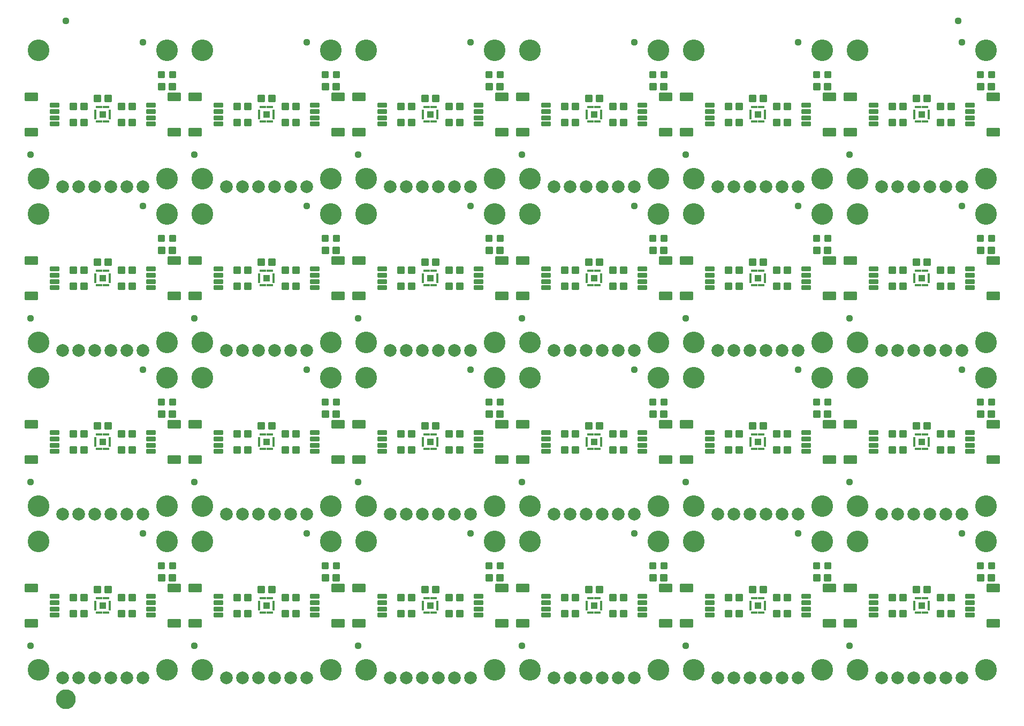
<source format=gts>
G04 EAGLE Gerber RS-274X export*
G75*
%MOMM*%
%FSLAX34Y34*%
%LPD*%
%INSoldermask Top*%
%IPPOS*%
%AMOC8*
5,1,8,0,0,1.08239X$1,22.5*%
G01*
%ADD10C,1.127000*%
%ADD11C,0.225588*%
%ADD12C,0.225369*%
%ADD13C,2.006600*%
%ADD14R,1.000000X0.450000*%
%ADD15R,0.450000X1.500000*%
%ADD16R,1.000000X1.000000*%
%ADD17C,3.429000*%
%ADD18C,0.225400*%
%ADD19C,0.428259*%
%ADD20C,1.270000*%
%ADD21C,1.627000*%


D10*
X12700Y63500D03*
X190500Y241300D03*
D11*
X249457Y104507D02*
X249457Y93493D01*
X230443Y93493D01*
X230443Y104507D01*
X249457Y104507D01*
X249457Y95636D02*
X230443Y95636D01*
X230443Y97779D02*
X249457Y97779D01*
X249457Y99922D02*
X230443Y99922D01*
X230443Y102065D02*
X249457Y102065D01*
X249457Y104208D02*
X230443Y104208D01*
X249457Y149493D02*
X249457Y160507D01*
X249457Y149493D02*
X230443Y149493D01*
X230443Y160507D01*
X249457Y160507D01*
X249457Y151636D02*
X230443Y151636D01*
X230443Y153779D02*
X249457Y153779D01*
X249457Y155922D02*
X230443Y155922D01*
X230443Y158065D02*
X249457Y158065D01*
X249457Y160208D02*
X230443Y160208D01*
D12*
X209458Y114508D02*
X209458Y109492D01*
X196942Y109492D01*
X196942Y114508D01*
X209458Y114508D01*
X209458Y111633D02*
X196942Y111633D01*
X196942Y113774D02*
X209458Y113774D01*
X209458Y119492D02*
X209458Y124508D01*
X209458Y119492D02*
X196942Y119492D01*
X196942Y124508D01*
X209458Y124508D01*
X209458Y121633D02*
X196942Y121633D01*
X196942Y123774D02*
X209458Y123774D01*
X209458Y129492D02*
X209458Y134508D01*
X209458Y129492D02*
X196942Y129492D01*
X196942Y134508D01*
X209458Y134508D01*
X209458Y131633D02*
X196942Y131633D01*
X196942Y133774D02*
X209458Y133774D01*
X209458Y139492D02*
X209458Y144508D01*
X209458Y139492D02*
X196942Y139492D01*
X196942Y144508D01*
X209458Y144508D01*
X209458Y141633D02*
X196942Y141633D01*
X196942Y143774D02*
X209458Y143774D01*
D11*
X4543Y149493D02*
X4543Y160507D01*
X23557Y160507D01*
X23557Y149493D01*
X4543Y149493D01*
X4543Y151636D02*
X23557Y151636D01*
X23557Y153779D02*
X4543Y153779D01*
X4543Y155922D02*
X23557Y155922D01*
X23557Y158065D02*
X4543Y158065D01*
X4543Y160208D02*
X23557Y160208D01*
X4543Y104507D02*
X4543Y93493D01*
X4543Y104507D02*
X23557Y104507D01*
X23557Y93493D01*
X4543Y93493D01*
X4543Y95636D02*
X23557Y95636D01*
X23557Y97779D02*
X4543Y97779D01*
X4543Y99922D02*
X23557Y99922D01*
X23557Y102065D02*
X4543Y102065D01*
X4543Y104208D02*
X23557Y104208D01*
D12*
X44542Y139492D02*
X44542Y144508D01*
X57058Y144508D01*
X57058Y139492D01*
X44542Y139492D01*
X44542Y141633D02*
X57058Y141633D01*
X57058Y143774D02*
X44542Y143774D01*
X44542Y134508D02*
X44542Y129492D01*
X44542Y134508D02*
X57058Y134508D01*
X57058Y129492D01*
X44542Y129492D01*
X44542Y131633D02*
X57058Y131633D01*
X57058Y133774D02*
X44542Y133774D01*
X44542Y124508D02*
X44542Y119492D01*
X44542Y124508D02*
X57058Y124508D01*
X57058Y119492D01*
X44542Y119492D01*
X44542Y121633D02*
X57058Y121633D01*
X57058Y123774D02*
X44542Y123774D01*
X44542Y114508D02*
X44542Y109492D01*
X44542Y114508D02*
X57058Y114508D01*
X57058Y109492D01*
X44542Y109492D01*
X44542Y111633D02*
X57058Y111633D01*
X57058Y113774D02*
X44542Y113774D01*
D13*
X63500Y12700D03*
X88900Y12700D03*
X114300Y12700D03*
X139700Y12700D03*
X165100Y12700D03*
X190500Y12700D03*
D14*
X121250Y115750D03*
X132750Y115750D03*
X121250Y138250D03*
X132750Y138250D03*
D15*
X115750Y127000D03*
X138250Y127000D03*
D16*
X127000Y127000D03*
D17*
X25400Y228600D03*
X228600Y228600D03*
X228600Y25400D03*
X25400Y25400D03*
D18*
X113492Y147892D02*
X123508Y147892D01*
X113492Y147892D02*
X113492Y156908D01*
X123508Y156908D01*
X123508Y147892D01*
X123508Y150033D02*
X113492Y150033D01*
X113492Y152174D02*
X123508Y152174D01*
X123508Y154315D02*
X113492Y154315D01*
X113492Y156456D02*
X123508Y156456D01*
X130492Y147892D02*
X140508Y147892D01*
X130492Y147892D02*
X130492Y156908D01*
X140508Y156908D01*
X140508Y147892D01*
X140508Y150033D02*
X130492Y150033D01*
X130492Y152174D02*
X140508Y152174D01*
X140508Y154315D02*
X130492Y154315D01*
X130492Y156456D02*
X140508Y156456D01*
X168592Y144208D02*
X178608Y144208D01*
X178608Y135192D01*
X168592Y135192D01*
X168592Y144208D01*
X168592Y137333D02*
X178608Y137333D01*
X178608Y139474D02*
X168592Y139474D01*
X168592Y141615D02*
X178608Y141615D01*
X178608Y143756D02*
X168592Y143756D01*
X161608Y144208D02*
X151592Y144208D01*
X161608Y144208D02*
X161608Y135192D01*
X151592Y135192D01*
X151592Y144208D01*
X151592Y137333D02*
X161608Y137333D01*
X161608Y139474D02*
X151592Y139474D01*
X151592Y141615D02*
X161608Y141615D01*
X161608Y143756D02*
X151592Y143756D01*
X102408Y144208D02*
X92392Y144208D01*
X102408Y144208D02*
X102408Y135192D01*
X92392Y135192D01*
X92392Y144208D01*
X92392Y137333D02*
X102408Y137333D01*
X102408Y139474D02*
X92392Y139474D01*
X92392Y141615D02*
X102408Y141615D01*
X102408Y143756D02*
X92392Y143756D01*
X85408Y144208D02*
X75392Y144208D01*
X85408Y144208D02*
X85408Y135192D01*
X75392Y135192D01*
X75392Y144208D01*
X75392Y137333D02*
X85408Y137333D01*
X85408Y139474D02*
X75392Y139474D01*
X75392Y141615D02*
X85408Y141615D01*
X85408Y143756D02*
X75392Y143756D01*
X92392Y118808D02*
X102408Y118808D01*
X102408Y109792D01*
X92392Y109792D01*
X92392Y118808D01*
X92392Y111933D02*
X102408Y111933D01*
X102408Y114074D02*
X92392Y114074D01*
X92392Y116215D02*
X102408Y116215D01*
X102408Y118356D02*
X92392Y118356D01*
X85408Y118808D02*
X75392Y118808D01*
X85408Y118808D02*
X85408Y109792D01*
X75392Y109792D01*
X75392Y118808D01*
X75392Y111933D02*
X85408Y111933D01*
X85408Y114074D02*
X75392Y114074D01*
X75392Y116215D02*
X85408Y116215D01*
X85408Y118356D02*
X75392Y118356D01*
X168592Y118808D02*
X178608Y118808D01*
X178608Y109792D01*
X168592Y109792D01*
X168592Y118808D01*
X168592Y111933D02*
X178608Y111933D01*
X178608Y114074D02*
X168592Y114074D01*
X168592Y116215D02*
X178608Y116215D01*
X178608Y118356D02*
X168592Y118356D01*
X161608Y118808D02*
X151592Y118808D01*
X161608Y118808D02*
X161608Y109792D01*
X151592Y109792D01*
X151592Y118808D01*
X151592Y111933D02*
X161608Y111933D01*
X161608Y114074D02*
X151592Y114074D01*
X151592Y116215D02*
X161608Y116215D01*
X161608Y118356D02*
X151592Y118356D01*
X215092Y166942D02*
X225108Y166942D01*
X215092Y166942D02*
X215092Y175958D01*
X225108Y175958D01*
X225108Y166942D01*
X225108Y169083D02*
X215092Y169083D01*
X215092Y171224D02*
X225108Y171224D01*
X225108Y173365D02*
X215092Y173365D01*
X215092Y175506D02*
X225108Y175506D01*
X232092Y166942D02*
X242108Y166942D01*
X232092Y166942D02*
X232092Y175958D01*
X242108Y175958D01*
X242108Y166942D01*
X242108Y169083D02*
X232092Y169083D01*
X232092Y171224D02*
X242108Y171224D01*
X242108Y173365D02*
X232092Y173365D01*
X232092Y175506D02*
X242108Y175506D01*
D19*
X233876Y187006D02*
X233876Y193994D01*
X240864Y193994D01*
X240864Y187006D01*
X233876Y187006D01*
X233876Y191075D02*
X240864Y191075D01*
X216336Y193994D02*
X216336Y187006D01*
X216336Y193994D02*
X223324Y193994D01*
X223324Y187006D01*
X216336Y187006D01*
X216336Y191075D02*
X223324Y191075D01*
D10*
X271780Y63500D03*
X449580Y241300D03*
D11*
X508537Y104507D02*
X508537Y93493D01*
X489523Y93493D01*
X489523Y104507D01*
X508537Y104507D01*
X508537Y95636D02*
X489523Y95636D01*
X489523Y97779D02*
X508537Y97779D01*
X508537Y99922D02*
X489523Y99922D01*
X489523Y102065D02*
X508537Y102065D01*
X508537Y104208D02*
X489523Y104208D01*
X508537Y149493D02*
X508537Y160507D01*
X508537Y149493D02*
X489523Y149493D01*
X489523Y160507D01*
X508537Y160507D01*
X508537Y151636D02*
X489523Y151636D01*
X489523Y153779D02*
X508537Y153779D01*
X508537Y155922D02*
X489523Y155922D01*
X489523Y158065D02*
X508537Y158065D01*
X508537Y160208D02*
X489523Y160208D01*
D12*
X468538Y114508D02*
X468538Y109492D01*
X456022Y109492D01*
X456022Y114508D01*
X468538Y114508D01*
X468538Y111633D02*
X456022Y111633D01*
X456022Y113774D02*
X468538Y113774D01*
X468538Y119492D02*
X468538Y124508D01*
X468538Y119492D02*
X456022Y119492D01*
X456022Y124508D01*
X468538Y124508D01*
X468538Y121633D02*
X456022Y121633D01*
X456022Y123774D02*
X468538Y123774D01*
X468538Y129492D02*
X468538Y134508D01*
X468538Y129492D02*
X456022Y129492D01*
X456022Y134508D01*
X468538Y134508D01*
X468538Y131633D02*
X456022Y131633D01*
X456022Y133774D02*
X468538Y133774D01*
X468538Y139492D02*
X468538Y144508D01*
X468538Y139492D02*
X456022Y139492D01*
X456022Y144508D01*
X468538Y144508D01*
X468538Y141633D02*
X456022Y141633D01*
X456022Y143774D02*
X468538Y143774D01*
D11*
X263623Y149493D02*
X263623Y160507D01*
X282637Y160507D01*
X282637Y149493D01*
X263623Y149493D01*
X263623Y151636D02*
X282637Y151636D01*
X282637Y153779D02*
X263623Y153779D01*
X263623Y155922D02*
X282637Y155922D01*
X282637Y158065D02*
X263623Y158065D01*
X263623Y160208D02*
X282637Y160208D01*
X263623Y104507D02*
X263623Y93493D01*
X263623Y104507D02*
X282637Y104507D01*
X282637Y93493D01*
X263623Y93493D01*
X263623Y95636D02*
X282637Y95636D01*
X282637Y97779D02*
X263623Y97779D01*
X263623Y99922D02*
X282637Y99922D01*
X282637Y102065D02*
X263623Y102065D01*
X263623Y104208D02*
X282637Y104208D01*
D12*
X303622Y139492D02*
X303622Y144508D01*
X316138Y144508D01*
X316138Y139492D01*
X303622Y139492D01*
X303622Y141633D02*
X316138Y141633D01*
X316138Y143774D02*
X303622Y143774D01*
X303622Y134508D02*
X303622Y129492D01*
X303622Y134508D02*
X316138Y134508D01*
X316138Y129492D01*
X303622Y129492D01*
X303622Y131633D02*
X316138Y131633D01*
X316138Y133774D02*
X303622Y133774D01*
X303622Y124508D02*
X303622Y119492D01*
X303622Y124508D02*
X316138Y124508D01*
X316138Y119492D01*
X303622Y119492D01*
X303622Y121633D02*
X316138Y121633D01*
X316138Y123774D02*
X303622Y123774D01*
X303622Y114508D02*
X303622Y109492D01*
X303622Y114508D02*
X316138Y114508D01*
X316138Y109492D01*
X303622Y109492D01*
X303622Y111633D02*
X316138Y111633D01*
X316138Y113774D02*
X303622Y113774D01*
D13*
X322580Y12700D03*
X347980Y12700D03*
X373380Y12700D03*
X398780Y12700D03*
X424180Y12700D03*
X449580Y12700D03*
D14*
X380330Y115750D03*
X391830Y115750D03*
X380330Y138250D03*
X391830Y138250D03*
D15*
X374830Y127000D03*
X397330Y127000D03*
D16*
X386080Y127000D03*
D17*
X284480Y228600D03*
X487680Y228600D03*
X487680Y25400D03*
X284480Y25400D03*
D18*
X372572Y147892D02*
X382588Y147892D01*
X372572Y147892D02*
X372572Y156908D01*
X382588Y156908D01*
X382588Y147892D01*
X382588Y150033D02*
X372572Y150033D01*
X372572Y152174D02*
X382588Y152174D01*
X382588Y154315D02*
X372572Y154315D01*
X372572Y156456D02*
X382588Y156456D01*
X389572Y147892D02*
X399588Y147892D01*
X389572Y147892D02*
X389572Y156908D01*
X399588Y156908D01*
X399588Y147892D01*
X399588Y150033D02*
X389572Y150033D01*
X389572Y152174D02*
X399588Y152174D01*
X399588Y154315D02*
X389572Y154315D01*
X389572Y156456D02*
X399588Y156456D01*
X427672Y144208D02*
X437688Y144208D01*
X437688Y135192D01*
X427672Y135192D01*
X427672Y144208D01*
X427672Y137333D02*
X437688Y137333D01*
X437688Y139474D02*
X427672Y139474D01*
X427672Y141615D02*
X437688Y141615D01*
X437688Y143756D02*
X427672Y143756D01*
X420688Y144208D02*
X410672Y144208D01*
X420688Y144208D02*
X420688Y135192D01*
X410672Y135192D01*
X410672Y144208D01*
X410672Y137333D02*
X420688Y137333D01*
X420688Y139474D02*
X410672Y139474D01*
X410672Y141615D02*
X420688Y141615D01*
X420688Y143756D02*
X410672Y143756D01*
X361488Y144208D02*
X351472Y144208D01*
X361488Y144208D02*
X361488Y135192D01*
X351472Y135192D01*
X351472Y144208D01*
X351472Y137333D02*
X361488Y137333D01*
X361488Y139474D02*
X351472Y139474D01*
X351472Y141615D02*
X361488Y141615D01*
X361488Y143756D02*
X351472Y143756D01*
X344488Y144208D02*
X334472Y144208D01*
X344488Y144208D02*
X344488Y135192D01*
X334472Y135192D01*
X334472Y144208D01*
X334472Y137333D02*
X344488Y137333D01*
X344488Y139474D02*
X334472Y139474D01*
X334472Y141615D02*
X344488Y141615D01*
X344488Y143756D02*
X334472Y143756D01*
X351472Y118808D02*
X361488Y118808D01*
X361488Y109792D01*
X351472Y109792D01*
X351472Y118808D01*
X351472Y111933D02*
X361488Y111933D01*
X361488Y114074D02*
X351472Y114074D01*
X351472Y116215D02*
X361488Y116215D01*
X361488Y118356D02*
X351472Y118356D01*
X344488Y118808D02*
X334472Y118808D01*
X344488Y118808D02*
X344488Y109792D01*
X334472Y109792D01*
X334472Y118808D01*
X334472Y111933D02*
X344488Y111933D01*
X344488Y114074D02*
X334472Y114074D01*
X334472Y116215D02*
X344488Y116215D01*
X344488Y118356D02*
X334472Y118356D01*
X427672Y118808D02*
X437688Y118808D01*
X437688Y109792D01*
X427672Y109792D01*
X427672Y118808D01*
X427672Y111933D02*
X437688Y111933D01*
X437688Y114074D02*
X427672Y114074D01*
X427672Y116215D02*
X437688Y116215D01*
X437688Y118356D02*
X427672Y118356D01*
X420688Y118808D02*
X410672Y118808D01*
X420688Y118808D02*
X420688Y109792D01*
X410672Y109792D01*
X410672Y118808D01*
X410672Y111933D02*
X420688Y111933D01*
X420688Y114074D02*
X410672Y114074D01*
X410672Y116215D02*
X420688Y116215D01*
X420688Y118356D02*
X410672Y118356D01*
X474172Y166942D02*
X484188Y166942D01*
X474172Y166942D02*
X474172Y175958D01*
X484188Y175958D01*
X484188Y166942D01*
X484188Y169083D02*
X474172Y169083D01*
X474172Y171224D02*
X484188Y171224D01*
X484188Y173365D02*
X474172Y173365D01*
X474172Y175506D02*
X484188Y175506D01*
X491172Y166942D02*
X501188Y166942D01*
X491172Y166942D02*
X491172Y175958D01*
X501188Y175958D01*
X501188Y166942D01*
X501188Y169083D02*
X491172Y169083D01*
X491172Y171224D02*
X501188Y171224D01*
X501188Y173365D02*
X491172Y173365D01*
X491172Y175506D02*
X501188Y175506D01*
D19*
X492956Y187006D02*
X492956Y193994D01*
X499944Y193994D01*
X499944Y187006D01*
X492956Y187006D01*
X492956Y191075D02*
X499944Y191075D01*
X475416Y193994D02*
X475416Y187006D01*
X475416Y193994D02*
X482404Y193994D01*
X482404Y187006D01*
X475416Y187006D01*
X475416Y191075D02*
X482404Y191075D01*
D10*
X530860Y63500D03*
X708660Y241300D03*
D11*
X767617Y104507D02*
X767617Y93493D01*
X748603Y93493D01*
X748603Y104507D01*
X767617Y104507D01*
X767617Y95636D02*
X748603Y95636D01*
X748603Y97779D02*
X767617Y97779D01*
X767617Y99922D02*
X748603Y99922D01*
X748603Y102065D02*
X767617Y102065D01*
X767617Y104208D02*
X748603Y104208D01*
X767617Y149493D02*
X767617Y160507D01*
X767617Y149493D02*
X748603Y149493D01*
X748603Y160507D01*
X767617Y160507D01*
X767617Y151636D02*
X748603Y151636D01*
X748603Y153779D02*
X767617Y153779D01*
X767617Y155922D02*
X748603Y155922D01*
X748603Y158065D02*
X767617Y158065D01*
X767617Y160208D02*
X748603Y160208D01*
D12*
X727618Y114508D02*
X727618Y109492D01*
X715102Y109492D01*
X715102Y114508D01*
X727618Y114508D01*
X727618Y111633D02*
X715102Y111633D01*
X715102Y113774D02*
X727618Y113774D01*
X727618Y119492D02*
X727618Y124508D01*
X727618Y119492D02*
X715102Y119492D01*
X715102Y124508D01*
X727618Y124508D01*
X727618Y121633D02*
X715102Y121633D01*
X715102Y123774D02*
X727618Y123774D01*
X727618Y129492D02*
X727618Y134508D01*
X727618Y129492D02*
X715102Y129492D01*
X715102Y134508D01*
X727618Y134508D01*
X727618Y131633D02*
X715102Y131633D01*
X715102Y133774D02*
X727618Y133774D01*
X727618Y139492D02*
X727618Y144508D01*
X727618Y139492D02*
X715102Y139492D01*
X715102Y144508D01*
X727618Y144508D01*
X727618Y141633D02*
X715102Y141633D01*
X715102Y143774D02*
X727618Y143774D01*
D11*
X522703Y149493D02*
X522703Y160507D01*
X541717Y160507D01*
X541717Y149493D01*
X522703Y149493D01*
X522703Y151636D02*
X541717Y151636D01*
X541717Y153779D02*
X522703Y153779D01*
X522703Y155922D02*
X541717Y155922D01*
X541717Y158065D02*
X522703Y158065D01*
X522703Y160208D02*
X541717Y160208D01*
X522703Y104507D02*
X522703Y93493D01*
X522703Y104507D02*
X541717Y104507D01*
X541717Y93493D01*
X522703Y93493D01*
X522703Y95636D02*
X541717Y95636D01*
X541717Y97779D02*
X522703Y97779D01*
X522703Y99922D02*
X541717Y99922D01*
X541717Y102065D02*
X522703Y102065D01*
X522703Y104208D02*
X541717Y104208D01*
D12*
X562702Y139492D02*
X562702Y144508D01*
X575218Y144508D01*
X575218Y139492D01*
X562702Y139492D01*
X562702Y141633D02*
X575218Y141633D01*
X575218Y143774D02*
X562702Y143774D01*
X562702Y134508D02*
X562702Y129492D01*
X562702Y134508D02*
X575218Y134508D01*
X575218Y129492D01*
X562702Y129492D01*
X562702Y131633D02*
X575218Y131633D01*
X575218Y133774D02*
X562702Y133774D01*
X562702Y124508D02*
X562702Y119492D01*
X562702Y124508D02*
X575218Y124508D01*
X575218Y119492D01*
X562702Y119492D01*
X562702Y121633D02*
X575218Y121633D01*
X575218Y123774D02*
X562702Y123774D01*
X562702Y114508D02*
X562702Y109492D01*
X562702Y114508D02*
X575218Y114508D01*
X575218Y109492D01*
X562702Y109492D01*
X562702Y111633D02*
X575218Y111633D01*
X575218Y113774D02*
X562702Y113774D01*
D13*
X581660Y12700D03*
X607060Y12700D03*
X632460Y12700D03*
X657860Y12700D03*
X683260Y12700D03*
X708660Y12700D03*
D14*
X639410Y115750D03*
X650910Y115750D03*
X639410Y138250D03*
X650910Y138250D03*
D15*
X633910Y127000D03*
X656410Y127000D03*
D16*
X645160Y127000D03*
D17*
X543560Y228600D03*
X746760Y228600D03*
X746760Y25400D03*
X543560Y25400D03*
D18*
X631652Y147892D02*
X641668Y147892D01*
X631652Y147892D02*
X631652Y156908D01*
X641668Y156908D01*
X641668Y147892D01*
X641668Y150033D02*
X631652Y150033D01*
X631652Y152174D02*
X641668Y152174D01*
X641668Y154315D02*
X631652Y154315D01*
X631652Y156456D02*
X641668Y156456D01*
X648652Y147892D02*
X658668Y147892D01*
X648652Y147892D02*
X648652Y156908D01*
X658668Y156908D01*
X658668Y147892D01*
X658668Y150033D02*
X648652Y150033D01*
X648652Y152174D02*
X658668Y152174D01*
X658668Y154315D02*
X648652Y154315D01*
X648652Y156456D02*
X658668Y156456D01*
X686752Y144208D02*
X696768Y144208D01*
X696768Y135192D01*
X686752Y135192D01*
X686752Y144208D01*
X686752Y137333D02*
X696768Y137333D01*
X696768Y139474D02*
X686752Y139474D01*
X686752Y141615D02*
X696768Y141615D01*
X696768Y143756D02*
X686752Y143756D01*
X679768Y144208D02*
X669752Y144208D01*
X679768Y144208D02*
X679768Y135192D01*
X669752Y135192D01*
X669752Y144208D01*
X669752Y137333D02*
X679768Y137333D01*
X679768Y139474D02*
X669752Y139474D01*
X669752Y141615D02*
X679768Y141615D01*
X679768Y143756D02*
X669752Y143756D01*
X620568Y144208D02*
X610552Y144208D01*
X620568Y144208D02*
X620568Y135192D01*
X610552Y135192D01*
X610552Y144208D01*
X610552Y137333D02*
X620568Y137333D01*
X620568Y139474D02*
X610552Y139474D01*
X610552Y141615D02*
X620568Y141615D01*
X620568Y143756D02*
X610552Y143756D01*
X603568Y144208D02*
X593552Y144208D01*
X603568Y144208D02*
X603568Y135192D01*
X593552Y135192D01*
X593552Y144208D01*
X593552Y137333D02*
X603568Y137333D01*
X603568Y139474D02*
X593552Y139474D01*
X593552Y141615D02*
X603568Y141615D01*
X603568Y143756D02*
X593552Y143756D01*
X610552Y118808D02*
X620568Y118808D01*
X620568Y109792D01*
X610552Y109792D01*
X610552Y118808D01*
X610552Y111933D02*
X620568Y111933D01*
X620568Y114074D02*
X610552Y114074D01*
X610552Y116215D02*
X620568Y116215D01*
X620568Y118356D02*
X610552Y118356D01*
X603568Y118808D02*
X593552Y118808D01*
X603568Y118808D02*
X603568Y109792D01*
X593552Y109792D01*
X593552Y118808D01*
X593552Y111933D02*
X603568Y111933D01*
X603568Y114074D02*
X593552Y114074D01*
X593552Y116215D02*
X603568Y116215D01*
X603568Y118356D02*
X593552Y118356D01*
X686752Y118808D02*
X696768Y118808D01*
X696768Y109792D01*
X686752Y109792D01*
X686752Y118808D01*
X686752Y111933D02*
X696768Y111933D01*
X696768Y114074D02*
X686752Y114074D01*
X686752Y116215D02*
X696768Y116215D01*
X696768Y118356D02*
X686752Y118356D01*
X679768Y118808D02*
X669752Y118808D01*
X679768Y118808D02*
X679768Y109792D01*
X669752Y109792D01*
X669752Y118808D01*
X669752Y111933D02*
X679768Y111933D01*
X679768Y114074D02*
X669752Y114074D01*
X669752Y116215D02*
X679768Y116215D01*
X679768Y118356D02*
X669752Y118356D01*
X733252Y166942D02*
X743268Y166942D01*
X733252Y166942D02*
X733252Y175958D01*
X743268Y175958D01*
X743268Y166942D01*
X743268Y169083D02*
X733252Y169083D01*
X733252Y171224D02*
X743268Y171224D01*
X743268Y173365D02*
X733252Y173365D01*
X733252Y175506D02*
X743268Y175506D01*
X750252Y166942D02*
X760268Y166942D01*
X750252Y166942D02*
X750252Y175958D01*
X760268Y175958D01*
X760268Y166942D01*
X760268Y169083D02*
X750252Y169083D01*
X750252Y171224D02*
X760268Y171224D01*
X760268Y173365D02*
X750252Y173365D01*
X750252Y175506D02*
X760268Y175506D01*
D19*
X752036Y187006D02*
X752036Y193994D01*
X759024Y193994D01*
X759024Y187006D01*
X752036Y187006D01*
X752036Y191075D02*
X759024Y191075D01*
X734496Y193994D02*
X734496Y187006D01*
X734496Y193994D02*
X741484Y193994D01*
X741484Y187006D01*
X734496Y187006D01*
X734496Y191075D02*
X741484Y191075D01*
D10*
X789940Y63500D03*
X967740Y241300D03*
D11*
X1026697Y104507D02*
X1026697Y93493D01*
X1007683Y93493D01*
X1007683Y104507D01*
X1026697Y104507D01*
X1026697Y95636D02*
X1007683Y95636D01*
X1007683Y97779D02*
X1026697Y97779D01*
X1026697Y99922D02*
X1007683Y99922D01*
X1007683Y102065D02*
X1026697Y102065D01*
X1026697Y104208D02*
X1007683Y104208D01*
X1026697Y149493D02*
X1026697Y160507D01*
X1026697Y149493D02*
X1007683Y149493D01*
X1007683Y160507D01*
X1026697Y160507D01*
X1026697Y151636D02*
X1007683Y151636D01*
X1007683Y153779D02*
X1026697Y153779D01*
X1026697Y155922D02*
X1007683Y155922D01*
X1007683Y158065D02*
X1026697Y158065D01*
X1026697Y160208D02*
X1007683Y160208D01*
D12*
X986698Y114508D02*
X986698Y109492D01*
X974182Y109492D01*
X974182Y114508D01*
X986698Y114508D01*
X986698Y111633D02*
X974182Y111633D01*
X974182Y113774D02*
X986698Y113774D01*
X986698Y119492D02*
X986698Y124508D01*
X986698Y119492D02*
X974182Y119492D01*
X974182Y124508D01*
X986698Y124508D01*
X986698Y121633D02*
X974182Y121633D01*
X974182Y123774D02*
X986698Y123774D01*
X986698Y129492D02*
X986698Y134508D01*
X986698Y129492D02*
X974182Y129492D01*
X974182Y134508D01*
X986698Y134508D01*
X986698Y131633D02*
X974182Y131633D01*
X974182Y133774D02*
X986698Y133774D01*
X986698Y139492D02*
X986698Y144508D01*
X986698Y139492D02*
X974182Y139492D01*
X974182Y144508D01*
X986698Y144508D01*
X986698Y141633D02*
X974182Y141633D01*
X974182Y143774D02*
X986698Y143774D01*
D11*
X781783Y149493D02*
X781783Y160507D01*
X800797Y160507D01*
X800797Y149493D01*
X781783Y149493D01*
X781783Y151636D02*
X800797Y151636D01*
X800797Y153779D02*
X781783Y153779D01*
X781783Y155922D02*
X800797Y155922D01*
X800797Y158065D02*
X781783Y158065D01*
X781783Y160208D02*
X800797Y160208D01*
X781783Y104507D02*
X781783Y93493D01*
X781783Y104507D02*
X800797Y104507D01*
X800797Y93493D01*
X781783Y93493D01*
X781783Y95636D02*
X800797Y95636D01*
X800797Y97779D02*
X781783Y97779D01*
X781783Y99922D02*
X800797Y99922D01*
X800797Y102065D02*
X781783Y102065D01*
X781783Y104208D02*
X800797Y104208D01*
D12*
X821782Y139492D02*
X821782Y144508D01*
X834298Y144508D01*
X834298Y139492D01*
X821782Y139492D01*
X821782Y141633D02*
X834298Y141633D01*
X834298Y143774D02*
X821782Y143774D01*
X821782Y134508D02*
X821782Y129492D01*
X821782Y134508D02*
X834298Y134508D01*
X834298Y129492D01*
X821782Y129492D01*
X821782Y131633D02*
X834298Y131633D01*
X834298Y133774D02*
X821782Y133774D01*
X821782Y124508D02*
X821782Y119492D01*
X821782Y124508D02*
X834298Y124508D01*
X834298Y119492D01*
X821782Y119492D01*
X821782Y121633D02*
X834298Y121633D01*
X834298Y123774D02*
X821782Y123774D01*
X821782Y114508D02*
X821782Y109492D01*
X821782Y114508D02*
X834298Y114508D01*
X834298Y109492D01*
X821782Y109492D01*
X821782Y111633D02*
X834298Y111633D01*
X834298Y113774D02*
X821782Y113774D01*
D13*
X840740Y12700D03*
X866140Y12700D03*
X891540Y12700D03*
X916940Y12700D03*
X942340Y12700D03*
X967740Y12700D03*
D14*
X898490Y115750D03*
X909990Y115750D03*
X898490Y138250D03*
X909990Y138250D03*
D15*
X892990Y127000D03*
X915490Y127000D03*
D16*
X904240Y127000D03*
D17*
X802640Y228600D03*
X1005840Y228600D03*
X1005840Y25400D03*
X802640Y25400D03*
D18*
X890732Y147892D02*
X900748Y147892D01*
X890732Y147892D02*
X890732Y156908D01*
X900748Y156908D01*
X900748Y147892D01*
X900748Y150033D02*
X890732Y150033D01*
X890732Y152174D02*
X900748Y152174D01*
X900748Y154315D02*
X890732Y154315D01*
X890732Y156456D02*
X900748Y156456D01*
X907732Y147892D02*
X917748Y147892D01*
X907732Y147892D02*
X907732Y156908D01*
X917748Y156908D01*
X917748Y147892D01*
X917748Y150033D02*
X907732Y150033D01*
X907732Y152174D02*
X917748Y152174D01*
X917748Y154315D02*
X907732Y154315D01*
X907732Y156456D02*
X917748Y156456D01*
X945832Y144208D02*
X955848Y144208D01*
X955848Y135192D01*
X945832Y135192D01*
X945832Y144208D01*
X945832Y137333D02*
X955848Y137333D01*
X955848Y139474D02*
X945832Y139474D01*
X945832Y141615D02*
X955848Y141615D01*
X955848Y143756D02*
X945832Y143756D01*
X938848Y144208D02*
X928832Y144208D01*
X938848Y144208D02*
X938848Y135192D01*
X928832Y135192D01*
X928832Y144208D01*
X928832Y137333D02*
X938848Y137333D01*
X938848Y139474D02*
X928832Y139474D01*
X928832Y141615D02*
X938848Y141615D01*
X938848Y143756D02*
X928832Y143756D01*
X879648Y144208D02*
X869632Y144208D01*
X879648Y144208D02*
X879648Y135192D01*
X869632Y135192D01*
X869632Y144208D01*
X869632Y137333D02*
X879648Y137333D01*
X879648Y139474D02*
X869632Y139474D01*
X869632Y141615D02*
X879648Y141615D01*
X879648Y143756D02*
X869632Y143756D01*
X862648Y144208D02*
X852632Y144208D01*
X862648Y144208D02*
X862648Y135192D01*
X852632Y135192D01*
X852632Y144208D01*
X852632Y137333D02*
X862648Y137333D01*
X862648Y139474D02*
X852632Y139474D01*
X852632Y141615D02*
X862648Y141615D01*
X862648Y143756D02*
X852632Y143756D01*
X869632Y118808D02*
X879648Y118808D01*
X879648Y109792D01*
X869632Y109792D01*
X869632Y118808D01*
X869632Y111933D02*
X879648Y111933D01*
X879648Y114074D02*
X869632Y114074D01*
X869632Y116215D02*
X879648Y116215D01*
X879648Y118356D02*
X869632Y118356D01*
X862648Y118808D02*
X852632Y118808D01*
X862648Y118808D02*
X862648Y109792D01*
X852632Y109792D01*
X852632Y118808D01*
X852632Y111933D02*
X862648Y111933D01*
X862648Y114074D02*
X852632Y114074D01*
X852632Y116215D02*
X862648Y116215D01*
X862648Y118356D02*
X852632Y118356D01*
X945832Y118808D02*
X955848Y118808D01*
X955848Y109792D01*
X945832Y109792D01*
X945832Y118808D01*
X945832Y111933D02*
X955848Y111933D01*
X955848Y114074D02*
X945832Y114074D01*
X945832Y116215D02*
X955848Y116215D01*
X955848Y118356D02*
X945832Y118356D01*
X938848Y118808D02*
X928832Y118808D01*
X938848Y118808D02*
X938848Y109792D01*
X928832Y109792D01*
X928832Y118808D01*
X928832Y111933D02*
X938848Y111933D01*
X938848Y114074D02*
X928832Y114074D01*
X928832Y116215D02*
X938848Y116215D01*
X938848Y118356D02*
X928832Y118356D01*
X992332Y166942D02*
X1002348Y166942D01*
X992332Y166942D02*
X992332Y175958D01*
X1002348Y175958D01*
X1002348Y166942D01*
X1002348Y169083D02*
X992332Y169083D01*
X992332Y171224D02*
X1002348Y171224D01*
X1002348Y173365D02*
X992332Y173365D01*
X992332Y175506D02*
X1002348Y175506D01*
X1009332Y166942D02*
X1019348Y166942D01*
X1009332Y166942D02*
X1009332Y175958D01*
X1019348Y175958D01*
X1019348Y166942D01*
X1019348Y169083D02*
X1009332Y169083D01*
X1009332Y171224D02*
X1019348Y171224D01*
X1019348Y173365D02*
X1009332Y173365D01*
X1009332Y175506D02*
X1019348Y175506D01*
D19*
X1011116Y187006D02*
X1011116Y193994D01*
X1018104Y193994D01*
X1018104Y187006D01*
X1011116Y187006D01*
X1011116Y191075D02*
X1018104Y191075D01*
X993576Y193994D02*
X993576Y187006D01*
X993576Y193994D02*
X1000564Y193994D01*
X1000564Y187006D01*
X993576Y187006D01*
X993576Y191075D02*
X1000564Y191075D01*
D10*
X1049020Y63500D03*
X1226820Y241300D03*
D11*
X1285777Y104507D02*
X1285777Y93493D01*
X1266763Y93493D01*
X1266763Y104507D01*
X1285777Y104507D01*
X1285777Y95636D02*
X1266763Y95636D01*
X1266763Y97779D02*
X1285777Y97779D01*
X1285777Y99922D02*
X1266763Y99922D01*
X1266763Y102065D02*
X1285777Y102065D01*
X1285777Y104208D02*
X1266763Y104208D01*
X1285777Y149493D02*
X1285777Y160507D01*
X1285777Y149493D02*
X1266763Y149493D01*
X1266763Y160507D01*
X1285777Y160507D01*
X1285777Y151636D02*
X1266763Y151636D01*
X1266763Y153779D02*
X1285777Y153779D01*
X1285777Y155922D02*
X1266763Y155922D01*
X1266763Y158065D02*
X1285777Y158065D01*
X1285777Y160208D02*
X1266763Y160208D01*
D12*
X1245778Y114508D02*
X1245778Y109492D01*
X1233262Y109492D01*
X1233262Y114508D01*
X1245778Y114508D01*
X1245778Y111633D02*
X1233262Y111633D01*
X1233262Y113774D02*
X1245778Y113774D01*
X1245778Y119492D02*
X1245778Y124508D01*
X1245778Y119492D02*
X1233262Y119492D01*
X1233262Y124508D01*
X1245778Y124508D01*
X1245778Y121633D02*
X1233262Y121633D01*
X1233262Y123774D02*
X1245778Y123774D01*
X1245778Y129492D02*
X1245778Y134508D01*
X1245778Y129492D02*
X1233262Y129492D01*
X1233262Y134508D01*
X1245778Y134508D01*
X1245778Y131633D02*
X1233262Y131633D01*
X1233262Y133774D02*
X1245778Y133774D01*
X1245778Y139492D02*
X1245778Y144508D01*
X1245778Y139492D02*
X1233262Y139492D01*
X1233262Y144508D01*
X1245778Y144508D01*
X1245778Y141633D02*
X1233262Y141633D01*
X1233262Y143774D02*
X1245778Y143774D01*
D11*
X1040863Y149493D02*
X1040863Y160507D01*
X1059877Y160507D01*
X1059877Y149493D01*
X1040863Y149493D01*
X1040863Y151636D02*
X1059877Y151636D01*
X1059877Y153779D02*
X1040863Y153779D01*
X1040863Y155922D02*
X1059877Y155922D01*
X1059877Y158065D02*
X1040863Y158065D01*
X1040863Y160208D02*
X1059877Y160208D01*
X1040863Y104507D02*
X1040863Y93493D01*
X1040863Y104507D02*
X1059877Y104507D01*
X1059877Y93493D01*
X1040863Y93493D01*
X1040863Y95636D02*
X1059877Y95636D01*
X1059877Y97779D02*
X1040863Y97779D01*
X1040863Y99922D02*
X1059877Y99922D01*
X1059877Y102065D02*
X1040863Y102065D01*
X1040863Y104208D02*
X1059877Y104208D01*
D12*
X1080862Y139492D02*
X1080862Y144508D01*
X1093378Y144508D01*
X1093378Y139492D01*
X1080862Y139492D01*
X1080862Y141633D02*
X1093378Y141633D01*
X1093378Y143774D02*
X1080862Y143774D01*
X1080862Y134508D02*
X1080862Y129492D01*
X1080862Y134508D02*
X1093378Y134508D01*
X1093378Y129492D01*
X1080862Y129492D01*
X1080862Y131633D02*
X1093378Y131633D01*
X1093378Y133774D02*
X1080862Y133774D01*
X1080862Y124508D02*
X1080862Y119492D01*
X1080862Y124508D02*
X1093378Y124508D01*
X1093378Y119492D01*
X1080862Y119492D01*
X1080862Y121633D02*
X1093378Y121633D01*
X1093378Y123774D02*
X1080862Y123774D01*
X1080862Y114508D02*
X1080862Y109492D01*
X1080862Y114508D02*
X1093378Y114508D01*
X1093378Y109492D01*
X1080862Y109492D01*
X1080862Y111633D02*
X1093378Y111633D01*
X1093378Y113774D02*
X1080862Y113774D01*
D13*
X1099820Y12700D03*
X1125220Y12700D03*
X1150620Y12700D03*
X1176020Y12700D03*
X1201420Y12700D03*
X1226820Y12700D03*
D14*
X1157570Y115750D03*
X1169070Y115750D03*
X1157570Y138250D03*
X1169070Y138250D03*
D15*
X1152070Y127000D03*
X1174570Y127000D03*
D16*
X1163320Y127000D03*
D17*
X1061720Y228600D03*
X1264920Y228600D03*
X1264920Y25400D03*
X1061720Y25400D03*
D18*
X1149812Y147892D02*
X1159828Y147892D01*
X1149812Y147892D02*
X1149812Y156908D01*
X1159828Y156908D01*
X1159828Y147892D01*
X1159828Y150033D02*
X1149812Y150033D01*
X1149812Y152174D02*
X1159828Y152174D01*
X1159828Y154315D02*
X1149812Y154315D01*
X1149812Y156456D02*
X1159828Y156456D01*
X1166812Y147892D02*
X1176828Y147892D01*
X1166812Y147892D02*
X1166812Y156908D01*
X1176828Y156908D01*
X1176828Y147892D01*
X1176828Y150033D02*
X1166812Y150033D01*
X1166812Y152174D02*
X1176828Y152174D01*
X1176828Y154315D02*
X1166812Y154315D01*
X1166812Y156456D02*
X1176828Y156456D01*
X1204912Y144208D02*
X1214928Y144208D01*
X1214928Y135192D01*
X1204912Y135192D01*
X1204912Y144208D01*
X1204912Y137333D02*
X1214928Y137333D01*
X1214928Y139474D02*
X1204912Y139474D01*
X1204912Y141615D02*
X1214928Y141615D01*
X1214928Y143756D02*
X1204912Y143756D01*
X1197928Y144208D02*
X1187912Y144208D01*
X1197928Y144208D02*
X1197928Y135192D01*
X1187912Y135192D01*
X1187912Y144208D01*
X1187912Y137333D02*
X1197928Y137333D01*
X1197928Y139474D02*
X1187912Y139474D01*
X1187912Y141615D02*
X1197928Y141615D01*
X1197928Y143756D02*
X1187912Y143756D01*
X1138728Y144208D02*
X1128712Y144208D01*
X1138728Y144208D02*
X1138728Y135192D01*
X1128712Y135192D01*
X1128712Y144208D01*
X1128712Y137333D02*
X1138728Y137333D01*
X1138728Y139474D02*
X1128712Y139474D01*
X1128712Y141615D02*
X1138728Y141615D01*
X1138728Y143756D02*
X1128712Y143756D01*
X1121728Y144208D02*
X1111712Y144208D01*
X1121728Y144208D02*
X1121728Y135192D01*
X1111712Y135192D01*
X1111712Y144208D01*
X1111712Y137333D02*
X1121728Y137333D01*
X1121728Y139474D02*
X1111712Y139474D01*
X1111712Y141615D02*
X1121728Y141615D01*
X1121728Y143756D02*
X1111712Y143756D01*
X1128712Y118808D02*
X1138728Y118808D01*
X1138728Y109792D01*
X1128712Y109792D01*
X1128712Y118808D01*
X1128712Y111933D02*
X1138728Y111933D01*
X1138728Y114074D02*
X1128712Y114074D01*
X1128712Y116215D02*
X1138728Y116215D01*
X1138728Y118356D02*
X1128712Y118356D01*
X1121728Y118808D02*
X1111712Y118808D01*
X1121728Y118808D02*
X1121728Y109792D01*
X1111712Y109792D01*
X1111712Y118808D01*
X1111712Y111933D02*
X1121728Y111933D01*
X1121728Y114074D02*
X1111712Y114074D01*
X1111712Y116215D02*
X1121728Y116215D01*
X1121728Y118356D02*
X1111712Y118356D01*
X1204912Y118808D02*
X1214928Y118808D01*
X1214928Y109792D01*
X1204912Y109792D01*
X1204912Y118808D01*
X1204912Y111933D02*
X1214928Y111933D01*
X1214928Y114074D02*
X1204912Y114074D01*
X1204912Y116215D02*
X1214928Y116215D01*
X1214928Y118356D02*
X1204912Y118356D01*
X1197928Y118808D02*
X1187912Y118808D01*
X1197928Y118808D02*
X1197928Y109792D01*
X1187912Y109792D01*
X1187912Y118808D01*
X1187912Y111933D02*
X1197928Y111933D01*
X1197928Y114074D02*
X1187912Y114074D01*
X1187912Y116215D02*
X1197928Y116215D01*
X1197928Y118356D02*
X1187912Y118356D01*
X1251412Y166942D02*
X1261428Y166942D01*
X1251412Y166942D02*
X1251412Y175958D01*
X1261428Y175958D01*
X1261428Y166942D01*
X1261428Y169083D02*
X1251412Y169083D01*
X1251412Y171224D02*
X1261428Y171224D01*
X1261428Y173365D02*
X1251412Y173365D01*
X1251412Y175506D02*
X1261428Y175506D01*
X1268412Y166942D02*
X1278428Y166942D01*
X1268412Y166942D02*
X1268412Y175958D01*
X1278428Y175958D01*
X1278428Y166942D01*
X1278428Y169083D02*
X1268412Y169083D01*
X1268412Y171224D02*
X1278428Y171224D01*
X1278428Y173365D02*
X1268412Y173365D01*
X1268412Y175506D02*
X1278428Y175506D01*
D19*
X1270196Y187006D02*
X1270196Y193994D01*
X1277184Y193994D01*
X1277184Y187006D01*
X1270196Y187006D01*
X1270196Y191075D02*
X1277184Y191075D01*
X1252656Y193994D02*
X1252656Y187006D01*
X1252656Y193994D02*
X1259644Y193994D01*
X1259644Y187006D01*
X1252656Y187006D01*
X1252656Y191075D02*
X1259644Y191075D01*
D10*
X1308100Y63500D03*
X1485900Y241300D03*
D11*
X1544857Y104507D02*
X1544857Y93493D01*
X1525843Y93493D01*
X1525843Y104507D01*
X1544857Y104507D01*
X1544857Y95636D02*
X1525843Y95636D01*
X1525843Y97779D02*
X1544857Y97779D01*
X1544857Y99922D02*
X1525843Y99922D01*
X1525843Y102065D02*
X1544857Y102065D01*
X1544857Y104208D02*
X1525843Y104208D01*
X1544857Y149493D02*
X1544857Y160507D01*
X1544857Y149493D02*
X1525843Y149493D01*
X1525843Y160507D01*
X1544857Y160507D01*
X1544857Y151636D02*
X1525843Y151636D01*
X1525843Y153779D02*
X1544857Y153779D01*
X1544857Y155922D02*
X1525843Y155922D01*
X1525843Y158065D02*
X1544857Y158065D01*
X1544857Y160208D02*
X1525843Y160208D01*
D12*
X1504858Y114508D02*
X1504858Y109492D01*
X1492342Y109492D01*
X1492342Y114508D01*
X1504858Y114508D01*
X1504858Y111633D02*
X1492342Y111633D01*
X1492342Y113774D02*
X1504858Y113774D01*
X1504858Y119492D02*
X1504858Y124508D01*
X1504858Y119492D02*
X1492342Y119492D01*
X1492342Y124508D01*
X1504858Y124508D01*
X1504858Y121633D02*
X1492342Y121633D01*
X1492342Y123774D02*
X1504858Y123774D01*
X1504858Y129492D02*
X1504858Y134508D01*
X1504858Y129492D02*
X1492342Y129492D01*
X1492342Y134508D01*
X1504858Y134508D01*
X1504858Y131633D02*
X1492342Y131633D01*
X1492342Y133774D02*
X1504858Y133774D01*
X1504858Y139492D02*
X1504858Y144508D01*
X1504858Y139492D02*
X1492342Y139492D01*
X1492342Y144508D01*
X1504858Y144508D01*
X1504858Y141633D02*
X1492342Y141633D01*
X1492342Y143774D02*
X1504858Y143774D01*
D11*
X1299943Y149493D02*
X1299943Y160507D01*
X1318957Y160507D01*
X1318957Y149493D01*
X1299943Y149493D01*
X1299943Y151636D02*
X1318957Y151636D01*
X1318957Y153779D02*
X1299943Y153779D01*
X1299943Y155922D02*
X1318957Y155922D01*
X1318957Y158065D02*
X1299943Y158065D01*
X1299943Y160208D02*
X1318957Y160208D01*
X1299943Y104507D02*
X1299943Y93493D01*
X1299943Y104507D02*
X1318957Y104507D01*
X1318957Y93493D01*
X1299943Y93493D01*
X1299943Y95636D02*
X1318957Y95636D01*
X1318957Y97779D02*
X1299943Y97779D01*
X1299943Y99922D02*
X1318957Y99922D01*
X1318957Y102065D02*
X1299943Y102065D01*
X1299943Y104208D02*
X1318957Y104208D01*
D12*
X1339942Y139492D02*
X1339942Y144508D01*
X1352458Y144508D01*
X1352458Y139492D01*
X1339942Y139492D01*
X1339942Y141633D02*
X1352458Y141633D01*
X1352458Y143774D02*
X1339942Y143774D01*
X1339942Y134508D02*
X1339942Y129492D01*
X1339942Y134508D02*
X1352458Y134508D01*
X1352458Y129492D01*
X1339942Y129492D01*
X1339942Y131633D02*
X1352458Y131633D01*
X1352458Y133774D02*
X1339942Y133774D01*
X1339942Y124508D02*
X1339942Y119492D01*
X1339942Y124508D02*
X1352458Y124508D01*
X1352458Y119492D01*
X1339942Y119492D01*
X1339942Y121633D02*
X1352458Y121633D01*
X1352458Y123774D02*
X1339942Y123774D01*
X1339942Y114508D02*
X1339942Y109492D01*
X1339942Y114508D02*
X1352458Y114508D01*
X1352458Y109492D01*
X1339942Y109492D01*
X1339942Y111633D02*
X1352458Y111633D01*
X1352458Y113774D02*
X1339942Y113774D01*
D13*
X1358900Y12700D03*
X1384300Y12700D03*
X1409700Y12700D03*
X1435100Y12700D03*
X1460500Y12700D03*
X1485900Y12700D03*
D14*
X1416650Y115750D03*
X1428150Y115750D03*
X1416650Y138250D03*
X1428150Y138250D03*
D15*
X1411150Y127000D03*
X1433650Y127000D03*
D16*
X1422400Y127000D03*
D17*
X1320800Y228600D03*
X1524000Y228600D03*
X1524000Y25400D03*
X1320800Y25400D03*
D18*
X1408892Y147892D02*
X1418908Y147892D01*
X1408892Y147892D02*
X1408892Y156908D01*
X1418908Y156908D01*
X1418908Y147892D01*
X1418908Y150033D02*
X1408892Y150033D01*
X1408892Y152174D02*
X1418908Y152174D01*
X1418908Y154315D02*
X1408892Y154315D01*
X1408892Y156456D02*
X1418908Y156456D01*
X1425892Y147892D02*
X1435908Y147892D01*
X1425892Y147892D02*
X1425892Y156908D01*
X1435908Y156908D01*
X1435908Y147892D01*
X1435908Y150033D02*
X1425892Y150033D01*
X1425892Y152174D02*
X1435908Y152174D01*
X1435908Y154315D02*
X1425892Y154315D01*
X1425892Y156456D02*
X1435908Y156456D01*
X1463992Y144208D02*
X1474008Y144208D01*
X1474008Y135192D01*
X1463992Y135192D01*
X1463992Y144208D01*
X1463992Y137333D02*
X1474008Y137333D01*
X1474008Y139474D02*
X1463992Y139474D01*
X1463992Y141615D02*
X1474008Y141615D01*
X1474008Y143756D02*
X1463992Y143756D01*
X1457008Y144208D02*
X1446992Y144208D01*
X1457008Y144208D02*
X1457008Y135192D01*
X1446992Y135192D01*
X1446992Y144208D01*
X1446992Y137333D02*
X1457008Y137333D01*
X1457008Y139474D02*
X1446992Y139474D01*
X1446992Y141615D02*
X1457008Y141615D01*
X1457008Y143756D02*
X1446992Y143756D01*
X1397808Y144208D02*
X1387792Y144208D01*
X1397808Y144208D02*
X1397808Y135192D01*
X1387792Y135192D01*
X1387792Y144208D01*
X1387792Y137333D02*
X1397808Y137333D01*
X1397808Y139474D02*
X1387792Y139474D01*
X1387792Y141615D02*
X1397808Y141615D01*
X1397808Y143756D02*
X1387792Y143756D01*
X1380808Y144208D02*
X1370792Y144208D01*
X1380808Y144208D02*
X1380808Y135192D01*
X1370792Y135192D01*
X1370792Y144208D01*
X1370792Y137333D02*
X1380808Y137333D01*
X1380808Y139474D02*
X1370792Y139474D01*
X1370792Y141615D02*
X1380808Y141615D01*
X1380808Y143756D02*
X1370792Y143756D01*
X1387792Y118808D02*
X1397808Y118808D01*
X1397808Y109792D01*
X1387792Y109792D01*
X1387792Y118808D01*
X1387792Y111933D02*
X1397808Y111933D01*
X1397808Y114074D02*
X1387792Y114074D01*
X1387792Y116215D02*
X1397808Y116215D01*
X1397808Y118356D02*
X1387792Y118356D01*
X1380808Y118808D02*
X1370792Y118808D01*
X1380808Y118808D02*
X1380808Y109792D01*
X1370792Y109792D01*
X1370792Y118808D01*
X1370792Y111933D02*
X1380808Y111933D01*
X1380808Y114074D02*
X1370792Y114074D01*
X1370792Y116215D02*
X1380808Y116215D01*
X1380808Y118356D02*
X1370792Y118356D01*
X1463992Y118808D02*
X1474008Y118808D01*
X1474008Y109792D01*
X1463992Y109792D01*
X1463992Y118808D01*
X1463992Y111933D02*
X1474008Y111933D01*
X1474008Y114074D02*
X1463992Y114074D01*
X1463992Y116215D02*
X1474008Y116215D01*
X1474008Y118356D02*
X1463992Y118356D01*
X1457008Y118808D02*
X1446992Y118808D01*
X1457008Y118808D02*
X1457008Y109792D01*
X1446992Y109792D01*
X1446992Y118808D01*
X1446992Y111933D02*
X1457008Y111933D01*
X1457008Y114074D02*
X1446992Y114074D01*
X1446992Y116215D02*
X1457008Y116215D01*
X1457008Y118356D02*
X1446992Y118356D01*
X1510492Y166942D02*
X1520508Y166942D01*
X1510492Y166942D02*
X1510492Y175958D01*
X1520508Y175958D01*
X1520508Y166942D01*
X1520508Y169083D02*
X1510492Y169083D01*
X1510492Y171224D02*
X1520508Y171224D01*
X1520508Y173365D02*
X1510492Y173365D01*
X1510492Y175506D02*
X1520508Y175506D01*
X1527492Y166942D02*
X1537508Y166942D01*
X1527492Y166942D02*
X1527492Y175958D01*
X1537508Y175958D01*
X1537508Y166942D01*
X1537508Y169083D02*
X1527492Y169083D01*
X1527492Y171224D02*
X1537508Y171224D01*
X1537508Y173365D02*
X1527492Y173365D01*
X1527492Y175506D02*
X1537508Y175506D01*
D19*
X1529276Y187006D02*
X1529276Y193994D01*
X1536264Y193994D01*
X1536264Y187006D01*
X1529276Y187006D01*
X1529276Y191075D02*
X1536264Y191075D01*
X1511736Y193994D02*
X1511736Y187006D01*
X1511736Y193994D02*
X1518724Y193994D01*
X1518724Y187006D01*
X1511736Y187006D01*
X1511736Y191075D02*
X1518724Y191075D01*
D10*
X12700Y322580D03*
X190500Y500380D03*
D11*
X249457Y363587D02*
X249457Y352573D01*
X230443Y352573D01*
X230443Y363587D01*
X249457Y363587D01*
X249457Y354716D02*
X230443Y354716D01*
X230443Y356859D02*
X249457Y356859D01*
X249457Y359002D02*
X230443Y359002D01*
X230443Y361145D02*
X249457Y361145D01*
X249457Y363288D02*
X230443Y363288D01*
X249457Y408573D02*
X249457Y419587D01*
X249457Y408573D02*
X230443Y408573D01*
X230443Y419587D01*
X249457Y419587D01*
X249457Y410716D02*
X230443Y410716D01*
X230443Y412859D02*
X249457Y412859D01*
X249457Y415002D02*
X230443Y415002D01*
X230443Y417145D02*
X249457Y417145D01*
X249457Y419288D02*
X230443Y419288D01*
D12*
X209458Y373588D02*
X209458Y368572D01*
X196942Y368572D01*
X196942Y373588D01*
X209458Y373588D01*
X209458Y370713D02*
X196942Y370713D01*
X196942Y372854D02*
X209458Y372854D01*
X209458Y378572D02*
X209458Y383588D01*
X209458Y378572D02*
X196942Y378572D01*
X196942Y383588D01*
X209458Y383588D01*
X209458Y380713D02*
X196942Y380713D01*
X196942Y382854D02*
X209458Y382854D01*
X209458Y388572D02*
X209458Y393588D01*
X209458Y388572D02*
X196942Y388572D01*
X196942Y393588D01*
X209458Y393588D01*
X209458Y390713D02*
X196942Y390713D01*
X196942Y392854D02*
X209458Y392854D01*
X209458Y398572D02*
X209458Y403588D01*
X209458Y398572D02*
X196942Y398572D01*
X196942Y403588D01*
X209458Y403588D01*
X209458Y400713D02*
X196942Y400713D01*
X196942Y402854D02*
X209458Y402854D01*
D11*
X4543Y408573D02*
X4543Y419587D01*
X23557Y419587D01*
X23557Y408573D01*
X4543Y408573D01*
X4543Y410716D02*
X23557Y410716D01*
X23557Y412859D02*
X4543Y412859D01*
X4543Y415002D02*
X23557Y415002D01*
X23557Y417145D02*
X4543Y417145D01*
X4543Y419288D02*
X23557Y419288D01*
X4543Y363587D02*
X4543Y352573D01*
X4543Y363587D02*
X23557Y363587D01*
X23557Y352573D01*
X4543Y352573D01*
X4543Y354716D02*
X23557Y354716D01*
X23557Y356859D02*
X4543Y356859D01*
X4543Y359002D02*
X23557Y359002D01*
X23557Y361145D02*
X4543Y361145D01*
X4543Y363288D02*
X23557Y363288D01*
D12*
X44542Y398572D02*
X44542Y403588D01*
X57058Y403588D01*
X57058Y398572D01*
X44542Y398572D01*
X44542Y400713D02*
X57058Y400713D01*
X57058Y402854D02*
X44542Y402854D01*
X44542Y393588D02*
X44542Y388572D01*
X44542Y393588D02*
X57058Y393588D01*
X57058Y388572D01*
X44542Y388572D01*
X44542Y390713D02*
X57058Y390713D01*
X57058Y392854D02*
X44542Y392854D01*
X44542Y383588D02*
X44542Y378572D01*
X44542Y383588D02*
X57058Y383588D01*
X57058Y378572D01*
X44542Y378572D01*
X44542Y380713D02*
X57058Y380713D01*
X57058Y382854D02*
X44542Y382854D01*
X44542Y373588D02*
X44542Y368572D01*
X44542Y373588D02*
X57058Y373588D01*
X57058Y368572D01*
X44542Y368572D01*
X44542Y370713D02*
X57058Y370713D01*
X57058Y372854D02*
X44542Y372854D01*
D13*
X63500Y271780D03*
X88900Y271780D03*
X114300Y271780D03*
X139700Y271780D03*
X165100Y271780D03*
X190500Y271780D03*
D14*
X121250Y374830D03*
X132750Y374830D03*
X121250Y397330D03*
X132750Y397330D03*
D15*
X115750Y386080D03*
X138250Y386080D03*
D16*
X127000Y386080D03*
D17*
X25400Y487680D03*
X228600Y487680D03*
X228600Y284480D03*
X25400Y284480D03*
D18*
X113492Y406972D02*
X123508Y406972D01*
X113492Y406972D02*
X113492Y415988D01*
X123508Y415988D01*
X123508Y406972D01*
X123508Y409113D02*
X113492Y409113D01*
X113492Y411254D02*
X123508Y411254D01*
X123508Y413395D02*
X113492Y413395D01*
X113492Y415536D02*
X123508Y415536D01*
X130492Y406972D02*
X140508Y406972D01*
X130492Y406972D02*
X130492Y415988D01*
X140508Y415988D01*
X140508Y406972D01*
X140508Y409113D02*
X130492Y409113D01*
X130492Y411254D02*
X140508Y411254D01*
X140508Y413395D02*
X130492Y413395D01*
X130492Y415536D02*
X140508Y415536D01*
X168592Y403288D02*
X178608Y403288D01*
X178608Y394272D01*
X168592Y394272D01*
X168592Y403288D01*
X168592Y396413D02*
X178608Y396413D01*
X178608Y398554D02*
X168592Y398554D01*
X168592Y400695D02*
X178608Y400695D01*
X178608Y402836D02*
X168592Y402836D01*
X161608Y403288D02*
X151592Y403288D01*
X161608Y403288D02*
X161608Y394272D01*
X151592Y394272D01*
X151592Y403288D01*
X151592Y396413D02*
X161608Y396413D01*
X161608Y398554D02*
X151592Y398554D01*
X151592Y400695D02*
X161608Y400695D01*
X161608Y402836D02*
X151592Y402836D01*
X102408Y403288D02*
X92392Y403288D01*
X102408Y403288D02*
X102408Y394272D01*
X92392Y394272D01*
X92392Y403288D01*
X92392Y396413D02*
X102408Y396413D01*
X102408Y398554D02*
X92392Y398554D01*
X92392Y400695D02*
X102408Y400695D01*
X102408Y402836D02*
X92392Y402836D01*
X85408Y403288D02*
X75392Y403288D01*
X85408Y403288D02*
X85408Y394272D01*
X75392Y394272D01*
X75392Y403288D01*
X75392Y396413D02*
X85408Y396413D01*
X85408Y398554D02*
X75392Y398554D01*
X75392Y400695D02*
X85408Y400695D01*
X85408Y402836D02*
X75392Y402836D01*
X92392Y377888D02*
X102408Y377888D01*
X102408Y368872D01*
X92392Y368872D01*
X92392Y377888D01*
X92392Y371013D02*
X102408Y371013D01*
X102408Y373154D02*
X92392Y373154D01*
X92392Y375295D02*
X102408Y375295D01*
X102408Y377436D02*
X92392Y377436D01*
X85408Y377888D02*
X75392Y377888D01*
X85408Y377888D02*
X85408Y368872D01*
X75392Y368872D01*
X75392Y377888D01*
X75392Y371013D02*
X85408Y371013D01*
X85408Y373154D02*
X75392Y373154D01*
X75392Y375295D02*
X85408Y375295D01*
X85408Y377436D02*
X75392Y377436D01*
X168592Y377888D02*
X178608Y377888D01*
X178608Y368872D01*
X168592Y368872D01*
X168592Y377888D01*
X168592Y371013D02*
X178608Y371013D01*
X178608Y373154D02*
X168592Y373154D01*
X168592Y375295D02*
X178608Y375295D01*
X178608Y377436D02*
X168592Y377436D01*
X161608Y377888D02*
X151592Y377888D01*
X161608Y377888D02*
X161608Y368872D01*
X151592Y368872D01*
X151592Y377888D01*
X151592Y371013D02*
X161608Y371013D01*
X161608Y373154D02*
X151592Y373154D01*
X151592Y375295D02*
X161608Y375295D01*
X161608Y377436D02*
X151592Y377436D01*
X215092Y426022D02*
X225108Y426022D01*
X215092Y426022D02*
X215092Y435038D01*
X225108Y435038D01*
X225108Y426022D01*
X225108Y428163D02*
X215092Y428163D01*
X215092Y430304D02*
X225108Y430304D01*
X225108Y432445D02*
X215092Y432445D01*
X215092Y434586D02*
X225108Y434586D01*
X232092Y426022D02*
X242108Y426022D01*
X232092Y426022D02*
X232092Y435038D01*
X242108Y435038D01*
X242108Y426022D01*
X242108Y428163D02*
X232092Y428163D01*
X232092Y430304D02*
X242108Y430304D01*
X242108Y432445D02*
X232092Y432445D01*
X232092Y434586D02*
X242108Y434586D01*
D19*
X233876Y446086D02*
X233876Y453074D01*
X240864Y453074D01*
X240864Y446086D01*
X233876Y446086D01*
X233876Y450155D02*
X240864Y450155D01*
X216336Y453074D02*
X216336Y446086D01*
X216336Y453074D02*
X223324Y453074D01*
X223324Y446086D01*
X216336Y446086D01*
X216336Y450155D02*
X223324Y450155D01*
D10*
X271780Y322580D03*
X449580Y500380D03*
D11*
X508537Y363587D02*
X508537Y352573D01*
X489523Y352573D01*
X489523Y363587D01*
X508537Y363587D01*
X508537Y354716D02*
X489523Y354716D01*
X489523Y356859D02*
X508537Y356859D01*
X508537Y359002D02*
X489523Y359002D01*
X489523Y361145D02*
X508537Y361145D01*
X508537Y363288D02*
X489523Y363288D01*
X508537Y408573D02*
X508537Y419587D01*
X508537Y408573D02*
X489523Y408573D01*
X489523Y419587D01*
X508537Y419587D01*
X508537Y410716D02*
X489523Y410716D01*
X489523Y412859D02*
X508537Y412859D01*
X508537Y415002D02*
X489523Y415002D01*
X489523Y417145D02*
X508537Y417145D01*
X508537Y419288D02*
X489523Y419288D01*
D12*
X468538Y373588D02*
X468538Y368572D01*
X456022Y368572D01*
X456022Y373588D01*
X468538Y373588D01*
X468538Y370713D02*
X456022Y370713D01*
X456022Y372854D02*
X468538Y372854D01*
X468538Y378572D02*
X468538Y383588D01*
X468538Y378572D02*
X456022Y378572D01*
X456022Y383588D01*
X468538Y383588D01*
X468538Y380713D02*
X456022Y380713D01*
X456022Y382854D02*
X468538Y382854D01*
X468538Y388572D02*
X468538Y393588D01*
X468538Y388572D02*
X456022Y388572D01*
X456022Y393588D01*
X468538Y393588D01*
X468538Y390713D02*
X456022Y390713D01*
X456022Y392854D02*
X468538Y392854D01*
X468538Y398572D02*
X468538Y403588D01*
X468538Y398572D02*
X456022Y398572D01*
X456022Y403588D01*
X468538Y403588D01*
X468538Y400713D02*
X456022Y400713D01*
X456022Y402854D02*
X468538Y402854D01*
D11*
X263623Y408573D02*
X263623Y419587D01*
X282637Y419587D01*
X282637Y408573D01*
X263623Y408573D01*
X263623Y410716D02*
X282637Y410716D01*
X282637Y412859D02*
X263623Y412859D01*
X263623Y415002D02*
X282637Y415002D01*
X282637Y417145D02*
X263623Y417145D01*
X263623Y419288D02*
X282637Y419288D01*
X263623Y363587D02*
X263623Y352573D01*
X263623Y363587D02*
X282637Y363587D01*
X282637Y352573D01*
X263623Y352573D01*
X263623Y354716D02*
X282637Y354716D01*
X282637Y356859D02*
X263623Y356859D01*
X263623Y359002D02*
X282637Y359002D01*
X282637Y361145D02*
X263623Y361145D01*
X263623Y363288D02*
X282637Y363288D01*
D12*
X303622Y398572D02*
X303622Y403588D01*
X316138Y403588D01*
X316138Y398572D01*
X303622Y398572D01*
X303622Y400713D02*
X316138Y400713D01*
X316138Y402854D02*
X303622Y402854D01*
X303622Y393588D02*
X303622Y388572D01*
X303622Y393588D02*
X316138Y393588D01*
X316138Y388572D01*
X303622Y388572D01*
X303622Y390713D02*
X316138Y390713D01*
X316138Y392854D02*
X303622Y392854D01*
X303622Y383588D02*
X303622Y378572D01*
X303622Y383588D02*
X316138Y383588D01*
X316138Y378572D01*
X303622Y378572D01*
X303622Y380713D02*
X316138Y380713D01*
X316138Y382854D02*
X303622Y382854D01*
X303622Y373588D02*
X303622Y368572D01*
X303622Y373588D02*
X316138Y373588D01*
X316138Y368572D01*
X303622Y368572D01*
X303622Y370713D02*
X316138Y370713D01*
X316138Y372854D02*
X303622Y372854D01*
D13*
X322580Y271780D03*
X347980Y271780D03*
X373380Y271780D03*
X398780Y271780D03*
X424180Y271780D03*
X449580Y271780D03*
D14*
X380330Y374830D03*
X391830Y374830D03*
X380330Y397330D03*
X391830Y397330D03*
D15*
X374830Y386080D03*
X397330Y386080D03*
D16*
X386080Y386080D03*
D17*
X284480Y487680D03*
X487680Y487680D03*
X487680Y284480D03*
X284480Y284480D03*
D18*
X372572Y406972D02*
X382588Y406972D01*
X372572Y406972D02*
X372572Y415988D01*
X382588Y415988D01*
X382588Y406972D01*
X382588Y409113D02*
X372572Y409113D01*
X372572Y411254D02*
X382588Y411254D01*
X382588Y413395D02*
X372572Y413395D01*
X372572Y415536D02*
X382588Y415536D01*
X389572Y406972D02*
X399588Y406972D01*
X389572Y406972D02*
X389572Y415988D01*
X399588Y415988D01*
X399588Y406972D01*
X399588Y409113D02*
X389572Y409113D01*
X389572Y411254D02*
X399588Y411254D01*
X399588Y413395D02*
X389572Y413395D01*
X389572Y415536D02*
X399588Y415536D01*
X427672Y403288D02*
X437688Y403288D01*
X437688Y394272D01*
X427672Y394272D01*
X427672Y403288D01*
X427672Y396413D02*
X437688Y396413D01*
X437688Y398554D02*
X427672Y398554D01*
X427672Y400695D02*
X437688Y400695D01*
X437688Y402836D02*
X427672Y402836D01*
X420688Y403288D02*
X410672Y403288D01*
X420688Y403288D02*
X420688Y394272D01*
X410672Y394272D01*
X410672Y403288D01*
X410672Y396413D02*
X420688Y396413D01*
X420688Y398554D02*
X410672Y398554D01*
X410672Y400695D02*
X420688Y400695D01*
X420688Y402836D02*
X410672Y402836D01*
X361488Y403288D02*
X351472Y403288D01*
X361488Y403288D02*
X361488Y394272D01*
X351472Y394272D01*
X351472Y403288D01*
X351472Y396413D02*
X361488Y396413D01*
X361488Y398554D02*
X351472Y398554D01*
X351472Y400695D02*
X361488Y400695D01*
X361488Y402836D02*
X351472Y402836D01*
X344488Y403288D02*
X334472Y403288D01*
X344488Y403288D02*
X344488Y394272D01*
X334472Y394272D01*
X334472Y403288D01*
X334472Y396413D02*
X344488Y396413D01*
X344488Y398554D02*
X334472Y398554D01*
X334472Y400695D02*
X344488Y400695D01*
X344488Y402836D02*
X334472Y402836D01*
X351472Y377888D02*
X361488Y377888D01*
X361488Y368872D01*
X351472Y368872D01*
X351472Y377888D01*
X351472Y371013D02*
X361488Y371013D01*
X361488Y373154D02*
X351472Y373154D01*
X351472Y375295D02*
X361488Y375295D01*
X361488Y377436D02*
X351472Y377436D01*
X344488Y377888D02*
X334472Y377888D01*
X344488Y377888D02*
X344488Y368872D01*
X334472Y368872D01*
X334472Y377888D01*
X334472Y371013D02*
X344488Y371013D01*
X344488Y373154D02*
X334472Y373154D01*
X334472Y375295D02*
X344488Y375295D01*
X344488Y377436D02*
X334472Y377436D01*
X427672Y377888D02*
X437688Y377888D01*
X437688Y368872D01*
X427672Y368872D01*
X427672Y377888D01*
X427672Y371013D02*
X437688Y371013D01*
X437688Y373154D02*
X427672Y373154D01*
X427672Y375295D02*
X437688Y375295D01*
X437688Y377436D02*
X427672Y377436D01*
X420688Y377888D02*
X410672Y377888D01*
X420688Y377888D02*
X420688Y368872D01*
X410672Y368872D01*
X410672Y377888D01*
X410672Y371013D02*
X420688Y371013D01*
X420688Y373154D02*
X410672Y373154D01*
X410672Y375295D02*
X420688Y375295D01*
X420688Y377436D02*
X410672Y377436D01*
X474172Y426022D02*
X484188Y426022D01*
X474172Y426022D02*
X474172Y435038D01*
X484188Y435038D01*
X484188Y426022D01*
X484188Y428163D02*
X474172Y428163D01*
X474172Y430304D02*
X484188Y430304D01*
X484188Y432445D02*
X474172Y432445D01*
X474172Y434586D02*
X484188Y434586D01*
X491172Y426022D02*
X501188Y426022D01*
X491172Y426022D02*
X491172Y435038D01*
X501188Y435038D01*
X501188Y426022D01*
X501188Y428163D02*
X491172Y428163D01*
X491172Y430304D02*
X501188Y430304D01*
X501188Y432445D02*
X491172Y432445D01*
X491172Y434586D02*
X501188Y434586D01*
D19*
X492956Y446086D02*
X492956Y453074D01*
X499944Y453074D01*
X499944Y446086D01*
X492956Y446086D01*
X492956Y450155D02*
X499944Y450155D01*
X475416Y453074D02*
X475416Y446086D01*
X475416Y453074D02*
X482404Y453074D01*
X482404Y446086D01*
X475416Y446086D01*
X475416Y450155D02*
X482404Y450155D01*
D10*
X530860Y322580D03*
X708660Y500380D03*
D11*
X767617Y363587D02*
X767617Y352573D01*
X748603Y352573D01*
X748603Y363587D01*
X767617Y363587D01*
X767617Y354716D02*
X748603Y354716D01*
X748603Y356859D02*
X767617Y356859D01*
X767617Y359002D02*
X748603Y359002D01*
X748603Y361145D02*
X767617Y361145D01*
X767617Y363288D02*
X748603Y363288D01*
X767617Y408573D02*
X767617Y419587D01*
X767617Y408573D02*
X748603Y408573D01*
X748603Y419587D01*
X767617Y419587D01*
X767617Y410716D02*
X748603Y410716D01*
X748603Y412859D02*
X767617Y412859D01*
X767617Y415002D02*
X748603Y415002D01*
X748603Y417145D02*
X767617Y417145D01*
X767617Y419288D02*
X748603Y419288D01*
D12*
X727618Y373588D02*
X727618Y368572D01*
X715102Y368572D01*
X715102Y373588D01*
X727618Y373588D01*
X727618Y370713D02*
X715102Y370713D01*
X715102Y372854D02*
X727618Y372854D01*
X727618Y378572D02*
X727618Y383588D01*
X727618Y378572D02*
X715102Y378572D01*
X715102Y383588D01*
X727618Y383588D01*
X727618Y380713D02*
X715102Y380713D01*
X715102Y382854D02*
X727618Y382854D01*
X727618Y388572D02*
X727618Y393588D01*
X727618Y388572D02*
X715102Y388572D01*
X715102Y393588D01*
X727618Y393588D01*
X727618Y390713D02*
X715102Y390713D01*
X715102Y392854D02*
X727618Y392854D01*
X727618Y398572D02*
X727618Y403588D01*
X727618Y398572D02*
X715102Y398572D01*
X715102Y403588D01*
X727618Y403588D01*
X727618Y400713D02*
X715102Y400713D01*
X715102Y402854D02*
X727618Y402854D01*
D11*
X522703Y408573D02*
X522703Y419587D01*
X541717Y419587D01*
X541717Y408573D01*
X522703Y408573D01*
X522703Y410716D02*
X541717Y410716D01*
X541717Y412859D02*
X522703Y412859D01*
X522703Y415002D02*
X541717Y415002D01*
X541717Y417145D02*
X522703Y417145D01*
X522703Y419288D02*
X541717Y419288D01*
X522703Y363587D02*
X522703Y352573D01*
X522703Y363587D02*
X541717Y363587D01*
X541717Y352573D01*
X522703Y352573D01*
X522703Y354716D02*
X541717Y354716D01*
X541717Y356859D02*
X522703Y356859D01*
X522703Y359002D02*
X541717Y359002D01*
X541717Y361145D02*
X522703Y361145D01*
X522703Y363288D02*
X541717Y363288D01*
D12*
X562702Y398572D02*
X562702Y403588D01*
X575218Y403588D01*
X575218Y398572D01*
X562702Y398572D01*
X562702Y400713D02*
X575218Y400713D01*
X575218Y402854D02*
X562702Y402854D01*
X562702Y393588D02*
X562702Y388572D01*
X562702Y393588D02*
X575218Y393588D01*
X575218Y388572D01*
X562702Y388572D01*
X562702Y390713D02*
X575218Y390713D01*
X575218Y392854D02*
X562702Y392854D01*
X562702Y383588D02*
X562702Y378572D01*
X562702Y383588D02*
X575218Y383588D01*
X575218Y378572D01*
X562702Y378572D01*
X562702Y380713D02*
X575218Y380713D01*
X575218Y382854D02*
X562702Y382854D01*
X562702Y373588D02*
X562702Y368572D01*
X562702Y373588D02*
X575218Y373588D01*
X575218Y368572D01*
X562702Y368572D01*
X562702Y370713D02*
X575218Y370713D01*
X575218Y372854D02*
X562702Y372854D01*
D13*
X581660Y271780D03*
X607060Y271780D03*
X632460Y271780D03*
X657860Y271780D03*
X683260Y271780D03*
X708660Y271780D03*
D14*
X639410Y374830D03*
X650910Y374830D03*
X639410Y397330D03*
X650910Y397330D03*
D15*
X633910Y386080D03*
X656410Y386080D03*
D16*
X645160Y386080D03*
D17*
X543560Y487680D03*
X746760Y487680D03*
X746760Y284480D03*
X543560Y284480D03*
D18*
X631652Y406972D02*
X641668Y406972D01*
X631652Y406972D02*
X631652Y415988D01*
X641668Y415988D01*
X641668Y406972D01*
X641668Y409113D02*
X631652Y409113D01*
X631652Y411254D02*
X641668Y411254D01*
X641668Y413395D02*
X631652Y413395D01*
X631652Y415536D02*
X641668Y415536D01*
X648652Y406972D02*
X658668Y406972D01*
X648652Y406972D02*
X648652Y415988D01*
X658668Y415988D01*
X658668Y406972D01*
X658668Y409113D02*
X648652Y409113D01*
X648652Y411254D02*
X658668Y411254D01*
X658668Y413395D02*
X648652Y413395D01*
X648652Y415536D02*
X658668Y415536D01*
X686752Y403288D02*
X696768Y403288D01*
X696768Y394272D01*
X686752Y394272D01*
X686752Y403288D01*
X686752Y396413D02*
X696768Y396413D01*
X696768Y398554D02*
X686752Y398554D01*
X686752Y400695D02*
X696768Y400695D01*
X696768Y402836D02*
X686752Y402836D01*
X679768Y403288D02*
X669752Y403288D01*
X679768Y403288D02*
X679768Y394272D01*
X669752Y394272D01*
X669752Y403288D01*
X669752Y396413D02*
X679768Y396413D01*
X679768Y398554D02*
X669752Y398554D01*
X669752Y400695D02*
X679768Y400695D01*
X679768Y402836D02*
X669752Y402836D01*
X620568Y403288D02*
X610552Y403288D01*
X620568Y403288D02*
X620568Y394272D01*
X610552Y394272D01*
X610552Y403288D01*
X610552Y396413D02*
X620568Y396413D01*
X620568Y398554D02*
X610552Y398554D01*
X610552Y400695D02*
X620568Y400695D01*
X620568Y402836D02*
X610552Y402836D01*
X603568Y403288D02*
X593552Y403288D01*
X603568Y403288D02*
X603568Y394272D01*
X593552Y394272D01*
X593552Y403288D01*
X593552Y396413D02*
X603568Y396413D01*
X603568Y398554D02*
X593552Y398554D01*
X593552Y400695D02*
X603568Y400695D01*
X603568Y402836D02*
X593552Y402836D01*
X610552Y377888D02*
X620568Y377888D01*
X620568Y368872D01*
X610552Y368872D01*
X610552Y377888D01*
X610552Y371013D02*
X620568Y371013D01*
X620568Y373154D02*
X610552Y373154D01*
X610552Y375295D02*
X620568Y375295D01*
X620568Y377436D02*
X610552Y377436D01*
X603568Y377888D02*
X593552Y377888D01*
X603568Y377888D02*
X603568Y368872D01*
X593552Y368872D01*
X593552Y377888D01*
X593552Y371013D02*
X603568Y371013D01*
X603568Y373154D02*
X593552Y373154D01*
X593552Y375295D02*
X603568Y375295D01*
X603568Y377436D02*
X593552Y377436D01*
X686752Y377888D02*
X696768Y377888D01*
X696768Y368872D01*
X686752Y368872D01*
X686752Y377888D01*
X686752Y371013D02*
X696768Y371013D01*
X696768Y373154D02*
X686752Y373154D01*
X686752Y375295D02*
X696768Y375295D01*
X696768Y377436D02*
X686752Y377436D01*
X679768Y377888D02*
X669752Y377888D01*
X679768Y377888D02*
X679768Y368872D01*
X669752Y368872D01*
X669752Y377888D01*
X669752Y371013D02*
X679768Y371013D01*
X679768Y373154D02*
X669752Y373154D01*
X669752Y375295D02*
X679768Y375295D01*
X679768Y377436D02*
X669752Y377436D01*
X733252Y426022D02*
X743268Y426022D01*
X733252Y426022D02*
X733252Y435038D01*
X743268Y435038D01*
X743268Y426022D01*
X743268Y428163D02*
X733252Y428163D01*
X733252Y430304D02*
X743268Y430304D01*
X743268Y432445D02*
X733252Y432445D01*
X733252Y434586D02*
X743268Y434586D01*
X750252Y426022D02*
X760268Y426022D01*
X750252Y426022D02*
X750252Y435038D01*
X760268Y435038D01*
X760268Y426022D01*
X760268Y428163D02*
X750252Y428163D01*
X750252Y430304D02*
X760268Y430304D01*
X760268Y432445D02*
X750252Y432445D01*
X750252Y434586D02*
X760268Y434586D01*
D19*
X752036Y446086D02*
X752036Y453074D01*
X759024Y453074D01*
X759024Y446086D01*
X752036Y446086D01*
X752036Y450155D02*
X759024Y450155D01*
X734496Y453074D02*
X734496Y446086D01*
X734496Y453074D02*
X741484Y453074D01*
X741484Y446086D01*
X734496Y446086D01*
X734496Y450155D02*
X741484Y450155D01*
D10*
X789940Y322580D03*
X967740Y500380D03*
D11*
X1026697Y363587D02*
X1026697Y352573D01*
X1007683Y352573D01*
X1007683Y363587D01*
X1026697Y363587D01*
X1026697Y354716D02*
X1007683Y354716D01*
X1007683Y356859D02*
X1026697Y356859D01*
X1026697Y359002D02*
X1007683Y359002D01*
X1007683Y361145D02*
X1026697Y361145D01*
X1026697Y363288D02*
X1007683Y363288D01*
X1026697Y408573D02*
X1026697Y419587D01*
X1026697Y408573D02*
X1007683Y408573D01*
X1007683Y419587D01*
X1026697Y419587D01*
X1026697Y410716D02*
X1007683Y410716D01*
X1007683Y412859D02*
X1026697Y412859D01*
X1026697Y415002D02*
X1007683Y415002D01*
X1007683Y417145D02*
X1026697Y417145D01*
X1026697Y419288D02*
X1007683Y419288D01*
D12*
X986698Y373588D02*
X986698Y368572D01*
X974182Y368572D01*
X974182Y373588D01*
X986698Y373588D01*
X986698Y370713D02*
X974182Y370713D01*
X974182Y372854D02*
X986698Y372854D01*
X986698Y378572D02*
X986698Y383588D01*
X986698Y378572D02*
X974182Y378572D01*
X974182Y383588D01*
X986698Y383588D01*
X986698Y380713D02*
X974182Y380713D01*
X974182Y382854D02*
X986698Y382854D01*
X986698Y388572D02*
X986698Y393588D01*
X986698Y388572D02*
X974182Y388572D01*
X974182Y393588D01*
X986698Y393588D01*
X986698Y390713D02*
X974182Y390713D01*
X974182Y392854D02*
X986698Y392854D01*
X986698Y398572D02*
X986698Y403588D01*
X986698Y398572D02*
X974182Y398572D01*
X974182Y403588D01*
X986698Y403588D01*
X986698Y400713D02*
X974182Y400713D01*
X974182Y402854D02*
X986698Y402854D01*
D11*
X781783Y408573D02*
X781783Y419587D01*
X800797Y419587D01*
X800797Y408573D01*
X781783Y408573D01*
X781783Y410716D02*
X800797Y410716D01*
X800797Y412859D02*
X781783Y412859D01*
X781783Y415002D02*
X800797Y415002D01*
X800797Y417145D02*
X781783Y417145D01*
X781783Y419288D02*
X800797Y419288D01*
X781783Y363587D02*
X781783Y352573D01*
X781783Y363587D02*
X800797Y363587D01*
X800797Y352573D01*
X781783Y352573D01*
X781783Y354716D02*
X800797Y354716D01*
X800797Y356859D02*
X781783Y356859D01*
X781783Y359002D02*
X800797Y359002D01*
X800797Y361145D02*
X781783Y361145D01*
X781783Y363288D02*
X800797Y363288D01*
D12*
X821782Y398572D02*
X821782Y403588D01*
X834298Y403588D01*
X834298Y398572D01*
X821782Y398572D01*
X821782Y400713D02*
X834298Y400713D01*
X834298Y402854D02*
X821782Y402854D01*
X821782Y393588D02*
X821782Y388572D01*
X821782Y393588D02*
X834298Y393588D01*
X834298Y388572D01*
X821782Y388572D01*
X821782Y390713D02*
X834298Y390713D01*
X834298Y392854D02*
X821782Y392854D01*
X821782Y383588D02*
X821782Y378572D01*
X821782Y383588D02*
X834298Y383588D01*
X834298Y378572D01*
X821782Y378572D01*
X821782Y380713D02*
X834298Y380713D01*
X834298Y382854D02*
X821782Y382854D01*
X821782Y373588D02*
X821782Y368572D01*
X821782Y373588D02*
X834298Y373588D01*
X834298Y368572D01*
X821782Y368572D01*
X821782Y370713D02*
X834298Y370713D01*
X834298Y372854D02*
X821782Y372854D01*
D13*
X840740Y271780D03*
X866140Y271780D03*
X891540Y271780D03*
X916940Y271780D03*
X942340Y271780D03*
X967740Y271780D03*
D14*
X898490Y374830D03*
X909990Y374830D03*
X898490Y397330D03*
X909990Y397330D03*
D15*
X892990Y386080D03*
X915490Y386080D03*
D16*
X904240Y386080D03*
D17*
X802640Y487680D03*
X1005840Y487680D03*
X1005840Y284480D03*
X802640Y284480D03*
D18*
X890732Y406972D02*
X900748Y406972D01*
X890732Y406972D02*
X890732Y415988D01*
X900748Y415988D01*
X900748Y406972D01*
X900748Y409113D02*
X890732Y409113D01*
X890732Y411254D02*
X900748Y411254D01*
X900748Y413395D02*
X890732Y413395D01*
X890732Y415536D02*
X900748Y415536D01*
X907732Y406972D02*
X917748Y406972D01*
X907732Y406972D02*
X907732Y415988D01*
X917748Y415988D01*
X917748Y406972D01*
X917748Y409113D02*
X907732Y409113D01*
X907732Y411254D02*
X917748Y411254D01*
X917748Y413395D02*
X907732Y413395D01*
X907732Y415536D02*
X917748Y415536D01*
X945832Y403288D02*
X955848Y403288D01*
X955848Y394272D01*
X945832Y394272D01*
X945832Y403288D01*
X945832Y396413D02*
X955848Y396413D01*
X955848Y398554D02*
X945832Y398554D01*
X945832Y400695D02*
X955848Y400695D01*
X955848Y402836D02*
X945832Y402836D01*
X938848Y403288D02*
X928832Y403288D01*
X938848Y403288D02*
X938848Y394272D01*
X928832Y394272D01*
X928832Y403288D01*
X928832Y396413D02*
X938848Y396413D01*
X938848Y398554D02*
X928832Y398554D01*
X928832Y400695D02*
X938848Y400695D01*
X938848Y402836D02*
X928832Y402836D01*
X879648Y403288D02*
X869632Y403288D01*
X879648Y403288D02*
X879648Y394272D01*
X869632Y394272D01*
X869632Y403288D01*
X869632Y396413D02*
X879648Y396413D01*
X879648Y398554D02*
X869632Y398554D01*
X869632Y400695D02*
X879648Y400695D01*
X879648Y402836D02*
X869632Y402836D01*
X862648Y403288D02*
X852632Y403288D01*
X862648Y403288D02*
X862648Y394272D01*
X852632Y394272D01*
X852632Y403288D01*
X852632Y396413D02*
X862648Y396413D01*
X862648Y398554D02*
X852632Y398554D01*
X852632Y400695D02*
X862648Y400695D01*
X862648Y402836D02*
X852632Y402836D01*
X869632Y377888D02*
X879648Y377888D01*
X879648Y368872D01*
X869632Y368872D01*
X869632Y377888D01*
X869632Y371013D02*
X879648Y371013D01*
X879648Y373154D02*
X869632Y373154D01*
X869632Y375295D02*
X879648Y375295D01*
X879648Y377436D02*
X869632Y377436D01*
X862648Y377888D02*
X852632Y377888D01*
X862648Y377888D02*
X862648Y368872D01*
X852632Y368872D01*
X852632Y377888D01*
X852632Y371013D02*
X862648Y371013D01*
X862648Y373154D02*
X852632Y373154D01*
X852632Y375295D02*
X862648Y375295D01*
X862648Y377436D02*
X852632Y377436D01*
X945832Y377888D02*
X955848Y377888D01*
X955848Y368872D01*
X945832Y368872D01*
X945832Y377888D01*
X945832Y371013D02*
X955848Y371013D01*
X955848Y373154D02*
X945832Y373154D01*
X945832Y375295D02*
X955848Y375295D01*
X955848Y377436D02*
X945832Y377436D01*
X938848Y377888D02*
X928832Y377888D01*
X938848Y377888D02*
X938848Y368872D01*
X928832Y368872D01*
X928832Y377888D01*
X928832Y371013D02*
X938848Y371013D01*
X938848Y373154D02*
X928832Y373154D01*
X928832Y375295D02*
X938848Y375295D01*
X938848Y377436D02*
X928832Y377436D01*
X992332Y426022D02*
X1002348Y426022D01*
X992332Y426022D02*
X992332Y435038D01*
X1002348Y435038D01*
X1002348Y426022D01*
X1002348Y428163D02*
X992332Y428163D01*
X992332Y430304D02*
X1002348Y430304D01*
X1002348Y432445D02*
X992332Y432445D01*
X992332Y434586D02*
X1002348Y434586D01*
X1009332Y426022D02*
X1019348Y426022D01*
X1009332Y426022D02*
X1009332Y435038D01*
X1019348Y435038D01*
X1019348Y426022D01*
X1019348Y428163D02*
X1009332Y428163D01*
X1009332Y430304D02*
X1019348Y430304D01*
X1019348Y432445D02*
X1009332Y432445D01*
X1009332Y434586D02*
X1019348Y434586D01*
D19*
X1011116Y446086D02*
X1011116Y453074D01*
X1018104Y453074D01*
X1018104Y446086D01*
X1011116Y446086D01*
X1011116Y450155D02*
X1018104Y450155D01*
X993576Y453074D02*
X993576Y446086D01*
X993576Y453074D02*
X1000564Y453074D01*
X1000564Y446086D01*
X993576Y446086D01*
X993576Y450155D02*
X1000564Y450155D01*
D10*
X1049020Y322580D03*
X1226820Y500380D03*
D11*
X1285777Y363587D02*
X1285777Y352573D01*
X1266763Y352573D01*
X1266763Y363587D01*
X1285777Y363587D01*
X1285777Y354716D02*
X1266763Y354716D01*
X1266763Y356859D02*
X1285777Y356859D01*
X1285777Y359002D02*
X1266763Y359002D01*
X1266763Y361145D02*
X1285777Y361145D01*
X1285777Y363288D02*
X1266763Y363288D01*
X1285777Y408573D02*
X1285777Y419587D01*
X1285777Y408573D02*
X1266763Y408573D01*
X1266763Y419587D01*
X1285777Y419587D01*
X1285777Y410716D02*
X1266763Y410716D01*
X1266763Y412859D02*
X1285777Y412859D01*
X1285777Y415002D02*
X1266763Y415002D01*
X1266763Y417145D02*
X1285777Y417145D01*
X1285777Y419288D02*
X1266763Y419288D01*
D12*
X1245778Y373588D02*
X1245778Y368572D01*
X1233262Y368572D01*
X1233262Y373588D01*
X1245778Y373588D01*
X1245778Y370713D02*
X1233262Y370713D01*
X1233262Y372854D02*
X1245778Y372854D01*
X1245778Y378572D02*
X1245778Y383588D01*
X1245778Y378572D02*
X1233262Y378572D01*
X1233262Y383588D01*
X1245778Y383588D01*
X1245778Y380713D02*
X1233262Y380713D01*
X1233262Y382854D02*
X1245778Y382854D01*
X1245778Y388572D02*
X1245778Y393588D01*
X1245778Y388572D02*
X1233262Y388572D01*
X1233262Y393588D01*
X1245778Y393588D01*
X1245778Y390713D02*
X1233262Y390713D01*
X1233262Y392854D02*
X1245778Y392854D01*
X1245778Y398572D02*
X1245778Y403588D01*
X1245778Y398572D02*
X1233262Y398572D01*
X1233262Y403588D01*
X1245778Y403588D01*
X1245778Y400713D02*
X1233262Y400713D01*
X1233262Y402854D02*
X1245778Y402854D01*
D11*
X1040863Y408573D02*
X1040863Y419587D01*
X1059877Y419587D01*
X1059877Y408573D01*
X1040863Y408573D01*
X1040863Y410716D02*
X1059877Y410716D01*
X1059877Y412859D02*
X1040863Y412859D01*
X1040863Y415002D02*
X1059877Y415002D01*
X1059877Y417145D02*
X1040863Y417145D01*
X1040863Y419288D02*
X1059877Y419288D01*
X1040863Y363587D02*
X1040863Y352573D01*
X1040863Y363587D02*
X1059877Y363587D01*
X1059877Y352573D01*
X1040863Y352573D01*
X1040863Y354716D02*
X1059877Y354716D01*
X1059877Y356859D02*
X1040863Y356859D01*
X1040863Y359002D02*
X1059877Y359002D01*
X1059877Y361145D02*
X1040863Y361145D01*
X1040863Y363288D02*
X1059877Y363288D01*
D12*
X1080862Y398572D02*
X1080862Y403588D01*
X1093378Y403588D01*
X1093378Y398572D01*
X1080862Y398572D01*
X1080862Y400713D02*
X1093378Y400713D01*
X1093378Y402854D02*
X1080862Y402854D01*
X1080862Y393588D02*
X1080862Y388572D01*
X1080862Y393588D02*
X1093378Y393588D01*
X1093378Y388572D01*
X1080862Y388572D01*
X1080862Y390713D02*
X1093378Y390713D01*
X1093378Y392854D02*
X1080862Y392854D01*
X1080862Y383588D02*
X1080862Y378572D01*
X1080862Y383588D02*
X1093378Y383588D01*
X1093378Y378572D01*
X1080862Y378572D01*
X1080862Y380713D02*
X1093378Y380713D01*
X1093378Y382854D02*
X1080862Y382854D01*
X1080862Y373588D02*
X1080862Y368572D01*
X1080862Y373588D02*
X1093378Y373588D01*
X1093378Y368572D01*
X1080862Y368572D01*
X1080862Y370713D02*
X1093378Y370713D01*
X1093378Y372854D02*
X1080862Y372854D01*
D13*
X1099820Y271780D03*
X1125220Y271780D03*
X1150620Y271780D03*
X1176020Y271780D03*
X1201420Y271780D03*
X1226820Y271780D03*
D14*
X1157570Y374830D03*
X1169070Y374830D03*
X1157570Y397330D03*
X1169070Y397330D03*
D15*
X1152070Y386080D03*
X1174570Y386080D03*
D16*
X1163320Y386080D03*
D17*
X1061720Y487680D03*
X1264920Y487680D03*
X1264920Y284480D03*
X1061720Y284480D03*
D18*
X1149812Y406972D02*
X1159828Y406972D01*
X1149812Y406972D02*
X1149812Y415988D01*
X1159828Y415988D01*
X1159828Y406972D01*
X1159828Y409113D02*
X1149812Y409113D01*
X1149812Y411254D02*
X1159828Y411254D01*
X1159828Y413395D02*
X1149812Y413395D01*
X1149812Y415536D02*
X1159828Y415536D01*
X1166812Y406972D02*
X1176828Y406972D01*
X1166812Y406972D02*
X1166812Y415988D01*
X1176828Y415988D01*
X1176828Y406972D01*
X1176828Y409113D02*
X1166812Y409113D01*
X1166812Y411254D02*
X1176828Y411254D01*
X1176828Y413395D02*
X1166812Y413395D01*
X1166812Y415536D02*
X1176828Y415536D01*
X1204912Y403288D02*
X1214928Y403288D01*
X1214928Y394272D01*
X1204912Y394272D01*
X1204912Y403288D01*
X1204912Y396413D02*
X1214928Y396413D01*
X1214928Y398554D02*
X1204912Y398554D01*
X1204912Y400695D02*
X1214928Y400695D01*
X1214928Y402836D02*
X1204912Y402836D01*
X1197928Y403288D02*
X1187912Y403288D01*
X1197928Y403288D02*
X1197928Y394272D01*
X1187912Y394272D01*
X1187912Y403288D01*
X1187912Y396413D02*
X1197928Y396413D01*
X1197928Y398554D02*
X1187912Y398554D01*
X1187912Y400695D02*
X1197928Y400695D01*
X1197928Y402836D02*
X1187912Y402836D01*
X1138728Y403288D02*
X1128712Y403288D01*
X1138728Y403288D02*
X1138728Y394272D01*
X1128712Y394272D01*
X1128712Y403288D01*
X1128712Y396413D02*
X1138728Y396413D01*
X1138728Y398554D02*
X1128712Y398554D01*
X1128712Y400695D02*
X1138728Y400695D01*
X1138728Y402836D02*
X1128712Y402836D01*
X1121728Y403288D02*
X1111712Y403288D01*
X1121728Y403288D02*
X1121728Y394272D01*
X1111712Y394272D01*
X1111712Y403288D01*
X1111712Y396413D02*
X1121728Y396413D01*
X1121728Y398554D02*
X1111712Y398554D01*
X1111712Y400695D02*
X1121728Y400695D01*
X1121728Y402836D02*
X1111712Y402836D01*
X1128712Y377888D02*
X1138728Y377888D01*
X1138728Y368872D01*
X1128712Y368872D01*
X1128712Y377888D01*
X1128712Y371013D02*
X1138728Y371013D01*
X1138728Y373154D02*
X1128712Y373154D01*
X1128712Y375295D02*
X1138728Y375295D01*
X1138728Y377436D02*
X1128712Y377436D01*
X1121728Y377888D02*
X1111712Y377888D01*
X1121728Y377888D02*
X1121728Y368872D01*
X1111712Y368872D01*
X1111712Y377888D01*
X1111712Y371013D02*
X1121728Y371013D01*
X1121728Y373154D02*
X1111712Y373154D01*
X1111712Y375295D02*
X1121728Y375295D01*
X1121728Y377436D02*
X1111712Y377436D01*
X1204912Y377888D02*
X1214928Y377888D01*
X1214928Y368872D01*
X1204912Y368872D01*
X1204912Y377888D01*
X1204912Y371013D02*
X1214928Y371013D01*
X1214928Y373154D02*
X1204912Y373154D01*
X1204912Y375295D02*
X1214928Y375295D01*
X1214928Y377436D02*
X1204912Y377436D01*
X1197928Y377888D02*
X1187912Y377888D01*
X1197928Y377888D02*
X1197928Y368872D01*
X1187912Y368872D01*
X1187912Y377888D01*
X1187912Y371013D02*
X1197928Y371013D01*
X1197928Y373154D02*
X1187912Y373154D01*
X1187912Y375295D02*
X1197928Y375295D01*
X1197928Y377436D02*
X1187912Y377436D01*
X1251412Y426022D02*
X1261428Y426022D01*
X1251412Y426022D02*
X1251412Y435038D01*
X1261428Y435038D01*
X1261428Y426022D01*
X1261428Y428163D02*
X1251412Y428163D01*
X1251412Y430304D02*
X1261428Y430304D01*
X1261428Y432445D02*
X1251412Y432445D01*
X1251412Y434586D02*
X1261428Y434586D01*
X1268412Y426022D02*
X1278428Y426022D01*
X1268412Y426022D02*
X1268412Y435038D01*
X1278428Y435038D01*
X1278428Y426022D01*
X1278428Y428163D02*
X1268412Y428163D01*
X1268412Y430304D02*
X1278428Y430304D01*
X1278428Y432445D02*
X1268412Y432445D01*
X1268412Y434586D02*
X1278428Y434586D01*
D19*
X1270196Y446086D02*
X1270196Y453074D01*
X1277184Y453074D01*
X1277184Y446086D01*
X1270196Y446086D01*
X1270196Y450155D02*
X1277184Y450155D01*
X1252656Y453074D02*
X1252656Y446086D01*
X1252656Y453074D02*
X1259644Y453074D01*
X1259644Y446086D01*
X1252656Y446086D01*
X1252656Y450155D02*
X1259644Y450155D01*
D10*
X1308100Y322580D03*
X1485900Y500380D03*
D11*
X1544857Y363587D02*
X1544857Y352573D01*
X1525843Y352573D01*
X1525843Y363587D01*
X1544857Y363587D01*
X1544857Y354716D02*
X1525843Y354716D01*
X1525843Y356859D02*
X1544857Y356859D01*
X1544857Y359002D02*
X1525843Y359002D01*
X1525843Y361145D02*
X1544857Y361145D01*
X1544857Y363288D02*
X1525843Y363288D01*
X1544857Y408573D02*
X1544857Y419587D01*
X1544857Y408573D02*
X1525843Y408573D01*
X1525843Y419587D01*
X1544857Y419587D01*
X1544857Y410716D02*
X1525843Y410716D01*
X1525843Y412859D02*
X1544857Y412859D01*
X1544857Y415002D02*
X1525843Y415002D01*
X1525843Y417145D02*
X1544857Y417145D01*
X1544857Y419288D02*
X1525843Y419288D01*
D12*
X1504858Y373588D02*
X1504858Y368572D01*
X1492342Y368572D01*
X1492342Y373588D01*
X1504858Y373588D01*
X1504858Y370713D02*
X1492342Y370713D01*
X1492342Y372854D02*
X1504858Y372854D01*
X1504858Y378572D02*
X1504858Y383588D01*
X1504858Y378572D02*
X1492342Y378572D01*
X1492342Y383588D01*
X1504858Y383588D01*
X1504858Y380713D02*
X1492342Y380713D01*
X1492342Y382854D02*
X1504858Y382854D01*
X1504858Y388572D02*
X1504858Y393588D01*
X1504858Y388572D02*
X1492342Y388572D01*
X1492342Y393588D01*
X1504858Y393588D01*
X1504858Y390713D02*
X1492342Y390713D01*
X1492342Y392854D02*
X1504858Y392854D01*
X1504858Y398572D02*
X1504858Y403588D01*
X1504858Y398572D02*
X1492342Y398572D01*
X1492342Y403588D01*
X1504858Y403588D01*
X1504858Y400713D02*
X1492342Y400713D01*
X1492342Y402854D02*
X1504858Y402854D01*
D11*
X1299943Y408573D02*
X1299943Y419587D01*
X1318957Y419587D01*
X1318957Y408573D01*
X1299943Y408573D01*
X1299943Y410716D02*
X1318957Y410716D01*
X1318957Y412859D02*
X1299943Y412859D01*
X1299943Y415002D02*
X1318957Y415002D01*
X1318957Y417145D02*
X1299943Y417145D01*
X1299943Y419288D02*
X1318957Y419288D01*
X1299943Y363587D02*
X1299943Y352573D01*
X1299943Y363587D02*
X1318957Y363587D01*
X1318957Y352573D01*
X1299943Y352573D01*
X1299943Y354716D02*
X1318957Y354716D01*
X1318957Y356859D02*
X1299943Y356859D01*
X1299943Y359002D02*
X1318957Y359002D01*
X1318957Y361145D02*
X1299943Y361145D01*
X1299943Y363288D02*
X1318957Y363288D01*
D12*
X1339942Y398572D02*
X1339942Y403588D01*
X1352458Y403588D01*
X1352458Y398572D01*
X1339942Y398572D01*
X1339942Y400713D02*
X1352458Y400713D01*
X1352458Y402854D02*
X1339942Y402854D01*
X1339942Y393588D02*
X1339942Y388572D01*
X1339942Y393588D02*
X1352458Y393588D01*
X1352458Y388572D01*
X1339942Y388572D01*
X1339942Y390713D02*
X1352458Y390713D01*
X1352458Y392854D02*
X1339942Y392854D01*
X1339942Y383588D02*
X1339942Y378572D01*
X1339942Y383588D02*
X1352458Y383588D01*
X1352458Y378572D01*
X1339942Y378572D01*
X1339942Y380713D02*
X1352458Y380713D01*
X1352458Y382854D02*
X1339942Y382854D01*
X1339942Y373588D02*
X1339942Y368572D01*
X1339942Y373588D02*
X1352458Y373588D01*
X1352458Y368572D01*
X1339942Y368572D01*
X1339942Y370713D02*
X1352458Y370713D01*
X1352458Y372854D02*
X1339942Y372854D01*
D13*
X1358900Y271780D03*
X1384300Y271780D03*
X1409700Y271780D03*
X1435100Y271780D03*
X1460500Y271780D03*
X1485900Y271780D03*
D14*
X1416650Y374830D03*
X1428150Y374830D03*
X1416650Y397330D03*
X1428150Y397330D03*
D15*
X1411150Y386080D03*
X1433650Y386080D03*
D16*
X1422400Y386080D03*
D17*
X1320800Y487680D03*
X1524000Y487680D03*
X1524000Y284480D03*
X1320800Y284480D03*
D18*
X1408892Y406972D02*
X1418908Y406972D01*
X1408892Y406972D02*
X1408892Y415988D01*
X1418908Y415988D01*
X1418908Y406972D01*
X1418908Y409113D02*
X1408892Y409113D01*
X1408892Y411254D02*
X1418908Y411254D01*
X1418908Y413395D02*
X1408892Y413395D01*
X1408892Y415536D02*
X1418908Y415536D01*
X1425892Y406972D02*
X1435908Y406972D01*
X1425892Y406972D02*
X1425892Y415988D01*
X1435908Y415988D01*
X1435908Y406972D01*
X1435908Y409113D02*
X1425892Y409113D01*
X1425892Y411254D02*
X1435908Y411254D01*
X1435908Y413395D02*
X1425892Y413395D01*
X1425892Y415536D02*
X1435908Y415536D01*
X1463992Y403288D02*
X1474008Y403288D01*
X1474008Y394272D01*
X1463992Y394272D01*
X1463992Y403288D01*
X1463992Y396413D02*
X1474008Y396413D01*
X1474008Y398554D02*
X1463992Y398554D01*
X1463992Y400695D02*
X1474008Y400695D01*
X1474008Y402836D02*
X1463992Y402836D01*
X1457008Y403288D02*
X1446992Y403288D01*
X1457008Y403288D02*
X1457008Y394272D01*
X1446992Y394272D01*
X1446992Y403288D01*
X1446992Y396413D02*
X1457008Y396413D01*
X1457008Y398554D02*
X1446992Y398554D01*
X1446992Y400695D02*
X1457008Y400695D01*
X1457008Y402836D02*
X1446992Y402836D01*
X1397808Y403288D02*
X1387792Y403288D01*
X1397808Y403288D02*
X1397808Y394272D01*
X1387792Y394272D01*
X1387792Y403288D01*
X1387792Y396413D02*
X1397808Y396413D01*
X1397808Y398554D02*
X1387792Y398554D01*
X1387792Y400695D02*
X1397808Y400695D01*
X1397808Y402836D02*
X1387792Y402836D01*
X1380808Y403288D02*
X1370792Y403288D01*
X1380808Y403288D02*
X1380808Y394272D01*
X1370792Y394272D01*
X1370792Y403288D01*
X1370792Y396413D02*
X1380808Y396413D01*
X1380808Y398554D02*
X1370792Y398554D01*
X1370792Y400695D02*
X1380808Y400695D01*
X1380808Y402836D02*
X1370792Y402836D01*
X1387792Y377888D02*
X1397808Y377888D01*
X1397808Y368872D01*
X1387792Y368872D01*
X1387792Y377888D01*
X1387792Y371013D02*
X1397808Y371013D01*
X1397808Y373154D02*
X1387792Y373154D01*
X1387792Y375295D02*
X1397808Y375295D01*
X1397808Y377436D02*
X1387792Y377436D01*
X1380808Y377888D02*
X1370792Y377888D01*
X1380808Y377888D02*
X1380808Y368872D01*
X1370792Y368872D01*
X1370792Y377888D01*
X1370792Y371013D02*
X1380808Y371013D01*
X1380808Y373154D02*
X1370792Y373154D01*
X1370792Y375295D02*
X1380808Y375295D01*
X1380808Y377436D02*
X1370792Y377436D01*
X1463992Y377888D02*
X1474008Y377888D01*
X1474008Y368872D01*
X1463992Y368872D01*
X1463992Y377888D01*
X1463992Y371013D02*
X1474008Y371013D01*
X1474008Y373154D02*
X1463992Y373154D01*
X1463992Y375295D02*
X1474008Y375295D01*
X1474008Y377436D02*
X1463992Y377436D01*
X1457008Y377888D02*
X1446992Y377888D01*
X1457008Y377888D02*
X1457008Y368872D01*
X1446992Y368872D01*
X1446992Y377888D01*
X1446992Y371013D02*
X1457008Y371013D01*
X1457008Y373154D02*
X1446992Y373154D01*
X1446992Y375295D02*
X1457008Y375295D01*
X1457008Y377436D02*
X1446992Y377436D01*
X1510492Y426022D02*
X1520508Y426022D01*
X1510492Y426022D02*
X1510492Y435038D01*
X1520508Y435038D01*
X1520508Y426022D01*
X1520508Y428163D02*
X1510492Y428163D01*
X1510492Y430304D02*
X1520508Y430304D01*
X1520508Y432445D02*
X1510492Y432445D01*
X1510492Y434586D02*
X1520508Y434586D01*
X1527492Y426022D02*
X1537508Y426022D01*
X1527492Y426022D02*
X1527492Y435038D01*
X1537508Y435038D01*
X1537508Y426022D01*
X1537508Y428163D02*
X1527492Y428163D01*
X1527492Y430304D02*
X1537508Y430304D01*
X1537508Y432445D02*
X1527492Y432445D01*
X1527492Y434586D02*
X1537508Y434586D01*
D19*
X1529276Y446086D02*
X1529276Y453074D01*
X1536264Y453074D01*
X1536264Y446086D01*
X1529276Y446086D01*
X1529276Y450155D02*
X1536264Y450155D01*
X1511736Y453074D02*
X1511736Y446086D01*
X1511736Y453074D02*
X1518724Y453074D01*
X1518724Y446086D01*
X1511736Y446086D01*
X1511736Y450155D02*
X1518724Y450155D01*
D10*
X12700Y581660D03*
X190500Y759460D03*
D11*
X249457Y622667D02*
X249457Y611653D01*
X230443Y611653D01*
X230443Y622667D01*
X249457Y622667D01*
X249457Y613796D02*
X230443Y613796D01*
X230443Y615939D02*
X249457Y615939D01*
X249457Y618082D02*
X230443Y618082D01*
X230443Y620225D02*
X249457Y620225D01*
X249457Y622368D02*
X230443Y622368D01*
X249457Y667653D02*
X249457Y678667D01*
X249457Y667653D02*
X230443Y667653D01*
X230443Y678667D01*
X249457Y678667D01*
X249457Y669796D02*
X230443Y669796D01*
X230443Y671939D02*
X249457Y671939D01*
X249457Y674082D02*
X230443Y674082D01*
X230443Y676225D02*
X249457Y676225D01*
X249457Y678368D02*
X230443Y678368D01*
D12*
X209458Y632668D02*
X209458Y627652D01*
X196942Y627652D01*
X196942Y632668D01*
X209458Y632668D01*
X209458Y629793D02*
X196942Y629793D01*
X196942Y631934D02*
X209458Y631934D01*
X209458Y637652D02*
X209458Y642668D01*
X209458Y637652D02*
X196942Y637652D01*
X196942Y642668D01*
X209458Y642668D01*
X209458Y639793D02*
X196942Y639793D01*
X196942Y641934D02*
X209458Y641934D01*
X209458Y647652D02*
X209458Y652668D01*
X209458Y647652D02*
X196942Y647652D01*
X196942Y652668D01*
X209458Y652668D01*
X209458Y649793D02*
X196942Y649793D01*
X196942Y651934D02*
X209458Y651934D01*
X209458Y657652D02*
X209458Y662668D01*
X209458Y657652D02*
X196942Y657652D01*
X196942Y662668D01*
X209458Y662668D01*
X209458Y659793D02*
X196942Y659793D01*
X196942Y661934D02*
X209458Y661934D01*
D11*
X4543Y667653D02*
X4543Y678667D01*
X23557Y678667D01*
X23557Y667653D01*
X4543Y667653D01*
X4543Y669796D02*
X23557Y669796D01*
X23557Y671939D02*
X4543Y671939D01*
X4543Y674082D02*
X23557Y674082D01*
X23557Y676225D02*
X4543Y676225D01*
X4543Y678368D02*
X23557Y678368D01*
X4543Y622667D02*
X4543Y611653D01*
X4543Y622667D02*
X23557Y622667D01*
X23557Y611653D01*
X4543Y611653D01*
X4543Y613796D02*
X23557Y613796D01*
X23557Y615939D02*
X4543Y615939D01*
X4543Y618082D02*
X23557Y618082D01*
X23557Y620225D02*
X4543Y620225D01*
X4543Y622368D02*
X23557Y622368D01*
D12*
X44542Y657652D02*
X44542Y662668D01*
X57058Y662668D01*
X57058Y657652D01*
X44542Y657652D01*
X44542Y659793D02*
X57058Y659793D01*
X57058Y661934D02*
X44542Y661934D01*
X44542Y652668D02*
X44542Y647652D01*
X44542Y652668D02*
X57058Y652668D01*
X57058Y647652D01*
X44542Y647652D01*
X44542Y649793D02*
X57058Y649793D01*
X57058Y651934D02*
X44542Y651934D01*
X44542Y642668D02*
X44542Y637652D01*
X44542Y642668D02*
X57058Y642668D01*
X57058Y637652D01*
X44542Y637652D01*
X44542Y639793D02*
X57058Y639793D01*
X57058Y641934D02*
X44542Y641934D01*
X44542Y632668D02*
X44542Y627652D01*
X44542Y632668D02*
X57058Y632668D01*
X57058Y627652D01*
X44542Y627652D01*
X44542Y629793D02*
X57058Y629793D01*
X57058Y631934D02*
X44542Y631934D01*
D13*
X63500Y530860D03*
X88900Y530860D03*
X114300Y530860D03*
X139700Y530860D03*
X165100Y530860D03*
X190500Y530860D03*
D14*
X121250Y633910D03*
X132750Y633910D03*
X121250Y656410D03*
X132750Y656410D03*
D15*
X115750Y645160D03*
X138250Y645160D03*
D16*
X127000Y645160D03*
D17*
X25400Y746760D03*
X228600Y746760D03*
X228600Y543560D03*
X25400Y543560D03*
D18*
X113492Y666052D02*
X123508Y666052D01*
X113492Y666052D02*
X113492Y675068D01*
X123508Y675068D01*
X123508Y666052D01*
X123508Y668193D02*
X113492Y668193D01*
X113492Y670334D02*
X123508Y670334D01*
X123508Y672475D02*
X113492Y672475D01*
X113492Y674616D02*
X123508Y674616D01*
X130492Y666052D02*
X140508Y666052D01*
X130492Y666052D02*
X130492Y675068D01*
X140508Y675068D01*
X140508Y666052D01*
X140508Y668193D02*
X130492Y668193D01*
X130492Y670334D02*
X140508Y670334D01*
X140508Y672475D02*
X130492Y672475D01*
X130492Y674616D02*
X140508Y674616D01*
X168592Y662368D02*
X178608Y662368D01*
X178608Y653352D01*
X168592Y653352D01*
X168592Y662368D01*
X168592Y655493D02*
X178608Y655493D01*
X178608Y657634D02*
X168592Y657634D01*
X168592Y659775D02*
X178608Y659775D01*
X178608Y661916D02*
X168592Y661916D01*
X161608Y662368D02*
X151592Y662368D01*
X161608Y662368D02*
X161608Y653352D01*
X151592Y653352D01*
X151592Y662368D01*
X151592Y655493D02*
X161608Y655493D01*
X161608Y657634D02*
X151592Y657634D01*
X151592Y659775D02*
X161608Y659775D01*
X161608Y661916D02*
X151592Y661916D01*
X102408Y662368D02*
X92392Y662368D01*
X102408Y662368D02*
X102408Y653352D01*
X92392Y653352D01*
X92392Y662368D01*
X92392Y655493D02*
X102408Y655493D01*
X102408Y657634D02*
X92392Y657634D01*
X92392Y659775D02*
X102408Y659775D01*
X102408Y661916D02*
X92392Y661916D01*
X85408Y662368D02*
X75392Y662368D01*
X85408Y662368D02*
X85408Y653352D01*
X75392Y653352D01*
X75392Y662368D01*
X75392Y655493D02*
X85408Y655493D01*
X85408Y657634D02*
X75392Y657634D01*
X75392Y659775D02*
X85408Y659775D01*
X85408Y661916D02*
X75392Y661916D01*
X92392Y636968D02*
X102408Y636968D01*
X102408Y627952D01*
X92392Y627952D01*
X92392Y636968D01*
X92392Y630093D02*
X102408Y630093D01*
X102408Y632234D02*
X92392Y632234D01*
X92392Y634375D02*
X102408Y634375D01*
X102408Y636516D02*
X92392Y636516D01*
X85408Y636968D02*
X75392Y636968D01*
X85408Y636968D02*
X85408Y627952D01*
X75392Y627952D01*
X75392Y636968D01*
X75392Y630093D02*
X85408Y630093D01*
X85408Y632234D02*
X75392Y632234D01*
X75392Y634375D02*
X85408Y634375D01*
X85408Y636516D02*
X75392Y636516D01*
X168592Y636968D02*
X178608Y636968D01*
X178608Y627952D01*
X168592Y627952D01*
X168592Y636968D01*
X168592Y630093D02*
X178608Y630093D01*
X178608Y632234D02*
X168592Y632234D01*
X168592Y634375D02*
X178608Y634375D01*
X178608Y636516D02*
X168592Y636516D01*
X161608Y636968D02*
X151592Y636968D01*
X161608Y636968D02*
X161608Y627952D01*
X151592Y627952D01*
X151592Y636968D01*
X151592Y630093D02*
X161608Y630093D01*
X161608Y632234D02*
X151592Y632234D01*
X151592Y634375D02*
X161608Y634375D01*
X161608Y636516D02*
X151592Y636516D01*
X215092Y685102D02*
X225108Y685102D01*
X215092Y685102D02*
X215092Y694118D01*
X225108Y694118D01*
X225108Y685102D01*
X225108Y687243D02*
X215092Y687243D01*
X215092Y689384D02*
X225108Y689384D01*
X225108Y691525D02*
X215092Y691525D01*
X215092Y693666D02*
X225108Y693666D01*
X232092Y685102D02*
X242108Y685102D01*
X232092Y685102D02*
X232092Y694118D01*
X242108Y694118D01*
X242108Y685102D01*
X242108Y687243D02*
X232092Y687243D01*
X232092Y689384D02*
X242108Y689384D01*
X242108Y691525D02*
X232092Y691525D01*
X232092Y693666D02*
X242108Y693666D01*
D19*
X233876Y705166D02*
X233876Y712154D01*
X240864Y712154D01*
X240864Y705166D01*
X233876Y705166D01*
X233876Y709235D02*
X240864Y709235D01*
X216336Y712154D02*
X216336Y705166D01*
X216336Y712154D02*
X223324Y712154D01*
X223324Y705166D01*
X216336Y705166D01*
X216336Y709235D02*
X223324Y709235D01*
D10*
X271780Y581660D03*
X449580Y759460D03*
D11*
X508537Y622667D02*
X508537Y611653D01*
X489523Y611653D01*
X489523Y622667D01*
X508537Y622667D01*
X508537Y613796D02*
X489523Y613796D01*
X489523Y615939D02*
X508537Y615939D01*
X508537Y618082D02*
X489523Y618082D01*
X489523Y620225D02*
X508537Y620225D01*
X508537Y622368D02*
X489523Y622368D01*
X508537Y667653D02*
X508537Y678667D01*
X508537Y667653D02*
X489523Y667653D01*
X489523Y678667D01*
X508537Y678667D01*
X508537Y669796D02*
X489523Y669796D01*
X489523Y671939D02*
X508537Y671939D01*
X508537Y674082D02*
X489523Y674082D01*
X489523Y676225D02*
X508537Y676225D01*
X508537Y678368D02*
X489523Y678368D01*
D12*
X468538Y632668D02*
X468538Y627652D01*
X456022Y627652D01*
X456022Y632668D01*
X468538Y632668D01*
X468538Y629793D02*
X456022Y629793D01*
X456022Y631934D02*
X468538Y631934D01*
X468538Y637652D02*
X468538Y642668D01*
X468538Y637652D02*
X456022Y637652D01*
X456022Y642668D01*
X468538Y642668D01*
X468538Y639793D02*
X456022Y639793D01*
X456022Y641934D02*
X468538Y641934D01*
X468538Y647652D02*
X468538Y652668D01*
X468538Y647652D02*
X456022Y647652D01*
X456022Y652668D01*
X468538Y652668D01*
X468538Y649793D02*
X456022Y649793D01*
X456022Y651934D02*
X468538Y651934D01*
X468538Y657652D02*
X468538Y662668D01*
X468538Y657652D02*
X456022Y657652D01*
X456022Y662668D01*
X468538Y662668D01*
X468538Y659793D02*
X456022Y659793D01*
X456022Y661934D02*
X468538Y661934D01*
D11*
X263623Y667653D02*
X263623Y678667D01*
X282637Y678667D01*
X282637Y667653D01*
X263623Y667653D01*
X263623Y669796D02*
X282637Y669796D01*
X282637Y671939D02*
X263623Y671939D01*
X263623Y674082D02*
X282637Y674082D01*
X282637Y676225D02*
X263623Y676225D01*
X263623Y678368D02*
X282637Y678368D01*
X263623Y622667D02*
X263623Y611653D01*
X263623Y622667D02*
X282637Y622667D01*
X282637Y611653D01*
X263623Y611653D01*
X263623Y613796D02*
X282637Y613796D01*
X282637Y615939D02*
X263623Y615939D01*
X263623Y618082D02*
X282637Y618082D01*
X282637Y620225D02*
X263623Y620225D01*
X263623Y622368D02*
X282637Y622368D01*
D12*
X303622Y657652D02*
X303622Y662668D01*
X316138Y662668D01*
X316138Y657652D01*
X303622Y657652D01*
X303622Y659793D02*
X316138Y659793D01*
X316138Y661934D02*
X303622Y661934D01*
X303622Y652668D02*
X303622Y647652D01*
X303622Y652668D02*
X316138Y652668D01*
X316138Y647652D01*
X303622Y647652D01*
X303622Y649793D02*
X316138Y649793D01*
X316138Y651934D02*
X303622Y651934D01*
X303622Y642668D02*
X303622Y637652D01*
X303622Y642668D02*
X316138Y642668D01*
X316138Y637652D01*
X303622Y637652D01*
X303622Y639793D02*
X316138Y639793D01*
X316138Y641934D02*
X303622Y641934D01*
X303622Y632668D02*
X303622Y627652D01*
X303622Y632668D02*
X316138Y632668D01*
X316138Y627652D01*
X303622Y627652D01*
X303622Y629793D02*
X316138Y629793D01*
X316138Y631934D02*
X303622Y631934D01*
D13*
X322580Y530860D03*
X347980Y530860D03*
X373380Y530860D03*
X398780Y530860D03*
X424180Y530860D03*
X449580Y530860D03*
D14*
X380330Y633910D03*
X391830Y633910D03*
X380330Y656410D03*
X391830Y656410D03*
D15*
X374830Y645160D03*
X397330Y645160D03*
D16*
X386080Y645160D03*
D17*
X284480Y746760D03*
X487680Y746760D03*
X487680Y543560D03*
X284480Y543560D03*
D18*
X372572Y666052D02*
X382588Y666052D01*
X372572Y666052D02*
X372572Y675068D01*
X382588Y675068D01*
X382588Y666052D01*
X382588Y668193D02*
X372572Y668193D01*
X372572Y670334D02*
X382588Y670334D01*
X382588Y672475D02*
X372572Y672475D01*
X372572Y674616D02*
X382588Y674616D01*
X389572Y666052D02*
X399588Y666052D01*
X389572Y666052D02*
X389572Y675068D01*
X399588Y675068D01*
X399588Y666052D01*
X399588Y668193D02*
X389572Y668193D01*
X389572Y670334D02*
X399588Y670334D01*
X399588Y672475D02*
X389572Y672475D01*
X389572Y674616D02*
X399588Y674616D01*
X427672Y662368D02*
X437688Y662368D01*
X437688Y653352D01*
X427672Y653352D01*
X427672Y662368D01*
X427672Y655493D02*
X437688Y655493D01*
X437688Y657634D02*
X427672Y657634D01*
X427672Y659775D02*
X437688Y659775D01*
X437688Y661916D02*
X427672Y661916D01*
X420688Y662368D02*
X410672Y662368D01*
X420688Y662368D02*
X420688Y653352D01*
X410672Y653352D01*
X410672Y662368D01*
X410672Y655493D02*
X420688Y655493D01*
X420688Y657634D02*
X410672Y657634D01*
X410672Y659775D02*
X420688Y659775D01*
X420688Y661916D02*
X410672Y661916D01*
X361488Y662368D02*
X351472Y662368D01*
X361488Y662368D02*
X361488Y653352D01*
X351472Y653352D01*
X351472Y662368D01*
X351472Y655493D02*
X361488Y655493D01*
X361488Y657634D02*
X351472Y657634D01*
X351472Y659775D02*
X361488Y659775D01*
X361488Y661916D02*
X351472Y661916D01*
X344488Y662368D02*
X334472Y662368D01*
X344488Y662368D02*
X344488Y653352D01*
X334472Y653352D01*
X334472Y662368D01*
X334472Y655493D02*
X344488Y655493D01*
X344488Y657634D02*
X334472Y657634D01*
X334472Y659775D02*
X344488Y659775D01*
X344488Y661916D02*
X334472Y661916D01*
X351472Y636968D02*
X361488Y636968D01*
X361488Y627952D01*
X351472Y627952D01*
X351472Y636968D01*
X351472Y630093D02*
X361488Y630093D01*
X361488Y632234D02*
X351472Y632234D01*
X351472Y634375D02*
X361488Y634375D01*
X361488Y636516D02*
X351472Y636516D01*
X344488Y636968D02*
X334472Y636968D01*
X344488Y636968D02*
X344488Y627952D01*
X334472Y627952D01*
X334472Y636968D01*
X334472Y630093D02*
X344488Y630093D01*
X344488Y632234D02*
X334472Y632234D01*
X334472Y634375D02*
X344488Y634375D01*
X344488Y636516D02*
X334472Y636516D01*
X427672Y636968D02*
X437688Y636968D01*
X437688Y627952D01*
X427672Y627952D01*
X427672Y636968D01*
X427672Y630093D02*
X437688Y630093D01*
X437688Y632234D02*
X427672Y632234D01*
X427672Y634375D02*
X437688Y634375D01*
X437688Y636516D02*
X427672Y636516D01*
X420688Y636968D02*
X410672Y636968D01*
X420688Y636968D02*
X420688Y627952D01*
X410672Y627952D01*
X410672Y636968D01*
X410672Y630093D02*
X420688Y630093D01*
X420688Y632234D02*
X410672Y632234D01*
X410672Y634375D02*
X420688Y634375D01*
X420688Y636516D02*
X410672Y636516D01*
X474172Y685102D02*
X484188Y685102D01*
X474172Y685102D02*
X474172Y694118D01*
X484188Y694118D01*
X484188Y685102D01*
X484188Y687243D02*
X474172Y687243D01*
X474172Y689384D02*
X484188Y689384D01*
X484188Y691525D02*
X474172Y691525D01*
X474172Y693666D02*
X484188Y693666D01*
X491172Y685102D02*
X501188Y685102D01*
X491172Y685102D02*
X491172Y694118D01*
X501188Y694118D01*
X501188Y685102D01*
X501188Y687243D02*
X491172Y687243D01*
X491172Y689384D02*
X501188Y689384D01*
X501188Y691525D02*
X491172Y691525D01*
X491172Y693666D02*
X501188Y693666D01*
D19*
X492956Y705166D02*
X492956Y712154D01*
X499944Y712154D01*
X499944Y705166D01*
X492956Y705166D01*
X492956Y709235D02*
X499944Y709235D01*
X475416Y712154D02*
X475416Y705166D01*
X475416Y712154D02*
X482404Y712154D01*
X482404Y705166D01*
X475416Y705166D01*
X475416Y709235D02*
X482404Y709235D01*
D10*
X530860Y581660D03*
X708660Y759460D03*
D11*
X767617Y622667D02*
X767617Y611653D01*
X748603Y611653D01*
X748603Y622667D01*
X767617Y622667D01*
X767617Y613796D02*
X748603Y613796D01*
X748603Y615939D02*
X767617Y615939D01*
X767617Y618082D02*
X748603Y618082D01*
X748603Y620225D02*
X767617Y620225D01*
X767617Y622368D02*
X748603Y622368D01*
X767617Y667653D02*
X767617Y678667D01*
X767617Y667653D02*
X748603Y667653D01*
X748603Y678667D01*
X767617Y678667D01*
X767617Y669796D02*
X748603Y669796D01*
X748603Y671939D02*
X767617Y671939D01*
X767617Y674082D02*
X748603Y674082D01*
X748603Y676225D02*
X767617Y676225D01*
X767617Y678368D02*
X748603Y678368D01*
D12*
X727618Y632668D02*
X727618Y627652D01*
X715102Y627652D01*
X715102Y632668D01*
X727618Y632668D01*
X727618Y629793D02*
X715102Y629793D01*
X715102Y631934D02*
X727618Y631934D01*
X727618Y637652D02*
X727618Y642668D01*
X727618Y637652D02*
X715102Y637652D01*
X715102Y642668D01*
X727618Y642668D01*
X727618Y639793D02*
X715102Y639793D01*
X715102Y641934D02*
X727618Y641934D01*
X727618Y647652D02*
X727618Y652668D01*
X727618Y647652D02*
X715102Y647652D01*
X715102Y652668D01*
X727618Y652668D01*
X727618Y649793D02*
X715102Y649793D01*
X715102Y651934D02*
X727618Y651934D01*
X727618Y657652D02*
X727618Y662668D01*
X727618Y657652D02*
X715102Y657652D01*
X715102Y662668D01*
X727618Y662668D01*
X727618Y659793D02*
X715102Y659793D01*
X715102Y661934D02*
X727618Y661934D01*
D11*
X522703Y667653D02*
X522703Y678667D01*
X541717Y678667D01*
X541717Y667653D01*
X522703Y667653D01*
X522703Y669796D02*
X541717Y669796D01*
X541717Y671939D02*
X522703Y671939D01*
X522703Y674082D02*
X541717Y674082D01*
X541717Y676225D02*
X522703Y676225D01*
X522703Y678368D02*
X541717Y678368D01*
X522703Y622667D02*
X522703Y611653D01*
X522703Y622667D02*
X541717Y622667D01*
X541717Y611653D01*
X522703Y611653D01*
X522703Y613796D02*
X541717Y613796D01*
X541717Y615939D02*
X522703Y615939D01*
X522703Y618082D02*
X541717Y618082D01*
X541717Y620225D02*
X522703Y620225D01*
X522703Y622368D02*
X541717Y622368D01*
D12*
X562702Y657652D02*
X562702Y662668D01*
X575218Y662668D01*
X575218Y657652D01*
X562702Y657652D01*
X562702Y659793D02*
X575218Y659793D01*
X575218Y661934D02*
X562702Y661934D01*
X562702Y652668D02*
X562702Y647652D01*
X562702Y652668D02*
X575218Y652668D01*
X575218Y647652D01*
X562702Y647652D01*
X562702Y649793D02*
X575218Y649793D01*
X575218Y651934D02*
X562702Y651934D01*
X562702Y642668D02*
X562702Y637652D01*
X562702Y642668D02*
X575218Y642668D01*
X575218Y637652D01*
X562702Y637652D01*
X562702Y639793D02*
X575218Y639793D01*
X575218Y641934D02*
X562702Y641934D01*
X562702Y632668D02*
X562702Y627652D01*
X562702Y632668D02*
X575218Y632668D01*
X575218Y627652D01*
X562702Y627652D01*
X562702Y629793D02*
X575218Y629793D01*
X575218Y631934D02*
X562702Y631934D01*
D13*
X581660Y530860D03*
X607060Y530860D03*
X632460Y530860D03*
X657860Y530860D03*
X683260Y530860D03*
X708660Y530860D03*
D14*
X639410Y633910D03*
X650910Y633910D03*
X639410Y656410D03*
X650910Y656410D03*
D15*
X633910Y645160D03*
X656410Y645160D03*
D16*
X645160Y645160D03*
D17*
X543560Y746760D03*
X746760Y746760D03*
X746760Y543560D03*
X543560Y543560D03*
D18*
X631652Y666052D02*
X641668Y666052D01*
X631652Y666052D02*
X631652Y675068D01*
X641668Y675068D01*
X641668Y666052D01*
X641668Y668193D02*
X631652Y668193D01*
X631652Y670334D02*
X641668Y670334D01*
X641668Y672475D02*
X631652Y672475D01*
X631652Y674616D02*
X641668Y674616D01*
X648652Y666052D02*
X658668Y666052D01*
X648652Y666052D02*
X648652Y675068D01*
X658668Y675068D01*
X658668Y666052D01*
X658668Y668193D02*
X648652Y668193D01*
X648652Y670334D02*
X658668Y670334D01*
X658668Y672475D02*
X648652Y672475D01*
X648652Y674616D02*
X658668Y674616D01*
X686752Y662368D02*
X696768Y662368D01*
X696768Y653352D01*
X686752Y653352D01*
X686752Y662368D01*
X686752Y655493D02*
X696768Y655493D01*
X696768Y657634D02*
X686752Y657634D01*
X686752Y659775D02*
X696768Y659775D01*
X696768Y661916D02*
X686752Y661916D01*
X679768Y662368D02*
X669752Y662368D01*
X679768Y662368D02*
X679768Y653352D01*
X669752Y653352D01*
X669752Y662368D01*
X669752Y655493D02*
X679768Y655493D01*
X679768Y657634D02*
X669752Y657634D01*
X669752Y659775D02*
X679768Y659775D01*
X679768Y661916D02*
X669752Y661916D01*
X620568Y662368D02*
X610552Y662368D01*
X620568Y662368D02*
X620568Y653352D01*
X610552Y653352D01*
X610552Y662368D01*
X610552Y655493D02*
X620568Y655493D01*
X620568Y657634D02*
X610552Y657634D01*
X610552Y659775D02*
X620568Y659775D01*
X620568Y661916D02*
X610552Y661916D01*
X603568Y662368D02*
X593552Y662368D01*
X603568Y662368D02*
X603568Y653352D01*
X593552Y653352D01*
X593552Y662368D01*
X593552Y655493D02*
X603568Y655493D01*
X603568Y657634D02*
X593552Y657634D01*
X593552Y659775D02*
X603568Y659775D01*
X603568Y661916D02*
X593552Y661916D01*
X610552Y636968D02*
X620568Y636968D01*
X620568Y627952D01*
X610552Y627952D01*
X610552Y636968D01*
X610552Y630093D02*
X620568Y630093D01*
X620568Y632234D02*
X610552Y632234D01*
X610552Y634375D02*
X620568Y634375D01*
X620568Y636516D02*
X610552Y636516D01*
X603568Y636968D02*
X593552Y636968D01*
X603568Y636968D02*
X603568Y627952D01*
X593552Y627952D01*
X593552Y636968D01*
X593552Y630093D02*
X603568Y630093D01*
X603568Y632234D02*
X593552Y632234D01*
X593552Y634375D02*
X603568Y634375D01*
X603568Y636516D02*
X593552Y636516D01*
X686752Y636968D02*
X696768Y636968D01*
X696768Y627952D01*
X686752Y627952D01*
X686752Y636968D01*
X686752Y630093D02*
X696768Y630093D01*
X696768Y632234D02*
X686752Y632234D01*
X686752Y634375D02*
X696768Y634375D01*
X696768Y636516D02*
X686752Y636516D01*
X679768Y636968D02*
X669752Y636968D01*
X679768Y636968D02*
X679768Y627952D01*
X669752Y627952D01*
X669752Y636968D01*
X669752Y630093D02*
X679768Y630093D01*
X679768Y632234D02*
X669752Y632234D01*
X669752Y634375D02*
X679768Y634375D01*
X679768Y636516D02*
X669752Y636516D01*
X733252Y685102D02*
X743268Y685102D01*
X733252Y685102D02*
X733252Y694118D01*
X743268Y694118D01*
X743268Y685102D01*
X743268Y687243D02*
X733252Y687243D01*
X733252Y689384D02*
X743268Y689384D01*
X743268Y691525D02*
X733252Y691525D01*
X733252Y693666D02*
X743268Y693666D01*
X750252Y685102D02*
X760268Y685102D01*
X750252Y685102D02*
X750252Y694118D01*
X760268Y694118D01*
X760268Y685102D01*
X760268Y687243D02*
X750252Y687243D01*
X750252Y689384D02*
X760268Y689384D01*
X760268Y691525D02*
X750252Y691525D01*
X750252Y693666D02*
X760268Y693666D01*
D19*
X752036Y705166D02*
X752036Y712154D01*
X759024Y712154D01*
X759024Y705166D01*
X752036Y705166D01*
X752036Y709235D02*
X759024Y709235D01*
X734496Y712154D02*
X734496Y705166D01*
X734496Y712154D02*
X741484Y712154D01*
X741484Y705166D01*
X734496Y705166D01*
X734496Y709235D02*
X741484Y709235D01*
D10*
X789940Y581660D03*
X967740Y759460D03*
D11*
X1026697Y622667D02*
X1026697Y611653D01*
X1007683Y611653D01*
X1007683Y622667D01*
X1026697Y622667D01*
X1026697Y613796D02*
X1007683Y613796D01*
X1007683Y615939D02*
X1026697Y615939D01*
X1026697Y618082D02*
X1007683Y618082D01*
X1007683Y620225D02*
X1026697Y620225D01*
X1026697Y622368D02*
X1007683Y622368D01*
X1026697Y667653D02*
X1026697Y678667D01*
X1026697Y667653D02*
X1007683Y667653D01*
X1007683Y678667D01*
X1026697Y678667D01*
X1026697Y669796D02*
X1007683Y669796D01*
X1007683Y671939D02*
X1026697Y671939D01*
X1026697Y674082D02*
X1007683Y674082D01*
X1007683Y676225D02*
X1026697Y676225D01*
X1026697Y678368D02*
X1007683Y678368D01*
D12*
X986698Y632668D02*
X986698Y627652D01*
X974182Y627652D01*
X974182Y632668D01*
X986698Y632668D01*
X986698Y629793D02*
X974182Y629793D01*
X974182Y631934D02*
X986698Y631934D01*
X986698Y637652D02*
X986698Y642668D01*
X986698Y637652D02*
X974182Y637652D01*
X974182Y642668D01*
X986698Y642668D01*
X986698Y639793D02*
X974182Y639793D01*
X974182Y641934D02*
X986698Y641934D01*
X986698Y647652D02*
X986698Y652668D01*
X986698Y647652D02*
X974182Y647652D01*
X974182Y652668D01*
X986698Y652668D01*
X986698Y649793D02*
X974182Y649793D01*
X974182Y651934D02*
X986698Y651934D01*
X986698Y657652D02*
X986698Y662668D01*
X986698Y657652D02*
X974182Y657652D01*
X974182Y662668D01*
X986698Y662668D01*
X986698Y659793D02*
X974182Y659793D01*
X974182Y661934D02*
X986698Y661934D01*
D11*
X781783Y667653D02*
X781783Y678667D01*
X800797Y678667D01*
X800797Y667653D01*
X781783Y667653D01*
X781783Y669796D02*
X800797Y669796D01*
X800797Y671939D02*
X781783Y671939D01*
X781783Y674082D02*
X800797Y674082D01*
X800797Y676225D02*
X781783Y676225D01*
X781783Y678368D02*
X800797Y678368D01*
X781783Y622667D02*
X781783Y611653D01*
X781783Y622667D02*
X800797Y622667D01*
X800797Y611653D01*
X781783Y611653D01*
X781783Y613796D02*
X800797Y613796D01*
X800797Y615939D02*
X781783Y615939D01*
X781783Y618082D02*
X800797Y618082D01*
X800797Y620225D02*
X781783Y620225D01*
X781783Y622368D02*
X800797Y622368D01*
D12*
X821782Y657652D02*
X821782Y662668D01*
X834298Y662668D01*
X834298Y657652D01*
X821782Y657652D01*
X821782Y659793D02*
X834298Y659793D01*
X834298Y661934D02*
X821782Y661934D01*
X821782Y652668D02*
X821782Y647652D01*
X821782Y652668D02*
X834298Y652668D01*
X834298Y647652D01*
X821782Y647652D01*
X821782Y649793D02*
X834298Y649793D01*
X834298Y651934D02*
X821782Y651934D01*
X821782Y642668D02*
X821782Y637652D01*
X821782Y642668D02*
X834298Y642668D01*
X834298Y637652D01*
X821782Y637652D01*
X821782Y639793D02*
X834298Y639793D01*
X834298Y641934D02*
X821782Y641934D01*
X821782Y632668D02*
X821782Y627652D01*
X821782Y632668D02*
X834298Y632668D01*
X834298Y627652D01*
X821782Y627652D01*
X821782Y629793D02*
X834298Y629793D01*
X834298Y631934D02*
X821782Y631934D01*
D13*
X840740Y530860D03*
X866140Y530860D03*
X891540Y530860D03*
X916940Y530860D03*
X942340Y530860D03*
X967740Y530860D03*
D14*
X898490Y633910D03*
X909990Y633910D03*
X898490Y656410D03*
X909990Y656410D03*
D15*
X892990Y645160D03*
X915490Y645160D03*
D16*
X904240Y645160D03*
D17*
X802640Y746760D03*
X1005840Y746760D03*
X1005840Y543560D03*
X802640Y543560D03*
D18*
X890732Y666052D02*
X900748Y666052D01*
X890732Y666052D02*
X890732Y675068D01*
X900748Y675068D01*
X900748Y666052D01*
X900748Y668193D02*
X890732Y668193D01*
X890732Y670334D02*
X900748Y670334D01*
X900748Y672475D02*
X890732Y672475D01*
X890732Y674616D02*
X900748Y674616D01*
X907732Y666052D02*
X917748Y666052D01*
X907732Y666052D02*
X907732Y675068D01*
X917748Y675068D01*
X917748Y666052D01*
X917748Y668193D02*
X907732Y668193D01*
X907732Y670334D02*
X917748Y670334D01*
X917748Y672475D02*
X907732Y672475D01*
X907732Y674616D02*
X917748Y674616D01*
X945832Y662368D02*
X955848Y662368D01*
X955848Y653352D01*
X945832Y653352D01*
X945832Y662368D01*
X945832Y655493D02*
X955848Y655493D01*
X955848Y657634D02*
X945832Y657634D01*
X945832Y659775D02*
X955848Y659775D01*
X955848Y661916D02*
X945832Y661916D01*
X938848Y662368D02*
X928832Y662368D01*
X938848Y662368D02*
X938848Y653352D01*
X928832Y653352D01*
X928832Y662368D01*
X928832Y655493D02*
X938848Y655493D01*
X938848Y657634D02*
X928832Y657634D01*
X928832Y659775D02*
X938848Y659775D01*
X938848Y661916D02*
X928832Y661916D01*
X879648Y662368D02*
X869632Y662368D01*
X879648Y662368D02*
X879648Y653352D01*
X869632Y653352D01*
X869632Y662368D01*
X869632Y655493D02*
X879648Y655493D01*
X879648Y657634D02*
X869632Y657634D01*
X869632Y659775D02*
X879648Y659775D01*
X879648Y661916D02*
X869632Y661916D01*
X862648Y662368D02*
X852632Y662368D01*
X862648Y662368D02*
X862648Y653352D01*
X852632Y653352D01*
X852632Y662368D01*
X852632Y655493D02*
X862648Y655493D01*
X862648Y657634D02*
X852632Y657634D01*
X852632Y659775D02*
X862648Y659775D01*
X862648Y661916D02*
X852632Y661916D01*
X869632Y636968D02*
X879648Y636968D01*
X879648Y627952D01*
X869632Y627952D01*
X869632Y636968D01*
X869632Y630093D02*
X879648Y630093D01*
X879648Y632234D02*
X869632Y632234D01*
X869632Y634375D02*
X879648Y634375D01*
X879648Y636516D02*
X869632Y636516D01*
X862648Y636968D02*
X852632Y636968D01*
X862648Y636968D02*
X862648Y627952D01*
X852632Y627952D01*
X852632Y636968D01*
X852632Y630093D02*
X862648Y630093D01*
X862648Y632234D02*
X852632Y632234D01*
X852632Y634375D02*
X862648Y634375D01*
X862648Y636516D02*
X852632Y636516D01*
X945832Y636968D02*
X955848Y636968D01*
X955848Y627952D01*
X945832Y627952D01*
X945832Y636968D01*
X945832Y630093D02*
X955848Y630093D01*
X955848Y632234D02*
X945832Y632234D01*
X945832Y634375D02*
X955848Y634375D01*
X955848Y636516D02*
X945832Y636516D01*
X938848Y636968D02*
X928832Y636968D01*
X938848Y636968D02*
X938848Y627952D01*
X928832Y627952D01*
X928832Y636968D01*
X928832Y630093D02*
X938848Y630093D01*
X938848Y632234D02*
X928832Y632234D01*
X928832Y634375D02*
X938848Y634375D01*
X938848Y636516D02*
X928832Y636516D01*
X992332Y685102D02*
X1002348Y685102D01*
X992332Y685102D02*
X992332Y694118D01*
X1002348Y694118D01*
X1002348Y685102D01*
X1002348Y687243D02*
X992332Y687243D01*
X992332Y689384D02*
X1002348Y689384D01*
X1002348Y691525D02*
X992332Y691525D01*
X992332Y693666D02*
X1002348Y693666D01*
X1009332Y685102D02*
X1019348Y685102D01*
X1009332Y685102D02*
X1009332Y694118D01*
X1019348Y694118D01*
X1019348Y685102D01*
X1019348Y687243D02*
X1009332Y687243D01*
X1009332Y689384D02*
X1019348Y689384D01*
X1019348Y691525D02*
X1009332Y691525D01*
X1009332Y693666D02*
X1019348Y693666D01*
D19*
X1011116Y705166D02*
X1011116Y712154D01*
X1018104Y712154D01*
X1018104Y705166D01*
X1011116Y705166D01*
X1011116Y709235D02*
X1018104Y709235D01*
X993576Y712154D02*
X993576Y705166D01*
X993576Y712154D02*
X1000564Y712154D01*
X1000564Y705166D01*
X993576Y705166D01*
X993576Y709235D02*
X1000564Y709235D01*
D10*
X1049020Y581660D03*
X1226820Y759460D03*
D11*
X1285777Y622667D02*
X1285777Y611653D01*
X1266763Y611653D01*
X1266763Y622667D01*
X1285777Y622667D01*
X1285777Y613796D02*
X1266763Y613796D01*
X1266763Y615939D02*
X1285777Y615939D01*
X1285777Y618082D02*
X1266763Y618082D01*
X1266763Y620225D02*
X1285777Y620225D01*
X1285777Y622368D02*
X1266763Y622368D01*
X1285777Y667653D02*
X1285777Y678667D01*
X1285777Y667653D02*
X1266763Y667653D01*
X1266763Y678667D01*
X1285777Y678667D01*
X1285777Y669796D02*
X1266763Y669796D01*
X1266763Y671939D02*
X1285777Y671939D01*
X1285777Y674082D02*
X1266763Y674082D01*
X1266763Y676225D02*
X1285777Y676225D01*
X1285777Y678368D02*
X1266763Y678368D01*
D12*
X1245778Y632668D02*
X1245778Y627652D01*
X1233262Y627652D01*
X1233262Y632668D01*
X1245778Y632668D01*
X1245778Y629793D02*
X1233262Y629793D01*
X1233262Y631934D02*
X1245778Y631934D01*
X1245778Y637652D02*
X1245778Y642668D01*
X1245778Y637652D02*
X1233262Y637652D01*
X1233262Y642668D01*
X1245778Y642668D01*
X1245778Y639793D02*
X1233262Y639793D01*
X1233262Y641934D02*
X1245778Y641934D01*
X1245778Y647652D02*
X1245778Y652668D01*
X1245778Y647652D02*
X1233262Y647652D01*
X1233262Y652668D01*
X1245778Y652668D01*
X1245778Y649793D02*
X1233262Y649793D01*
X1233262Y651934D02*
X1245778Y651934D01*
X1245778Y657652D02*
X1245778Y662668D01*
X1245778Y657652D02*
X1233262Y657652D01*
X1233262Y662668D01*
X1245778Y662668D01*
X1245778Y659793D02*
X1233262Y659793D01*
X1233262Y661934D02*
X1245778Y661934D01*
D11*
X1040863Y667653D02*
X1040863Y678667D01*
X1059877Y678667D01*
X1059877Y667653D01*
X1040863Y667653D01*
X1040863Y669796D02*
X1059877Y669796D01*
X1059877Y671939D02*
X1040863Y671939D01*
X1040863Y674082D02*
X1059877Y674082D01*
X1059877Y676225D02*
X1040863Y676225D01*
X1040863Y678368D02*
X1059877Y678368D01*
X1040863Y622667D02*
X1040863Y611653D01*
X1040863Y622667D02*
X1059877Y622667D01*
X1059877Y611653D01*
X1040863Y611653D01*
X1040863Y613796D02*
X1059877Y613796D01*
X1059877Y615939D02*
X1040863Y615939D01*
X1040863Y618082D02*
X1059877Y618082D01*
X1059877Y620225D02*
X1040863Y620225D01*
X1040863Y622368D02*
X1059877Y622368D01*
D12*
X1080862Y657652D02*
X1080862Y662668D01*
X1093378Y662668D01*
X1093378Y657652D01*
X1080862Y657652D01*
X1080862Y659793D02*
X1093378Y659793D01*
X1093378Y661934D02*
X1080862Y661934D01*
X1080862Y652668D02*
X1080862Y647652D01*
X1080862Y652668D02*
X1093378Y652668D01*
X1093378Y647652D01*
X1080862Y647652D01*
X1080862Y649793D02*
X1093378Y649793D01*
X1093378Y651934D02*
X1080862Y651934D01*
X1080862Y642668D02*
X1080862Y637652D01*
X1080862Y642668D02*
X1093378Y642668D01*
X1093378Y637652D01*
X1080862Y637652D01*
X1080862Y639793D02*
X1093378Y639793D01*
X1093378Y641934D02*
X1080862Y641934D01*
X1080862Y632668D02*
X1080862Y627652D01*
X1080862Y632668D02*
X1093378Y632668D01*
X1093378Y627652D01*
X1080862Y627652D01*
X1080862Y629793D02*
X1093378Y629793D01*
X1093378Y631934D02*
X1080862Y631934D01*
D13*
X1099820Y530860D03*
X1125220Y530860D03*
X1150620Y530860D03*
X1176020Y530860D03*
X1201420Y530860D03*
X1226820Y530860D03*
D14*
X1157570Y633910D03*
X1169070Y633910D03*
X1157570Y656410D03*
X1169070Y656410D03*
D15*
X1152070Y645160D03*
X1174570Y645160D03*
D16*
X1163320Y645160D03*
D17*
X1061720Y746760D03*
X1264920Y746760D03*
X1264920Y543560D03*
X1061720Y543560D03*
D18*
X1149812Y666052D02*
X1159828Y666052D01*
X1149812Y666052D02*
X1149812Y675068D01*
X1159828Y675068D01*
X1159828Y666052D01*
X1159828Y668193D02*
X1149812Y668193D01*
X1149812Y670334D02*
X1159828Y670334D01*
X1159828Y672475D02*
X1149812Y672475D01*
X1149812Y674616D02*
X1159828Y674616D01*
X1166812Y666052D02*
X1176828Y666052D01*
X1166812Y666052D02*
X1166812Y675068D01*
X1176828Y675068D01*
X1176828Y666052D01*
X1176828Y668193D02*
X1166812Y668193D01*
X1166812Y670334D02*
X1176828Y670334D01*
X1176828Y672475D02*
X1166812Y672475D01*
X1166812Y674616D02*
X1176828Y674616D01*
X1204912Y662368D02*
X1214928Y662368D01*
X1214928Y653352D01*
X1204912Y653352D01*
X1204912Y662368D01*
X1204912Y655493D02*
X1214928Y655493D01*
X1214928Y657634D02*
X1204912Y657634D01*
X1204912Y659775D02*
X1214928Y659775D01*
X1214928Y661916D02*
X1204912Y661916D01*
X1197928Y662368D02*
X1187912Y662368D01*
X1197928Y662368D02*
X1197928Y653352D01*
X1187912Y653352D01*
X1187912Y662368D01*
X1187912Y655493D02*
X1197928Y655493D01*
X1197928Y657634D02*
X1187912Y657634D01*
X1187912Y659775D02*
X1197928Y659775D01*
X1197928Y661916D02*
X1187912Y661916D01*
X1138728Y662368D02*
X1128712Y662368D01*
X1138728Y662368D02*
X1138728Y653352D01*
X1128712Y653352D01*
X1128712Y662368D01*
X1128712Y655493D02*
X1138728Y655493D01*
X1138728Y657634D02*
X1128712Y657634D01*
X1128712Y659775D02*
X1138728Y659775D01*
X1138728Y661916D02*
X1128712Y661916D01*
X1121728Y662368D02*
X1111712Y662368D01*
X1121728Y662368D02*
X1121728Y653352D01*
X1111712Y653352D01*
X1111712Y662368D01*
X1111712Y655493D02*
X1121728Y655493D01*
X1121728Y657634D02*
X1111712Y657634D01*
X1111712Y659775D02*
X1121728Y659775D01*
X1121728Y661916D02*
X1111712Y661916D01*
X1128712Y636968D02*
X1138728Y636968D01*
X1138728Y627952D01*
X1128712Y627952D01*
X1128712Y636968D01*
X1128712Y630093D02*
X1138728Y630093D01*
X1138728Y632234D02*
X1128712Y632234D01*
X1128712Y634375D02*
X1138728Y634375D01*
X1138728Y636516D02*
X1128712Y636516D01*
X1121728Y636968D02*
X1111712Y636968D01*
X1121728Y636968D02*
X1121728Y627952D01*
X1111712Y627952D01*
X1111712Y636968D01*
X1111712Y630093D02*
X1121728Y630093D01*
X1121728Y632234D02*
X1111712Y632234D01*
X1111712Y634375D02*
X1121728Y634375D01*
X1121728Y636516D02*
X1111712Y636516D01*
X1204912Y636968D02*
X1214928Y636968D01*
X1214928Y627952D01*
X1204912Y627952D01*
X1204912Y636968D01*
X1204912Y630093D02*
X1214928Y630093D01*
X1214928Y632234D02*
X1204912Y632234D01*
X1204912Y634375D02*
X1214928Y634375D01*
X1214928Y636516D02*
X1204912Y636516D01*
X1197928Y636968D02*
X1187912Y636968D01*
X1197928Y636968D02*
X1197928Y627952D01*
X1187912Y627952D01*
X1187912Y636968D01*
X1187912Y630093D02*
X1197928Y630093D01*
X1197928Y632234D02*
X1187912Y632234D01*
X1187912Y634375D02*
X1197928Y634375D01*
X1197928Y636516D02*
X1187912Y636516D01*
X1251412Y685102D02*
X1261428Y685102D01*
X1251412Y685102D02*
X1251412Y694118D01*
X1261428Y694118D01*
X1261428Y685102D01*
X1261428Y687243D02*
X1251412Y687243D01*
X1251412Y689384D02*
X1261428Y689384D01*
X1261428Y691525D02*
X1251412Y691525D01*
X1251412Y693666D02*
X1261428Y693666D01*
X1268412Y685102D02*
X1278428Y685102D01*
X1268412Y685102D02*
X1268412Y694118D01*
X1278428Y694118D01*
X1278428Y685102D01*
X1278428Y687243D02*
X1268412Y687243D01*
X1268412Y689384D02*
X1278428Y689384D01*
X1278428Y691525D02*
X1268412Y691525D01*
X1268412Y693666D02*
X1278428Y693666D01*
D19*
X1270196Y705166D02*
X1270196Y712154D01*
X1277184Y712154D01*
X1277184Y705166D01*
X1270196Y705166D01*
X1270196Y709235D02*
X1277184Y709235D01*
X1252656Y712154D02*
X1252656Y705166D01*
X1252656Y712154D02*
X1259644Y712154D01*
X1259644Y705166D01*
X1252656Y705166D01*
X1252656Y709235D02*
X1259644Y709235D01*
D10*
X1308100Y581660D03*
X1485900Y759460D03*
D11*
X1544857Y622667D02*
X1544857Y611653D01*
X1525843Y611653D01*
X1525843Y622667D01*
X1544857Y622667D01*
X1544857Y613796D02*
X1525843Y613796D01*
X1525843Y615939D02*
X1544857Y615939D01*
X1544857Y618082D02*
X1525843Y618082D01*
X1525843Y620225D02*
X1544857Y620225D01*
X1544857Y622368D02*
X1525843Y622368D01*
X1544857Y667653D02*
X1544857Y678667D01*
X1544857Y667653D02*
X1525843Y667653D01*
X1525843Y678667D01*
X1544857Y678667D01*
X1544857Y669796D02*
X1525843Y669796D01*
X1525843Y671939D02*
X1544857Y671939D01*
X1544857Y674082D02*
X1525843Y674082D01*
X1525843Y676225D02*
X1544857Y676225D01*
X1544857Y678368D02*
X1525843Y678368D01*
D12*
X1504858Y632668D02*
X1504858Y627652D01*
X1492342Y627652D01*
X1492342Y632668D01*
X1504858Y632668D01*
X1504858Y629793D02*
X1492342Y629793D01*
X1492342Y631934D02*
X1504858Y631934D01*
X1504858Y637652D02*
X1504858Y642668D01*
X1504858Y637652D02*
X1492342Y637652D01*
X1492342Y642668D01*
X1504858Y642668D01*
X1504858Y639793D02*
X1492342Y639793D01*
X1492342Y641934D02*
X1504858Y641934D01*
X1504858Y647652D02*
X1504858Y652668D01*
X1504858Y647652D02*
X1492342Y647652D01*
X1492342Y652668D01*
X1504858Y652668D01*
X1504858Y649793D02*
X1492342Y649793D01*
X1492342Y651934D02*
X1504858Y651934D01*
X1504858Y657652D02*
X1504858Y662668D01*
X1504858Y657652D02*
X1492342Y657652D01*
X1492342Y662668D01*
X1504858Y662668D01*
X1504858Y659793D02*
X1492342Y659793D01*
X1492342Y661934D02*
X1504858Y661934D01*
D11*
X1299943Y667653D02*
X1299943Y678667D01*
X1318957Y678667D01*
X1318957Y667653D01*
X1299943Y667653D01*
X1299943Y669796D02*
X1318957Y669796D01*
X1318957Y671939D02*
X1299943Y671939D01*
X1299943Y674082D02*
X1318957Y674082D01*
X1318957Y676225D02*
X1299943Y676225D01*
X1299943Y678368D02*
X1318957Y678368D01*
X1299943Y622667D02*
X1299943Y611653D01*
X1299943Y622667D02*
X1318957Y622667D01*
X1318957Y611653D01*
X1299943Y611653D01*
X1299943Y613796D02*
X1318957Y613796D01*
X1318957Y615939D02*
X1299943Y615939D01*
X1299943Y618082D02*
X1318957Y618082D01*
X1318957Y620225D02*
X1299943Y620225D01*
X1299943Y622368D02*
X1318957Y622368D01*
D12*
X1339942Y657652D02*
X1339942Y662668D01*
X1352458Y662668D01*
X1352458Y657652D01*
X1339942Y657652D01*
X1339942Y659793D02*
X1352458Y659793D01*
X1352458Y661934D02*
X1339942Y661934D01*
X1339942Y652668D02*
X1339942Y647652D01*
X1339942Y652668D02*
X1352458Y652668D01*
X1352458Y647652D01*
X1339942Y647652D01*
X1339942Y649793D02*
X1352458Y649793D01*
X1352458Y651934D02*
X1339942Y651934D01*
X1339942Y642668D02*
X1339942Y637652D01*
X1339942Y642668D02*
X1352458Y642668D01*
X1352458Y637652D01*
X1339942Y637652D01*
X1339942Y639793D02*
X1352458Y639793D01*
X1352458Y641934D02*
X1339942Y641934D01*
X1339942Y632668D02*
X1339942Y627652D01*
X1339942Y632668D02*
X1352458Y632668D01*
X1352458Y627652D01*
X1339942Y627652D01*
X1339942Y629793D02*
X1352458Y629793D01*
X1352458Y631934D02*
X1339942Y631934D01*
D13*
X1358900Y530860D03*
X1384300Y530860D03*
X1409700Y530860D03*
X1435100Y530860D03*
X1460500Y530860D03*
X1485900Y530860D03*
D14*
X1416650Y633910D03*
X1428150Y633910D03*
X1416650Y656410D03*
X1428150Y656410D03*
D15*
X1411150Y645160D03*
X1433650Y645160D03*
D16*
X1422400Y645160D03*
D17*
X1320800Y746760D03*
X1524000Y746760D03*
X1524000Y543560D03*
X1320800Y543560D03*
D18*
X1408892Y666052D02*
X1418908Y666052D01*
X1408892Y666052D02*
X1408892Y675068D01*
X1418908Y675068D01*
X1418908Y666052D01*
X1418908Y668193D02*
X1408892Y668193D01*
X1408892Y670334D02*
X1418908Y670334D01*
X1418908Y672475D02*
X1408892Y672475D01*
X1408892Y674616D02*
X1418908Y674616D01*
X1425892Y666052D02*
X1435908Y666052D01*
X1425892Y666052D02*
X1425892Y675068D01*
X1435908Y675068D01*
X1435908Y666052D01*
X1435908Y668193D02*
X1425892Y668193D01*
X1425892Y670334D02*
X1435908Y670334D01*
X1435908Y672475D02*
X1425892Y672475D01*
X1425892Y674616D02*
X1435908Y674616D01*
X1463992Y662368D02*
X1474008Y662368D01*
X1474008Y653352D01*
X1463992Y653352D01*
X1463992Y662368D01*
X1463992Y655493D02*
X1474008Y655493D01*
X1474008Y657634D02*
X1463992Y657634D01*
X1463992Y659775D02*
X1474008Y659775D01*
X1474008Y661916D02*
X1463992Y661916D01*
X1457008Y662368D02*
X1446992Y662368D01*
X1457008Y662368D02*
X1457008Y653352D01*
X1446992Y653352D01*
X1446992Y662368D01*
X1446992Y655493D02*
X1457008Y655493D01*
X1457008Y657634D02*
X1446992Y657634D01*
X1446992Y659775D02*
X1457008Y659775D01*
X1457008Y661916D02*
X1446992Y661916D01*
X1397808Y662368D02*
X1387792Y662368D01*
X1397808Y662368D02*
X1397808Y653352D01*
X1387792Y653352D01*
X1387792Y662368D01*
X1387792Y655493D02*
X1397808Y655493D01*
X1397808Y657634D02*
X1387792Y657634D01*
X1387792Y659775D02*
X1397808Y659775D01*
X1397808Y661916D02*
X1387792Y661916D01*
X1380808Y662368D02*
X1370792Y662368D01*
X1380808Y662368D02*
X1380808Y653352D01*
X1370792Y653352D01*
X1370792Y662368D01*
X1370792Y655493D02*
X1380808Y655493D01*
X1380808Y657634D02*
X1370792Y657634D01*
X1370792Y659775D02*
X1380808Y659775D01*
X1380808Y661916D02*
X1370792Y661916D01*
X1387792Y636968D02*
X1397808Y636968D01*
X1397808Y627952D01*
X1387792Y627952D01*
X1387792Y636968D01*
X1387792Y630093D02*
X1397808Y630093D01*
X1397808Y632234D02*
X1387792Y632234D01*
X1387792Y634375D02*
X1397808Y634375D01*
X1397808Y636516D02*
X1387792Y636516D01*
X1380808Y636968D02*
X1370792Y636968D01*
X1380808Y636968D02*
X1380808Y627952D01*
X1370792Y627952D01*
X1370792Y636968D01*
X1370792Y630093D02*
X1380808Y630093D01*
X1380808Y632234D02*
X1370792Y632234D01*
X1370792Y634375D02*
X1380808Y634375D01*
X1380808Y636516D02*
X1370792Y636516D01*
X1463992Y636968D02*
X1474008Y636968D01*
X1474008Y627952D01*
X1463992Y627952D01*
X1463992Y636968D01*
X1463992Y630093D02*
X1474008Y630093D01*
X1474008Y632234D02*
X1463992Y632234D01*
X1463992Y634375D02*
X1474008Y634375D01*
X1474008Y636516D02*
X1463992Y636516D01*
X1457008Y636968D02*
X1446992Y636968D01*
X1457008Y636968D02*
X1457008Y627952D01*
X1446992Y627952D01*
X1446992Y636968D01*
X1446992Y630093D02*
X1457008Y630093D01*
X1457008Y632234D02*
X1446992Y632234D01*
X1446992Y634375D02*
X1457008Y634375D01*
X1457008Y636516D02*
X1446992Y636516D01*
X1510492Y685102D02*
X1520508Y685102D01*
X1510492Y685102D02*
X1510492Y694118D01*
X1520508Y694118D01*
X1520508Y685102D01*
X1520508Y687243D02*
X1510492Y687243D01*
X1510492Y689384D02*
X1520508Y689384D01*
X1520508Y691525D02*
X1510492Y691525D01*
X1510492Y693666D02*
X1520508Y693666D01*
X1527492Y685102D02*
X1537508Y685102D01*
X1527492Y685102D02*
X1527492Y694118D01*
X1537508Y694118D01*
X1537508Y685102D01*
X1537508Y687243D02*
X1527492Y687243D01*
X1527492Y689384D02*
X1537508Y689384D01*
X1537508Y691525D02*
X1527492Y691525D01*
X1527492Y693666D02*
X1537508Y693666D01*
D19*
X1529276Y705166D02*
X1529276Y712154D01*
X1536264Y712154D01*
X1536264Y705166D01*
X1529276Y705166D01*
X1529276Y709235D02*
X1536264Y709235D01*
X1511736Y712154D02*
X1511736Y705166D01*
X1511736Y712154D02*
X1518724Y712154D01*
X1518724Y705166D01*
X1511736Y705166D01*
X1511736Y709235D02*
X1518724Y709235D01*
D10*
X12700Y840740D03*
X190500Y1018540D03*
D11*
X249457Y881747D02*
X249457Y870733D01*
X230443Y870733D01*
X230443Y881747D01*
X249457Y881747D01*
X249457Y872876D02*
X230443Y872876D01*
X230443Y875019D02*
X249457Y875019D01*
X249457Y877162D02*
X230443Y877162D01*
X230443Y879305D02*
X249457Y879305D01*
X249457Y881448D02*
X230443Y881448D01*
X249457Y926733D02*
X249457Y937747D01*
X249457Y926733D02*
X230443Y926733D01*
X230443Y937747D01*
X249457Y937747D01*
X249457Y928876D02*
X230443Y928876D01*
X230443Y931019D02*
X249457Y931019D01*
X249457Y933162D02*
X230443Y933162D01*
X230443Y935305D02*
X249457Y935305D01*
X249457Y937448D02*
X230443Y937448D01*
D12*
X209458Y891748D02*
X209458Y886732D01*
X196942Y886732D01*
X196942Y891748D01*
X209458Y891748D01*
X209458Y888873D02*
X196942Y888873D01*
X196942Y891014D02*
X209458Y891014D01*
X209458Y896732D02*
X209458Y901748D01*
X209458Y896732D02*
X196942Y896732D01*
X196942Y901748D01*
X209458Y901748D01*
X209458Y898873D02*
X196942Y898873D01*
X196942Y901014D02*
X209458Y901014D01*
X209458Y906732D02*
X209458Y911748D01*
X209458Y906732D02*
X196942Y906732D01*
X196942Y911748D01*
X209458Y911748D01*
X209458Y908873D02*
X196942Y908873D01*
X196942Y911014D02*
X209458Y911014D01*
X209458Y916732D02*
X209458Y921748D01*
X209458Y916732D02*
X196942Y916732D01*
X196942Y921748D01*
X209458Y921748D01*
X209458Y918873D02*
X196942Y918873D01*
X196942Y921014D02*
X209458Y921014D01*
D11*
X4543Y926733D02*
X4543Y937747D01*
X23557Y937747D01*
X23557Y926733D01*
X4543Y926733D01*
X4543Y928876D02*
X23557Y928876D01*
X23557Y931019D02*
X4543Y931019D01*
X4543Y933162D02*
X23557Y933162D01*
X23557Y935305D02*
X4543Y935305D01*
X4543Y937448D02*
X23557Y937448D01*
X4543Y881747D02*
X4543Y870733D01*
X4543Y881747D02*
X23557Y881747D01*
X23557Y870733D01*
X4543Y870733D01*
X4543Y872876D02*
X23557Y872876D01*
X23557Y875019D02*
X4543Y875019D01*
X4543Y877162D02*
X23557Y877162D01*
X23557Y879305D02*
X4543Y879305D01*
X4543Y881448D02*
X23557Y881448D01*
D12*
X44542Y916732D02*
X44542Y921748D01*
X57058Y921748D01*
X57058Y916732D01*
X44542Y916732D01*
X44542Y918873D02*
X57058Y918873D01*
X57058Y921014D02*
X44542Y921014D01*
X44542Y911748D02*
X44542Y906732D01*
X44542Y911748D02*
X57058Y911748D01*
X57058Y906732D01*
X44542Y906732D01*
X44542Y908873D02*
X57058Y908873D01*
X57058Y911014D02*
X44542Y911014D01*
X44542Y901748D02*
X44542Y896732D01*
X44542Y901748D02*
X57058Y901748D01*
X57058Y896732D01*
X44542Y896732D01*
X44542Y898873D02*
X57058Y898873D01*
X57058Y901014D02*
X44542Y901014D01*
X44542Y891748D02*
X44542Y886732D01*
X44542Y891748D02*
X57058Y891748D01*
X57058Y886732D01*
X44542Y886732D01*
X44542Y888873D02*
X57058Y888873D01*
X57058Y891014D02*
X44542Y891014D01*
D13*
X63500Y789940D03*
X88900Y789940D03*
X114300Y789940D03*
X139700Y789940D03*
X165100Y789940D03*
X190500Y789940D03*
D14*
X121250Y892990D03*
X132750Y892990D03*
X121250Y915490D03*
X132750Y915490D03*
D15*
X115750Y904240D03*
X138250Y904240D03*
D16*
X127000Y904240D03*
D17*
X25400Y1005840D03*
X228600Y1005840D03*
X228600Y802640D03*
X25400Y802640D03*
D18*
X113492Y925132D02*
X123508Y925132D01*
X113492Y925132D02*
X113492Y934148D01*
X123508Y934148D01*
X123508Y925132D01*
X123508Y927273D02*
X113492Y927273D01*
X113492Y929414D02*
X123508Y929414D01*
X123508Y931555D02*
X113492Y931555D01*
X113492Y933696D02*
X123508Y933696D01*
X130492Y925132D02*
X140508Y925132D01*
X130492Y925132D02*
X130492Y934148D01*
X140508Y934148D01*
X140508Y925132D01*
X140508Y927273D02*
X130492Y927273D01*
X130492Y929414D02*
X140508Y929414D01*
X140508Y931555D02*
X130492Y931555D01*
X130492Y933696D02*
X140508Y933696D01*
X168592Y921448D02*
X178608Y921448D01*
X178608Y912432D01*
X168592Y912432D01*
X168592Y921448D01*
X168592Y914573D02*
X178608Y914573D01*
X178608Y916714D02*
X168592Y916714D01*
X168592Y918855D02*
X178608Y918855D01*
X178608Y920996D02*
X168592Y920996D01*
X161608Y921448D02*
X151592Y921448D01*
X161608Y921448D02*
X161608Y912432D01*
X151592Y912432D01*
X151592Y921448D01*
X151592Y914573D02*
X161608Y914573D01*
X161608Y916714D02*
X151592Y916714D01*
X151592Y918855D02*
X161608Y918855D01*
X161608Y920996D02*
X151592Y920996D01*
X102408Y921448D02*
X92392Y921448D01*
X102408Y921448D02*
X102408Y912432D01*
X92392Y912432D01*
X92392Y921448D01*
X92392Y914573D02*
X102408Y914573D01*
X102408Y916714D02*
X92392Y916714D01*
X92392Y918855D02*
X102408Y918855D01*
X102408Y920996D02*
X92392Y920996D01*
X85408Y921448D02*
X75392Y921448D01*
X85408Y921448D02*
X85408Y912432D01*
X75392Y912432D01*
X75392Y921448D01*
X75392Y914573D02*
X85408Y914573D01*
X85408Y916714D02*
X75392Y916714D01*
X75392Y918855D02*
X85408Y918855D01*
X85408Y920996D02*
X75392Y920996D01*
X92392Y896048D02*
X102408Y896048D01*
X102408Y887032D01*
X92392Y887032D01*
X92392Y896048D01*
X92392Y889173D02*
X102408Y889173D01*
X102408Y891314D02*
X92392Y891314D01*
X92392Y893455D02*
X102408Y893455D01*
X102408Y895596D02*
X92392Y895596D01*
X85408Y896048D02*
X75392Y896048D01*
X85408Y896048D02*
X85408Y887032D01*
X75392Y887032D01*
X75392Y896048D01*
X75392Y889173D02*
X85408Y889173D01*
X85408Y891314D02*
X75392Y891314D01*
X75392Y893455D02*
X85408Y893455D01*
X85408Y895596D02*
X75392Y895596D01*
X168592Y896048D02*
X178608Y896048D01*
X178608Y887032D01*
X168592Y887032D01*
X168592Y896048D01*
X168592Y889173D02*
X178608Y889173D01*
X178608Y891314D02*
X168592Y891314D01*
X168592Y893455D02*
X178608Y893455D01*
X178608Y895596D02*
X168592Y895596D01*
X161608Y896048D02*
X151592Y896048D01*
X161608Y896048D02*
X161608Y887032D01*
X151592Y887032D01*
X151592Y896048D01*
X151592Y889173D02*
X161608Y889173D01*
X161608Y891314D02*
X151592Y891314D01*
X151592Y893455D02*
X161608Y893455D01*
X161608Y895596D02*
X151592Y895596D01*
X215092Y944182D02*
X225108Y944182D01*
X215092Y944182D02*
X215092Y953198D01*
X225108Y953198D01*
X225108Y944182D01*
X225108Y946323D02*
X215092Y946323D01*
X215092Y948464D02*
X225108Y948464D01*
X225108Y950605D02*
X215092Y950605D01*
X215092Y952746D02*
X225108Y952746D01*
X232092Y944182D02*
X242108Y944182D01*
X232092Y944182D02*
X232092Y953198D01*
X242108Y953198D01*
X242108Y944182D01*
X242108Y946323D02*
X232092Y946323D01*
X232092Y948464D02*
X242108Y948464D01*
X242108Y950605D02*
X232092Y950605D01*
X232092Y952746D02*
X242108Y952746D01*
D19*
X233876Y964246D02*
X233876Y971234D01*
X240864Y971234D01*
X240864Y964246D01*
X233876Y964246D01*
X233876Y968315D02*
X240864Y968315D01*
X216336Y971234D02*
X216336Y964246D01*
X216336Y971234D02*
X223324Y971234D01*
X223324Y964246D01*
X216336Y964246D01*
X216336Y968315D02*
X223324Y968315D01*
D10*
X271780Y840740D03*
X449580Y1018540D03*
D11*
X508537Y881747D02*
X508537Y870733D01*
X489523Y870733D01*
X489523Y881747D01*
X508537Y881747D01*
X508537Y872876D02*
X489523Y872876D01*
X489523Y875019D02*
X508537Y875019D01*
X508537Y877162D02*
X489523Y877162D01*
X489523Y879305D02*
X508537Y879305D01*
X508537Y881448D02*
X489523Y881448D01*
X508537Y926733D02*
X508537Y937747D01*
X508537Y926733D02*
X489523Y926733D01*
X489523Y937747D01*
X508537Y937747D01*
X508537Y928876D02*
X489523Y928876D01*
X489523Y931019D02*
X508537Y931019D01*
X508537Y933162D02*
X489523Y933162D01*
X489523Y935305D02*
X508537Y935305D01*
X508537Y937448D02*
X489523Y937448D01*
D12*
X468538Y891748D02*
X468538Y886732D01*
X456022Y886732D01*
X456022Y891748D01*
X468538Y891748D01*
X468538Y888873D02*
X456022Y888873D01*
X456022Y891014D02*
X468538Y891014D01*
X468538Y896732D02*
X468538Y901748D01*
X468538Y896732D02*
X456022Y896732D01*
X456022Y901748D01*
X468538Y901748D01*
X468538Y898873D02*
X456022Y898873D01*
X456022Y901014D02*
X468538Y901014D01*
X468538Y906732D02*
X468538Y911748D01*
X468538Y906732D02*
X456022Y906732D01*
X456022Y911748D01*
X468538Y911748D01*
X468538Y908873D02*
X456022Y908873D01*
X456022Y911014D02*
X468538Y911014D01*
X468538Y916732D02*
X468538Y921748D01*
X468538Y916732D02*
X456022Y916732D01*
X456022Y921748D01*
X468538Y921748D01*
X468538Y918873D02*
X456022Y918873D01*
X456022Y921014D02*
X468538Y921014D01*
D11*
X263623Y926733D02*
X263623Y937747D01*
X282637Y937747D01*
X282637Y926733D01*
X263623Y926733D01*
X263623Y928876D02*
X282637Y928876D01*
X282637Y931019D02*
X263623Y931019D01*
X263623Y933162D02*
X282637Y933162D01*
X282637Y935305D02*
X263623Y935305D01*
X263623Y937448D02*
X282637Y937448D01*
X263623Y881747D02*
X263623Y870733D01*
X263623Y881747D02*
X282637Y881747D01*
X282637Y870733D01*
X263623Y870733D01*
X263623Y872876D02*
X282637Y872876D01*
X282637Y875019D02*
X263623Y875019D01*
X263623Y877162D02*
X282637Y877162D01*
X282637Y879305D02*
X263623Y879305D01*
X263623Y881448D02*
X282637Y881448D01*
D12*
X303622Y916732D02*
X303622Y921748D01*
X316138Y921748D01*
X316138Y916732D01*
X303622Y916732D01*
X303622Y918873D02*
X316138Y918873D01*
X316138Y921014D02*
X303622Y921014D01*
X303622Y911748D02*
X303622Y906732D01*
X303622Y911748D02*
X316138Y911748D01*
X316138Y906732D01*
X303622Y906732D01*
X303622Y908873D02*
X316138Y908873D01*
X316138Y911014D02*
X303622Y911014D01*
X303622Y901748D02*
X303622Y896732D01*
X303622Y901748D02*
X316138Y901748D01*
X316138Y896732D01*
X303622Y896732D01*
X303622Y898873D02*
X316138Y898873D01*
X316138Y901014D02*
X303622Y901014D01*
X303622Y891748D02*
X303622Y886732D01*
X303622Y891748D02*
X316138Y891748D01*
X316138Y886732D01*
X303622Y886732D01*
X303622Y888873D02*
X316138Y888873D01*
X316138Y891014D02*
X303622Y891014D01*
D13*
X322580Y789940D03*
X347980Y789940D03*
X373380Y789940D03*
X398780Y789940D03*
X424180Y789940D03*
X449580Y789940D03*
D14*
X380330Y892990D03*
X391830Y892990D03*
X380330Y915490D03*
X391830Y915490D03*
D15*
X374830Y904240D03*
X397330Y904240D03*
D16*
X386080Y904240D03*
D17*
X284480Y1005840D03*
X487680Y1005840D03*
X487680Y802640D03*
X284480Y802640D03*
D18*
X372572Y925132D02*
X382588Y925132D01*
X372572Y925132D02*
X372572Y934148D01*
X382588Y934148D01*
X382588Y925132D01*
X382588Y927273D02*
X372572Y927273D01*
X372572Y929414D02*
X382588Y929414D01*
X382588Y931555D02*
X372572Y931555D01*
X372572Y933696D02*
X382588Y933696D01*
X389572Y925132D02*
X399588Y925132D01*
X389572Y925132D02*
X389572Y934148D01*
X399588Y934148D01*
X399588Y925132D01*
X399588Y927273D02*
X389572Y927273D01*
X389572Y929414D02*
X399588Y929414D01*
X399588Y931555D02*
X389572Y931555D01*
X389572Y933696D02*
X399588Y933696D01*
X427672Y921448D02*
X437688Y921448D01*
X437688Y912432D01*
X427672Y912432D01*
X427672Y921448D01*
X427672Y914573D02*
X437688Y914573D01*
X437688Y916714D02*
X427672Y916714D01*
X427672Y918855D02*
X437688Y918855D01*
X437688Y920996D02*
X427672Y920996D01*
X420688Y921448D02*
X410672Y921448D01*
X420688Y921448D02*
X420688Y912432D01*
X410672Y912432D01*
X410672Y921448D01*
X410672Y914573D02*
X420688Y914573D01*
X420688Y916714D02*
X410672Y916714D01*
X410672Y918855D02*
X420688Y918855D01*
X420688Y920996D02*
X410672Y920996D01*
X361488Y921448D02*
X351472Y921448D01*
X361488Y921448D02*
X361488Y912432D01*
X351472Y912432D01*
X351472Y921448D01*
X351472Y914573D02*
X361488Y914573D01*
X361488Y916714D02*
X351472Y916714D01*
X351472Y918855D02*
X361488Y918855D01*
X361488Y920996D02*
X351472Y920996D01*
X344488Y921448D02*
X334472Y921448D01*
X344488Y921448D02*
X344488Y912432D01*
X334472Y912432D01*
X334472Y921448D01*
X334472Y914573D02*
X344488Y914573D01*
X344488Y916714D02*
X334472Y916714D01*
X334472Y918855D02*
X344488Y918855D01*
X344488Y920996D02*
X334472Y920996D01*
X351472Y896048D02*
X361488Y896048D01*
X361488Y887032D01*
X351472Y887032D01*
X351472Y896048D01*
X351472Y889173D02*
X361488Y889173D01*
X361488Y891314D02*
X351472Y891314D01*
X351472Y893455D02*
X361488Y893455D01*
X361488Y895596D02*
X351472Y895596D01*
X344488Y896048D02*
X334472Y896048D01*
X344488Y896048D02*
X344488Y887032D01*
X334472Y887032D01*
X334472Y896048D01*
X334472Y889173D02*
X344488Y889173D01*
X344488Y891314D02*
X334472Y891314D01*
X334472Y893455D02*
X344488Y893455D01*
X344488Y895596D02*
X334472Y895596D01*
X427672Y896048D02*
X437688Y896048D01*
X437688Y887032D01*
X427672Y887032D01*
X427672Y896048D01*
X427672Y889173D02*
X437688Y889173D01*
X437688Y891314D02*
X427672Y891314D01*
X427672Y893455D02*
X437688Y893455D01*
X437688Y895596D02*
X427672Y895596D01*
X420688Y896048D02*
X410672Y896048D01*
X420688Y896048D02*
X420688Y887032D01*
X410672Y887032D01*
X410672Y896048D01*
X410672Y889173D02*
X420688Y889173D01*
X420688Y891314D02*
X410672Y891314D01*
X410672Y893455D02*
X420688Y893455D01*
X420688Y895596D02*
X410672Y895596D01*
X474172Y944182D02*
X484188Y944182D01*
X474172Y944182D02*
X474172Y953198D01*
X484188Y953198D01*
X484188Y944182D01*
X484188Y946323D02*
X474172Y946323D01*
X474172Y948464D02*
X484188Y948464D01*
X484188Y950605D02*
X474172Y950605D01*
X474172Y952746D02*
X484188Y952746D01*
X491172Y944182D02*
X501188Y944182D01*
X491172Y944182D02*
X491172Y953198D01*
X501188Y953198D01*
X501188Y944182D01*
X501188Y946323D02*
X491172Y946323D01*
X491172Y948464D02*
X501188Y948464D01*
X501188Y950605D02*
X491172Y950605D01*
X491172Y952746D02*
X501188Y952746D01*
D19*
X492956Y964246D02*
X492956Y971234D01*
X499944Y971234D01*
X499944Y964246D01*
X492956Y964246D01*
X492956Y968315D02*
X499944Y968315D01*
X475416Y971234D02*
X475416Y964246D01*
X475416Y971234D02*
X482404Y971234D01*
X482404Y964246D01*
X475416Y964246D01*
X475416Y968315D02*
X482404Y968315D01*
D10*
X530860Y840740D03*
X708660Y1018540D03*
D11*
X767617Y881747D02*
X767617Y870733D01*
X748603Y870733D01*
X748603Y881747D01*
X767617Y881747D01*
X767617Y872876D02*
X748603Y872876D01*
X748603Y875019D02*
X767617Y875019D01*
X767617Y877162D02*
X748603Y877162D01*
X748603Y879305D02*
X767617Y879305D01*
X767617Y881448D02*
X748603Y881448D01*
X767617Y926733D02*
X767617Y937747D01*
X767617Y926733D02*
X748603Y926733D01*
X748603Y937747D01*
X767617Y937747D01*
X767617Y928876D02*
X748603Y928876D01*
X748603Y931019D02*
X767617Y931019D01*
X767617Y933162D02*
X748603Y933162D01*
X748603Y935305D02*
X767617Y935305D01*
X767617Y937448D02*
X748603Y937448D01*
D12*
X727618Y891748D02*
X727618Y886732D01*
X715102Y886732D01*
X715102Y891748D01*
X727618Y891748D01*
X727618Y888873D02*
X715102Y888873D01*
X715102Y891014D02*
X727618Y891014D01*
X727618Y896732D02*
X727618Y901748D01*
X727618Y896732D02*
X715102Y896732D01*
X715102Y901748D01*
X727618Y901748D01*
X727618Y898873D02*
X715102Y898873D01*
X715102Y901014D02*
X727618Y901014D01*
X727618Y906732D02*
X727618Y911748D01*
X727618Y906732D02*
X715102Y906732D01*
X715102Y911748D01*
X727618Y911748D01*
X727618Y908873D02*
X715102Y908873D01*
X715102Y911014D02*
X727618Y911014D01*
X727618Y916732D02*
X727618Y921748D01*
X727618Y916732D02*
X715102Y916732D01*
X715102Y921748D01*
X727618Y921748D01*
X727618Y918873D02*
X715102Y918873D01*
X715102Y921014D02*
X727618Y921014D01*
D11*
X522703Y926733D02*
X522703Y937747D01*
X541717Y937747D01*
X541717Y926733D01*
X522703Y926733D01*
X522703Y928876D02*
X541717Y928876D01*
X541717Y931019D02*
X522703Y931019D01*
X522703Y933162D02*
X541717Y933162D01*
X541717Y935305D02*
X522703Y935305D01*
X522703Y937448D02*
X541717Y937448D01*
X522703Y881747D02*
X522703Y870733D01*
X522703Y881747D02*
X541717Y881747D01*
X541717Y870733D01*
X522703Y870733D01*
X522703Y872876D02*
X541717Y872876D01*
X541717Y875019D02*
X522703Y875019D01*
X522703Y877162D02*
X541717Y877162D01*
X541717Y879305D02*
X522703Y879305D01*
X522703Y881448D02*
X541717Y881448D01*
D12*
X562702Y916732D02*
X562702Y921748D01*
X575218Y921748D01*
X575218Y916732D01*
X562702Y916732D01*
X562702Y918873D02*
X575218Y918873D01*
X575218Y921014D02*
X562702Y921014D01*
X562702Y911748D02*
X562702Y906732D01*
X562702Y911748D02*
X575218Y911748D01*
X575218Y906732D01*
X562702Y906732D01*
X562702Y908873D02*
X575218Y908873D01*
X575218Y911014D02*
X562702Y911014D01*
X562702Y901748D02*
X562702Y896732D01*
X562702Y901748D02*
X575218Y901748D01*
X575218Y896732D01*
X562702Y896732D01*
X562702Y898873D02*
X575218Y898873D01*
X575218Y901014D02*
X562702Y901014D01*
X562702Y891748D02*
X562702Y886732D01*
X562702Y891748D02*
X575218Y891748D01*
X575218Y886732D01*
X562702Y886732D01*
X562702Y888873D02*
X575218Y888873D01*
X575218Y891014D02*
X562702Y891014D01*
D13*
X581660Y789940D03*
X607060Y789940D03*
X632460Y789940D03*
X657860Y789940D03*
X683260Y789940D03*
X708660Y789940D03*
D14*
X639410Y892990D03*
X650910Y892990D03*
X639410Y915490D03*
X650910Y915490D03*
D15*
X633910Y904240D03*
X656410Y904240D03*
D16*
X645160Y904240D03*
D17*
X543560Y1005840D03*
X746760Y1005840D03*
X746760Y802640D03*
X543560Y802640D03*
D18*
X631652Y925132D02*
X641668Y925132D01*
X631652Y925132D02*
X631652Y934148D01*
X641668Y934148D01*
X641668Y925132D01*
X641668Y927273D02*
X631652Y927273D01*
X631652Y929414D02*
X641668Y929414D01*
X641668Y931555D02*
X631652Y931555D01*
X631652Y933696D02*
X641668Y933696D01*
X648652Y925132D02*
X658668Y925132D01*
X648652Y925132D02*
X648652Y934148D01*
X658668Y934148D01*
X658668Y925132D01*
X658668Y927273D02*
X648652Y927273D01*
X648652Y929414D02*
X658668Y929414D01*
X658668Y931555D02*
X648652Y931555D01*
X648652Y933696D02*
X658668Y933696D01*
X686752Y921448D02*
X696768Y921448D01*
X696768Y912432D01*
X686752Y912432D01*
X686752Y921448D01*
X686752Y914573D02*
X696768Y914573D01*
X696768Y916714D02*
X686752Y916714D01*
X686752Y918855D02*
X696768Y918855D01*
X696768Y920996D02*
X686752Y920996D01*
X679768Y921448D02*
X669752Y921448D01*
X679768Y921448D02*
X679768Y912432D01*
X669752Y912432D01*
X669752Y921448D01*
X669752Y914573D02*
X679768Y914573D01*
X679768Y916714D02*
X669752Y916714D01*
X669752Y918855D02*
X679768Y918855D01*
X679768Y920996D02*
X669752Y920996D01*
X620568Y921448D02*
X610552Y921448D01*
X620568Y921448D02*
X620568Y912432D01*
X610552Y912432D01*
X610552Y921448D01*
X610552Y914573D02*
X620568Y914573D01*
X620568Y916714D02*
X610552Y916714D01*
X610552Y918855D02*
X620568Y918855D01*
X620568Y920996D02*
X610552Y920996D01*
X603568Y921448D02*
X593552Y921448D01*
X603568Y921448D02*
X603568Y912432D01*
X593552Y912432D01*
X593552Y921448D01*
X593552Y914573D02*
X603568Y914573D01*
X603568Y916714D02*
X593552Y916714D01*
X593552Y918855D02*
X603568Y918855D01*
X603568Y920996D02*
X593552Y920996D01*
X610552Y896048D02*
X620568Y896048D01*
X620568Y887032D01*
X610552Y887032D01*
X610552Y896048D01*
X610552Y889173D02*
X620568Y889173D01*
X620568Y891314D02*
X610552Y891314D01*
X610552Y893455D02*
X620568Y893455D01*
X620568Y895596D02*
X610552Y895596D01*
X603568Y896048D02*
X593552Y896048D01*
X603568Y896048D02*
X603568Y887032D01*
X593552Y887032D01*
X593552Y896048D01*
X593552Y889173D02*
X603568Y889173D01*
X603568Y891314D02*
X593552Y891314D01*
X593552Y893455D02*
X603568Y893455D01*
X603568Y895596D02*
X593552Y895596D01*
X686752Y896048D02*
X696768Y896048D01*
X696768Y887032D01*
X686752Y887032D01*
X686752Y896048D01*
X686752Y889173D02*
X696768Y889173D01*
X696768Y891314D02*
X686752Y891314D01*
X686752Y893455D02*
X696768Y893455D01*
X696768Y895596D02*
X686752Y895596D01*
X679768Y896048D02*
X669752Y896048D01*
X679768Y896048D02*
X679768Y887032D01*
X669752Y887032D01*
X669752Y896048D01*
X669752Y889173D02*
X679768Y889173D01*
X679768Y891314D02*
X669752Y891314D01*
X669752Y893455D02*
X679768Y893455D01*
X679768Y895596D02*
X669752Y895596D01*
X733252Y944182D02*
X743268Y944182D01*
X733252Y944182D02*
X733252Y953198D01*
X743268Y953198D01*
X743268Y944182D01*
X743268Y946323D02*
X733252Y946323D01*
X733252Y948464D02*
X743268Y948464D01*
X743268Y950605D02*
X733252Y950605D01*
X733252Y952746D02*
X743268Y952746D01*
X750252Y944182D02*
X760268Y944182D01*
X750252Y944182D02*
X750252Y953198D01*
X760268Y953198D01*
X760268Y944182D01*
X760268Y946323D02*
X750252Y946323D01*
X750252Y948464D02*
X760268Y948464D01*
X760268Y950605D02*
X750252Y950605D01*
X750252Y952746D02*
X760268Y952746D01*
D19*
X752036Y964246D02*
X752036Y971234D01*
X759024Y971234D01*
X759024Y964246D01*
X752036Y964246D01*
X752036Y968315D02*
X759024Y968315D01*
X734496Y971234D02*
X734496Y964246D01*
X734496Y971234D02*
X741484Y971234D01*
X741484Y964246D01*
X734496Y964246D01*
X734496Y968315D02*
X741484Y968315D01*
D10*
X789940Y840740D03*
X967740Y1018540D03*
D11*
X1026697Y881747D02*
X1026697Y870733D01*
X1007683Y870733D01*
X1007683Y881747D01*
X1026697Y881747D01*
X1026697Y872876D02*
X1007683Y872876D01*
X1007683Y875019D02*
X1026697Y875019D01*
X1026697Y877162D02*
X1007683Y877162D01*
X1007683Y879305D02*
X1026697Y879305D01*
X1026697Y881448D02*
X1007683Y881448D01*
X1026697Y926733D02*
X1026697Y937747D01*
X1026697Y926733D02*
X1007683Y926733D01*
X1007683Y937747D01*
X1026697Y937747D01*
X1026697Y928876D02*
X1007683Y928876D01*
X1007683Y931019D02*
X1026697Y931019D01*
X1026697Y933162D02*
X1007683Y933162D01*
X1007683Y935305D02*
X1026697Y935305D01*
X1026697Y937448D02*
X1007683Y937448D01*
D12*
X986698Y891748D02*
X986698Y886732D01*
X974182Y886732D01*
X974182Y891748D01*
X986698Y891748D01*
X986698Y888873D02*
X974182Y888873D01*
X974182Y891014D02*
X986698Y891014D01*
X986698Y896732D02*
X986698Y901748D01*
X986698Y896732D02*
X974182Y896732D01*
X974182Y901748D01*
X986698Y901748D01*
X986698Y898873D02*
X974182Y898873D01*
X974182Y901014D02*
X986698Y901014D01*
X986698Y906732D02*
X986698Y911748D01*
X986698Y906732D02*
X974182Y906732D01*
X974182Y911748D01*
X986698Y911748D01*
X986698Y908873D02*
X974182Y908873D01*
X974182Y911014D02*
X986698Y911014D01*
X986698Y916732D02*
X986698Y921748D01*
X986698Y916732D02*
X974182Y916732D01*
X974182Y921748D01*
X986698Y921748D01*
X986698Y918873D02*
X974182Y918873D01*
X974182Y921014D02*
X986698Y921014D01*
D11*
X781783Y926733D02*
X781783Y937747D01*
X800797Y937747D01*
X800797Y926733D01*
X781783Y926733D01*
X781783Y928876D02*
X800797Y928876D01*
X800797Y931019D02*
X781783Y931019D01*
X781783Y933162D02*
X800797Y933162D01*
X800797Y935305D02*
X781783Y935305D01*
X781783Y937448D02*
X800797Y937448D01*
X781783Y881747D02*
X781783Y870733D01*
X781783Y881747D02*
X800797Y881747D01*
X800797Y870733D01*
X781783Y870733D01*
X781783Y872876D02*
X800797Y872876D01*
X800797Y875019D02*
X781783Y875019D01*
X781783Y877162D02*
X800797Y877162D01*
X800797Y879305D02*
X781783Y879305D01*
X781783Y881448D02*
X800797Y881448D01*
D12*
X821782Y916732D02*
X821782Y921748D01*
X834298Y921748D01*
X834298Y916732D01*
X821782Y916732D01*
X821782Y918873D02*
X834298Y918873D01*
X834298Y921014D02*
X821782Y921014D01*
X821782Y911748D02*
X821782Y906732D01*
X821782Y911748D02*
X834298Y911748D01*
X834298Y906732D01*
X821782Y906732D01*
X821782Y908873D02*
X834298Y908873D01*
X834298Y911014D02*
X821782Y911014D01*
X821782Y901748D02*
X821782Y896732D01*
X821782Y901748D02*
X834298Y901748D01*
X834298Y896732D01*
X821782Y896732D01*
X821782Y898873D02*
X834298Y898873D01*
X834298Y901014D02*
X821782Y901014D01*
X821782Y891748D02*
X821782Y886732D01*
X821782Y891748D02*
X834298Y891748D01*
X834298Y886732D01*
X821782Y886732D01*
X821782Y888873D02*
X834298Y888873D01*
X834298Y891014D02*
X821782Y891014D01*
D13*
X840740Y789940D03*
X866140Y789940D03*
X891540Y789940D03*
X916940Y789940D03*
X942340Y789940D03*
X967740Y789940D03*
D14*
X898490Y892990D03*
X909990Y892990D03*
X898490Y915490D03*
X909990Y915490D03*
D15*
X892990Y904240D03*
X915490Y904240D03*
D16*
X904240Y904240D03*
D17*
X802640Y1005840D03*
X1005840Y1005840D03*
X1005840Y802640D03*
X802640Y802640D03*
D18*
X890732Y925132D02*
X900748Y925132D01*
X890732Y925132D02*
X890732Y934148D01*
X900748Y934148D01*
X900748Y925132D01*
X900748Y927273D02*
X890732Y927273D01*
X890732Y929414D02*
X900748Y929414D01*
X900748Y931555D02*
X890732Y931555D01*
X890732Y933696D02*
X900748Y933696D01*
X907732Y925132D02*
X917748Y925132D01*
X907732Y925132D02*
X907732Y934148D01*
X917748Y934148D01*
X917748Y925132D01*
X917748Y927273D02*
X907732Y927273D01*
X907732Y929414D02*
X917748Y929414D01*
X917748Y931555D02*
X907732Y931555D01*
X907732Y933696D02*
X917748Y933696D01*
X945832Y921448D02*
X955848Y921448D01*
X955848Y912432D01*
X945832Y912432D01*
X945832Y921448D01*
X945832Y914573D02*
X955848Y914573D01*
X955848Y916714D02*
X945832Y916714D01*
X945832Y918855D02*
X955848Y918855D01*
X955848Y920996D02*
X945832Y920996D01*
X938848Y921448D02*
X928832Y921448D01*
X938848Y921448D02*
X938848Y912432D01*
X928832Y912432D01*
X928832Y921448D01*
X928832Y914573D02*
X938848Y914573D01*
X938848Y916714D02*
X928832Y916714D01*
X928832Y918855D02*
X938848Y918855D01*
X938848Y920996D02*
X928832Y920996D01*
X879648Y921448D02*
X869632Y921448D01*
X879648Y921448D02*
X879648Y912432D01*
X869632Y912432D01*
X869632Y921448D01*
X869632Y914573D02*
X879648Y914573D01*
X879648Y916714D02*
X869632Y916714D01*
X869632Y918855D02*
X879648Y918855D01*
X879648Y920996D02*
X869632Y920996D01*
X862648Y921448D02*
X852632Y921448D01*
X862648Y921448D02*
X862648Y912432D01*
X852632Y912432D01*
X852632Y921448D01*
X852632Y914573D02*
X862648Y914573D01*
X862648Y916714D02*
X852632Y916714D01*
X852632Y918855D02*
X862648Y918855D01*
X862648Y920996D02*
X852632Y920996D01*
X869632Y896048D02*
X879648Y896048D01*
X879648Y887032D01*
X869632Y887032D01*
X869632Y896048D01*
X869632Y889173D02*
X879648Y889173D01*
X879648Y891314D02*
X869632Y891314D01*
X869632Y893455D02*
X879648Y893455D01*
X879648Y895596D02*
X869632Y895596D01*
X862648Y896048D02*
X852632Y896048D01*
X862648Y896048D02*
X862648Y887032D01*
X852632Y887032D01*
X852632Y896048D01*
X852632Y889173D02*
X862648Y889173D01*
X862648Y891314D02*
X852632Y891314D01*
X852632Y893455D02*
X862648Y893455D01*
X862648Y895596D02*
X852632Y895596D01*
X945832Y896048D02*
X955848Y896048D01*
X955848Y887032D01*
X945832Y887032D01*
X945832Y896048D01*
X945832Y889173D02*
X955848Y889173D01*
X955848Y891314D02*
X945832Y891314D01*
X945832Y893455D02*
X955848Y893455D01*
X955848Y895596D02*
X945832Y895596D01*
X938848Y896048D02*
X928832Y896048D01*
X938848Y896048D02*
X938848Y887032D01*
X928832Y887032D01*
X928832Y896048D01*
X928832Y889173D02*
X938848Y889173D01*
X938848Y891314D02*
X928832Y891314D01*
X928832Y893455D02*
X938848Y893455D01*
X938848Y895596D02*
X928832Y895596D01*
X992332Y944182D02*
X1002348Y944182D01*
X992332Y944182D02*
X992332Y953198D01*
X1002348Y953198D01*
X1002348Y944182D01*
X1002348Y946323D02*
X992332Y946323D01*
X992332Y948464D02*
X1002348Y948464D01*
X1002348Y950605D02*
X992332Y950605D01*
X992332Y952746D02*
X1002348Y952746D01*
X1009332Y944182D02*
X1019348Y944182D01*
X1009332Y944182D02*
X1009332Y953198D01*
X1019348Y953198D01*
X1019348Y944182D01*
X1019348Y946323D02*
X1009332Y946323D01*
X1009332Y948464D02*
X1019348Y948464D01*
X1019348Y950605D02*
X1009332Y950605D01*
X1009332Y952746D02*
X1019348Y952746D01*
D19*
X1011116Y964246D02*
X1011116Y971234D01*
X1018104Y971234D01*
X1018104Y964246D01*
X1011116Y964246D01*
X1011116Y968315D02*
X1018104Y968315D01*
X993576Y971234D02*
X993576Y964246D01*
X993576Y971234D02*
X1000564Y971234D01*
X1000564Y964246D01*
X993576Y964246D01*
X993576Y968315D02*
X1000564Y968315D01*
D10*
X1049020Y840740D03*
X1226820Y1018540D03*
D11*
X1285777Y881747D02*
X1285777Y870733D01*
X1266763Y870733D01*
X1266763Y881747D01*
X1285777Y881747D01*
X1285777Y872876D02*
X1266763Y872876D01*
X1266763Y875019D02*
X1285777Y875019D01*
X1285777Y877162D02*
X1266763Y877162D01*
X1266763Y879305D02*
X1285777Y879305D01*
X1285777Y881448D02*
X1266763Y881448D01*
X1285777Y926733D02*
X1285777Y937747D01*
X1285777Y926733D02*
X1266763Y926733D01*
X1266763Y937747D01*
X1285777Y937747D01*
X1285777Y928876D02*
X1266763Y928876D01*
X1266763Y931019D02*
X1285777Y931019D01*
X1285777Y933162D02*
X1266763Y933162D01*
X1266763Y935305D02*
X1285777Y935305D01*
X1285777Y937448D02*
X1266763Y937448D01*
D12*
X1245778Y891748D02*
X1245778Y886732D01*
X1233262Y886732D01*
X1233262Y891748D01*
X1245778Y891748D01*
X1245778Y888873D02*
X1233262Y888873D01*
X1233262Y891014D02*
X1245778Y891014D01*
X1245778Y896732D02*
X1245778Y901748D01*
X1245778Y896732D02*
X1233262Y896732D01*
X1233262Y901748D01*
X1245778Y901748D01*
X1245778Y898873D02*
X1233262Y898873D01*
X1233262Y901014D02*
X1245778Y901014D01*
X1245778Y906732D02*
X1245778Y911748D01*
X1245778Y906732D02*
X1233262Y906732D01*
X1233262Y911748D01*
X1245778Y911748D01*
X1245778Y908873D02*
X1233262Y908873D01*
X1233262Y911014D02*
X1245778Y911014D01*
X1245778Y916732D02*
X1245778Y921748D01*
X1245778Y916732D02*
X1233262Y916732D01*
X1233262Y921748D01*
X1245778Y921748D01*
X1245778Y918873D02*
X1233262Y918873D01*
X1233262Y921014D02*
X1245778Y921014D01*
D11*
X1040863Y926733D02*
X1040863Y937747D01*
X1059877Y937747D01*
X1059877Y926733D01*
X1040863Y926733D01*
X1040863Y928876D02*
X1059877Y928876D01*
X1059877Y931019D02*
X1040863Y931019D01*
X1040863Y933162D02*
X1059877Y933162D01*
X1059877Y935305D02*
X1040863Y935305D01*
X1040863Y937448D02*
X1059877Y937448D01*
X1040863Y881747D02*
X1040863Y870733D01*
X1040863Y881747D02*
X1059877Y881747D01*
X1059877Y870733D01*
X1040863Y870733D01*
X1040863Y872876D02*
X1059877Y872876D01*
X1059877Y875019D02*
X1040863Y875019D01*
X1040863Y877162D02*
X1059877Y877162D01*
X1059877Y879305D02*
X1040863Y879305D01*
X1040863Y881448D02*
X1059877Y881448D01*
D12*
X1080862Y916732D02*
X1080862Y921748D01*
X1093378Y921748D01*
X1093378Y916732D01*
X1080862Y916732D01*
X1080862Y918873D02*
X1093378Y918873D01*
X1093378Y921014D02*
X1080862Y921014D01*
X1080862Y911748D02*
X1080862Y906732D01*
X1080862Y911748D02*
X1093378Y911748D01*
X1093378Y906732D01*
X1080862Y906732D01*
X1080862Y908873D02*
X1093378Y908873D01*
X1093378Y911014D02*
X1080862Y911014D01*
X1080862Y901748D02*
X1080862Y896732D01*
X1080862Y901748D02*
X1093378Y901748D01*
X1093378Y896732D01*
X1080862Y896732D01*
X1080862Y898873D02*
X1093378Y898873D01*
X1093378Y901014D02*
X1080862Y901014D01*
X1080862Y891748D02*
X1080862Y886732D01*
X1080862Y891748D02*
X1093378Y891748D01*
X1093378Y886732D01*
X1080862Y886732D01*
X1080862Y888873D02*
X1093378Y888873D01*
X1093378Y891014D02*
X1080862Y891014D01*
D13*
X1099820Y789940D03*
X1125220Y789940D03*
X1150620Y789940D03*
X1176020Y789940D03*
X1201420Y789940D03*
X1226820Y789940D03*
D14*
X1157570Y892990D03*
X1169070Y892990D03*
X1157570Y915490D03*
X1169070Y915490D03*
D15*
X1152070Y904240D03*
X1174570Y904240D03*
D16*
X1163320Y904240D03*
D17*
X1061720Y1005840D03*
X1264920Y1005840D03*
X1264920Y802640D03*
X1061720Y802640D03*
D18*
X1149812Y925132D02*
X1159828Y925132D01*
X1149812Y925132D02*
X1149812Y934148D01*
X1159828Y934148D01*
X1159828Y925132D01*
X1159828Y927273D02*
X1149812Y927273D01*
X1149812Y929414D02*
X1159828Y929414D01*
X1159828Y931555D02*
X1149812Y931555D01*
X1149812Y933696D02*
X1159828Y933696D01*
X1166812Y925132D02*
X1176828Y925132D01*
X1166812Y925132D02*
X1166812Y934148D01*
X1176828Y934148D01*
X1176828Y925132D01*
X1176828Y927273D02*
X1166812Y927273D01*
X1166812Y929414D02*
X1176828Y929414D01*
X1176828Y931555D02*
X1166812Y931555D01*
X1166812Y933696D02*
X1176828Y933696D01*
X1204912Y921448D02*
X1214928Y921448D01*
X1214928Y912432D01*
X1204912Y912432D01*
X1204912Y921448D01*
X1204912Y914573D02*
X1214928Y914573D01*
X1214928Y916714D02*
X1204912Y916714D01*
X1204912Y918855D02*
X1214928Y918855D01*
X1214928Y920996D02*
X1204912Y920996D01*
X1197928Y921448D02*
X1187912Y921448D01*
X1197928Y921448D02*
X1197928Y912432D01*
X1187912Y912432D01*
X1187912Y921448D01*
X1187912Y914573D02*
X1197928Y914573D01*
X1197928Y916714D02*
X1187912Y916714D01*
X1187912Y918855D02*
X1197928Y918855D01*
X1197928Y920996D02*
X1187912Y920996D01*
X1138728Y921448D02*
X1128712Y921448D01*
X1138728Y921448D02*
X1138728Y912432D01*
X1128712Y912432D01*
X1128712Y921448D01*
X1128712Y914573D02*
X1138728Y914573D01*
X1138728Y916714D02*
X1128712Y916714D01*
X1128712Y918855D02*
X1138728Y918855D01*
X1138728Y920996D02*
X1128712Y920996D01*
X1121728Y921448D02*
X1111712Y921448D01*
X1121728Y921448D02*
X1121728Y912432D01*
X1111712Y912432D01*
X1111712Y921448D01*
X1111712Y914573D02*
X1121728Y914573D01*
X1121728Y916714D02*
X1111712Y916714D01*
X1111712Y918855D02*
X1121728Y918855D01*
X1121728Y920996D02*
X1111712Y920996D01*
X1128712Y896048D02*
X1138728Y896048D01*
X1138728Y887032D01*
X1128712Y887032D01*
X1128712Y896048D01*
X1128712Y889173D02*
X1138728Y889173D01*
X1138728Y891314D02*
X1128712Y891314D01*
X1128712Y893455D02*
X1138728Y893455D01*
X1138728Y895596D02*
X1128712Y895596D01*
X1121728Y896048D02*
X1111712Y896048D01*
X1121728Y896048D02*
X1121728Y887032D01*
X1111712Y887032D01*
X1111712Y896048D01*
X1111712Y889173D02*
X1121728Y889173D01*
X1121728Y891314D02*
X1111712Y891314D01*
X1111712Y893455D02*
X1121728Y893455D01*
X1121728Y895596D02*
X1111712Y895596D01*
X1204912Y896048D02*
X1214928Y896048D01*
X1214928Y887032D01*
X1204912Y887032D01*
X1204912Y896048D01*
X1204912Y889173D02*
X1214928Y889173D01*
X1214928Y891314D02*
X1204912Y891314D01*
X1204912Y893455D02*
X1214928Y893455D01*
X1214928Y895596D02*
X1204912Y895596D01*
X1197928Y896048D02*
X1187912Y896048D01*
X1197928Y896048D02*
X1197928Y887032D01*
X1187912Y887032D01*
X1187912Y896048D01*
X1187912Y889173D02*
X1197928Y889173D01*
X1197928Y891314D02*
X1187912Y891314D01*
X1187912Y893455D02*
X1197928Y893455D01*
X1197928Y895596D02*
X1187912Y895596D01*
X1251412Y944182D02*
X1261428Y944182D01*
X1251412Y944182D02*
X1251412Y953198D01*
X1261428Y953198D01*
X1261428Y944182D01*
X1261428Y946323D02*
X1251412Y946323D01*
X1251412Y948464D02*
X1261428Y948464D01*
X1261428Y950605D02*
X1251412Y950605D01*
X1251412Y952746D02*
X1261428Y952746D01*
X1268412Y944182D02*
X1278428Y944182D01*
X1268412Y944182D02*
X1268412Y953198D01*
X1278428Y953198D01*
X1278428Y944182D01*
X1278428Y946323D02*
X1268412Y946323D01*
X1268412Y948464D02*
X1278428Y948464D01*
X1278428Y950605D02*
X1268412Y950605D01*
X1268412Y952746D02*
X1278428Y952746D01*
D19*
X1270196Y964246D02*
X1270196Y971234D01*
X1277184Y971234D01*
X1277184Y964246D01*
X1270196Y964246D01*
X1270196Y968315D02*
X1277184Y968315D01*
X1252656Y971234D02*
X1252656Y964246D01*
X1252656Y971234D02*
X1259644Y971234D01*
X1259644Y964246D01*
X1252656Y964246D01*
X1252656Y968315D02*
X1259644Y968315D01*
D10*
X1308100Y840740D03*
X1485900Y1018540D03*
D11*
X1544857Y881747D02*
X1544857Y870733D01*
X1525843Y870733D01*
X1525843Y881747D01*
X1544857Y881747D01*
X1544857Y872876D02*
X1525843Y872876D01*
X1525843Y875019D02*
X1544857Y875019D01*
X1544857Y877162D02*
X1525843Y877162D01*
X1525843Y879305D02*
X1544857Y879305D01*
X1544857Y881448D02*
X1525843Y881448D01*
X1544857Y926733D02*
X1544857Y937747D01*
X1544857Y926733D02*
X1525843Y926733D01*
X1525843Y937747D01*
X1544857Y937747D01*
X1544857Y928876D02*
X1525843Y928876D01*
X1525843Y931019D02*
X1544857Y931019D01*
X1544857Y933162D02*
X1525843Y933162D01*
X1525843Y935305D02*
X1544857Y935305D01*
X1544857Y937448D02*
X1525843Y937448D01*
D12*
X1504858Y891748D02*
X1504858Y886732D01*
X1492342Y886732D01*
X1492342Y891748D01*
X1504858Y891748D01*
X1504858Y888873D02*
X1492342Y888873D01*
X1492342Y891014D02*
X1504858Y891014D01*
X1504858Y896732D02*
X1504858Y901748D01*
X1504858Y896732D02*
X1492342Y896732D01*
X1492342Y901748D01*
X1504858Y901748D01*
X1504858Y898873D02*
X1492342Y898873D01*
X1492342Y901014D02*
X1504858Y901014D01*
X1504858Y906732D02*
X1504858Y911748D01*
X1504858Y906732D02*
X1492342Y906732D01*
X1492342Y911748D01*
X1504858Y911748D01*
X1504858Y908873D02*
X1492342Y908873D01*
X1492342Y911014D02*
X1504858Y911014D01*
X1504858Y916732D02*
X1504858Y921748D01*
X1504858Y916732D02*
X1492342Y916732D01*
X1492342Y921748D01*
X1504858Y921748D01*
X1504858Y918873D02*
X1492342Y918873D01*
X1492342Y921014D02*
X1504858Y921014D01*
D11*
X1299943Y926733D02*
X1299943Y937747D01*
X1318957Y937747D01*
X1318957Y926733D01*
X1299943Y926733D01*
X1299943Y928876D02*
X1318957Y928876D01*
X1318957Y931019D02*
X1299943Y931019D01*
X1299943Y933162D02*
X1318957Y933162D01*
X1318957Y935305D02*
X1299943Y935305D01*
X1299943Y937448D02*
X1318957Y937448D01*
X1299943Y881747D02*
X1299943Y870733D01*
X1299943Y881747D02*
X1318957Y881747D01*
X1318957Y870733D01*
X1299943Y870733D01*
X1299943Y872876D02*
X1318957Y872876D01*
X1318957Y875019D02*
X1299943Y875019D01*
X1299943Y877162D02*
X1318957Y877162D01*
X1318957Y879305D02*
X1299943Y879305D01*
X1299943Y881448D02*
X1318957Y881448D01*
D12*
X1339942Y916732D02*
X1339942Y921748D01*
X1352458Y921748D01*
X1352458Y916732D01*
X1339942Y916732D01*
X1339942Y918873D02*
X1352458Y918873D01*
X1352458Y921014D02*
X1339942Y921014D01*
X1339942Y911748D02*
X1339942Y906732D01*
X1339942Y911748D02*
X1352458Y911748D01*
X1352458Y906732D01*
X1339942Y906732D01*
X1339942Y908873D02*
X1352458Y908873D01*
X1352458Y911014D02*
X1339942Y911014D01*
X1339942Y901748D02*
X1339942Y896732D01*
X1339942Y901748D02*
X1352458Y901748D01*
X1352458Y896732D01*
X1339942Y896732D01*
X1339942Y898873D02*
X1352458Y898873D01*
X1352458Y901014D02*
X1339942Y901014D01*
X1339942Y891748D02*
X1339942Y886732D01*
X1339942Y891748D02*
X1352458Y891748D01*
X1352458Y886732D01*
X1339942Y886732D01*
X1339942Y888873D02*
X1352458Y888873D01*
X1352458Y891014D02*
X1339942Y891014D01*
D13*
X1358900Y789940D03*
X1384300Y789940D03*
X1409700Y789940D03*
X1435100Y789940D03*
X1460500Y789940D03*
X1485900Y789940D03*
D14*
X1416650Y892990D03*
X1428150Y892990D03*
X1416650Y915490D03*
X1428150Y915490D03*
D15*
X1411150Y904240D03*
X1433650Y904240D03*
D16*
X1422400Y904240D03*
D17*
X1320800Y1005840D03*
X1524000Y1005840D03*
X1524000Y802640D03*
X1320800Y802640D03*
D18*
X1408892Y925132D02*
X1418908Y925132D01*
X1408892Y925132D02*
X1408892Y934148D01*
X1418908Y934148D01*
X1418908Y925132D01*
X1418908Y927273D02*
X1408892Y927273D01*
X1408892Y929414D02*
X1418908Y929414D01*
X1418908Y931555D02*
X1408892Y931555D01*
X1408892Y933696D02*
X1418908Y933696D01*
X1425892Y925132D02*
X1435908Y925132D01*
X1425892Y925132D02*
X1425892Y934148D01*
X1435908Y934148D01*
X1435908Y925132D01*
X1435908Y927273D02*
X1425892Y927273D01*
X1425892Y929414D02*
X1435908Y929414D01*
X1435908Y931555D02*
X1425892Y931555D01*
X1425892Y933696D02*
X1435908Y933696D01*
X1463992Y921448D02*
X1474008Y921448D01*
X1474008Y912432D01*
X1463992Y912432D01*
X1463992Y921448D01*
X1463992Y914573D02*
X1474008Y914573D01*
X1474008Y916714D02*
X1463992Y916714D01*
X1463992Y918855D02*
X1474008Y918855D01*
X1474008Y920996D02*
X1463992Y920996D01*
X1457008Y921448D02*
X1446992Y921448D01*
X1457008Y921448D02*
X1457008Y912432D01*
X1446992Y912432D01*
X1446992Y921448D01*
X1446992Y914573D02*
X1457008Y914573D01*
X1457008Y916714D02*
X1446992Y916714D01*
X1446992Y918855D02*
X1457008Y918855D01*
X1457008Y920996D02*
X1446992Y920996D01*
X1397808Y921448D02*
X1387792Y921448D01*
X1397808Y921448D02*
X1397808Y912432D01*
X1387792Y912432D01*
X1387792Y921448D01*
X1387792Y914573D02*
X1397808Y914573D01*
X1397808Y916714D02*
X1387792Y916714D01*
X1387792Y918855D02*
X1397808Y918855D01*
X1397808Y920996D02*
X1387792Y920996D01*
X1380808Y921448D02*
X1370792Y921448D01*
X1380808Y921448D02*
X1380808Y912432D01*
X1370792Y912432D01*
X1370792Y921448D01*
X1370792Y914573D02*
X1380808Y914573D01*
X1380808Y916714D02*
X1370792Y916714D01*
X1370792Y918855D02*
X1380808Y918855D01*
X1380808Y920996D02*
X1370792Y920996D01*
X1387792Y896048D02*
X1397808Y896048D01*
X1397808Y887032D01*
X1387792Y887032D01*
X1387792Y896048D01*
X1387792Y889173D02*
X1397808Y889173D01*
X1397808Y891314D02*
X1387792Y891314D01*
X1387792Y893455D02*
X1397808Y893455D01*
X1397808Y895596D02*
X1387792Y895596D01*
X1380808Y896048D02*
X1370792Y896048D01*
X1380808Y896048D02*
X1380808Y887032D01*
X1370792Y887032D01*
X1370792Y896048D01*
X1370792Y889173D02*
X1380808Y889173D01*
X1380808Y891314D02*
X1370792Y891314D01*
X1370792Y893455D02*
X1380808Y893455D01*
X1380808Y895596D02*
X1370792Y895596D01*
X1463992Y896048D02*
X1474008Y896048D01*
X1474008Y887032D01*
X1463992Y887032D01*
X1463992Y896048D01*
X1463992Y889173D02*
X1474008Y889173D01*
X1474008Y891314D02*
X1463992Y891314D01*
X1463992Y893455D02*
X1474008Y893455D01*
X1474008Y895596D02*
X1463992Y895596D01*
X1457008Y896048D02*
X1446992Y896048D01*
X1457008Y896048D02*
X1457008Y887032D01*
X1446992Y887032D01*
X1446992Y896048D01*
X1446992Y889173D02*
X1457008Y889173D01*
X1457008Y891314D02*
X1446992Y891314D01*
X1446992Y893455D02*
X1457008Y893455D01*
X1457008Y895596D02*
X1446992Y895596D01*
X1510492Y944182D02*
X1520508Y944182D01*
X1510492Y944182D02*
X1510492Y953198D01*
X1520508Y953198D01*
X1520508Y944182D01*
X1520508Y946323D02*
X1510492Y946323D01*
X1510492Y948464D02*
X1520508Y948464D01*
X1520508Y950605D02*
X1510492Y950605D01*
X1510492Y952746D02*
X1520508Y952746D01*
X1527492Y944182D02*
X1537508Y944182D01*
X1527492Y944182D02*
X1527492Y953198D01*
X1537508Y953198D01*
X1537508Y944182D01*
X1537508Y946323D02*
X1527492Y946323D01*
X1527492Y948464D02*
X1537508Y948464D01*
X1537508Y950605D02*
X1527492Y950605D01*
X1527492Y952746D02*
X1537508Y952746D01*
D19*
X1529276Y964246D02*
X1529276Y971234D01*
X1536264Y971234D01*
X1536264Y964246D01*
X1529276Y964246D01*
X1529276Y968315D02*
X1536264Y968315D01*
X1511736Y971234D02*
X1511736Y964246D01*
X1511736Y971234D02*
X1518724Y971234D01*
X1518724Y964246D01*
X1511736Y964246D01*
X1511736Y968315D02*
X1518724Y968315D01*
D10*
X68580Y1052195D03*
X1480185Y1052195D03*
D20*
X59525Y-20955D02*
X59528Y-20733D01*
X59536Y-20511D01*
X59550Y-20289D01*
X59569Y-20067D01*
X59593Y-19847D01*
X59623Y-19626D01*
X59658Y-19407D01*
X59699Y-19188D01*
X59745Y-18971D01*
X59796Y-18755D01*
X59853Y-18540D01*
X59915Y-18326D01*
X59982Y-18115D01*
X60054Y-17904D01*
X60132Y-17696D01*
X60214Y-17490D01*
X60302Y-17286D01*
X60394Y-17083D01*
X60492Y-16884D01*
X60594Y-16687D01*
X60701Y-16492D01*
X60813Y-16300D01*
X60930Y-16111D01*
X61051Y-15924D01*
X61177Y-15741D01*
X61307Y-15561D01*
X61442Y-15384D01*
X61580Y-15211D01*
X61723Y-15041D01*
X61871Y-14874D01*
X62022Y-14711D01*
X62177Y-14552D01*
X62336Y-14397D01*
X62499Y-14246D01*
X62666Y-14098D01*
X62836Y-13955D01*
X63009Y-13817D01*
X63186Y-13682D01*
X63366Y-13552D01*
X63549Y-13426D01*
X63736Y-13305D01*
X63925Y-13188D01*
X64117Y-13076D01*
X64312Y-12969D01*
X64509Y-12867D01*
X64708Y-12769D01*
X64911Y-12677D01*
X65115Y-12589D01*
X65321Y-12507D01*
X65529Y-12429D01*
X65740Y-12357D01*
X65951Y-12290D01*
X66165Y-12228D01*
X66380Y-12171D01*
X66596Y-12120D01*
X66813Y-12074D01*
X67032Y-12033D01*
X67251Y-11998D01*
X67472Y-11968D01*
X67692Y-11944D01*
X67914Y-11925D01*
X68136Y-11911D01*
X68358Y-11903D01*
X68580Y-11900D01*
X68802Y-11903D01*
X69024Y-11911D01*
X69246Y-11925D01*
X69468Y-11944D01*
X69688Y-11968D01*
X69909Y-11998D01*
X70128Y-12033D01*
X70347Y-12074D01*
X70564Y-12120D01*
X70780Y-12171D01*
X70995Y-12228D01*
X71209Y-12290D01*
X71420Y-12357D01*
X71631Y-12429D01*
X71839Y-12507D01*
X72045Y-12589D01*
X72249Y-12677D01*
X72452Y-12769D01*
X72651Y-12867D01*
X72848Y-12969D01*
X73043Y-13076D01*
X73235Y-13188D01*
X73424Y-13305D01*
X73611Y-13426D01*
X73794Y-13552D01*
X73974Y-13682D01*
X74151Y-13817D01*
X74324Y-13955D01*
X74494Y-14098D01*
X74661Y-14246D01*
X74824Y-14397D01*
X74983Y-14552D01*
X75138Y-14711D01*
X75289Y-14874D01*
X75437Y-15041D01*
X75580Y-15211D01*
X75718Y-15384D01*
X75853Y-15561D01*
X75983Y-15741D01*
X76109Y-15924D01*
X76230Y-16111D01*
X76347Y-16300D01*
X76459Y-16492D01*
X76566Y-16687D01*
X76668Y-16884D01*
X76766Y-17083D01*
X76858Y-17286D01*
X76946Y-17490D01*
X77028Y-17696D01*
X77106Y-17904D01*
X77178Y-18115D01*
X77245Y-18326D01*
X77307Y-18540D01*
X77364Y-18755D01*
X77415Y-18971D01*
X77461Y-19188D01*
X77502Y-19407D01*
X77537Y-19626D01*
X77567Y-19847D01*
X77591Y-20067D01*
X77610Y-20289D01*
X77624Y-20511D01*
X77632Y-20733D01*
X77635Y-20955D01*
X77632Y-21177D01*
X77624Y-21399D01*
X77610Y-21621D01*
X77591Y-21843D01*
X77567Y-22063D01*
X77537Y-22284D01*
X77502Y-22503D01*
X77461Y-22722D01*
X77415Y-22939D01*
X77364Y-23155D01*
X77307Y-23370D01*
X77245Y-23584D01*
X77178Y-23795D01*
X77106Y-24006D01*
X77028Y-24214D01*
X76946Y-24420D01*
X76858Y-24624D01*
X76766Y-24827D01*
X76668Y-25026D01*
X76566Y-25223D01*
X76459Y-25418D01*
X76347Y-25610D01*
X76230Y-25799D01*
X76109Y-25986D01*
X75983Y-26169D01*
X75853Y-26349D01*
X75718Y-26526D01*
X75580Y-26699D01*
X75437Y-26869D01*
X75289Y-27036D01*
X75138Y-27199D01*
X74983Y-27358D01*
X74824Y-27513D01*
X74661Y-27664D01*
X74494Y-27812D01*
X74324Y-27955D01*
X74151Y-28093D01*
X73974Y-28228D01*
X73794Y-28358D01*
X73611Y-28484D01*
X73424Y-28605D01*
X73235Y-28722D01*
X73043Y-28834D01*
X72848Y-28941D01*
X72651Y-29043D01*
X72452Y-29141D01*
X72249Y-29233D01*
X72045Y-29321D01*
X71839Y-29403D01*
X71631Y-29481D01*
X71420Y-29553D01*
X71209Y-29620D01*
X70995Y-29682D01*
X70780Y-29739D01*
X70564Y-29790D01*
X70347Y-29836D01*
X70128Y-29877D01*
X69909Y-29912D01*
X69688Y-29942D01*
X69468Y-29966D01*
X69246Y-29985D01*
X69024Y-29999D01*
X68802Y-30007D01*
X68580Y-30010D01*
X68358Y-30007D01*
X68136Y-29999D01*
X67914Y-29985D01*
X67692Y-29966D01*
X67472Y-29942D01*
X67251Y-29912D01*
X67032Y-29877D01*
X66813Y-29836D01*
X66596Y-29790D01*
X66380Y-29739D01*
X66165Y-29682D01*
X65951Y-29620D01*
X65740Y-29553D01*
X65529Y-29481D01*
X65321Y-29403D01*
X65115Y-29321D01*
X64911Y-29233D01*
X64708Y-29141D01*
X64509Y-29043D01*
X64312Y-28941D01*
X64117Y-28834D01*
X63925Y-28722D01*
X63736Y-28605D01*
X63549Y-28484D01*
X63366Y-28358D01*
X63186Y-28228D01*
X63009Y-28093D01*
X62836Y-27955D01*
X62666Y-27812D01*
X62499Y-27664D01*
X62336Y-27513D01*
X62177Y-27358D01*
X62022Y-27199D01*
X61871Y-27036D01*
X61723Y-26869D01*
X61580Y-26699D01*
X61442Y-26526D01*
X61307Y-26349D01*
X61177Y-26169D01*
X61051Y-25986D01*
X60930Y-25799D01*
X60813Y-25610D01*
X60701Y-25418D01*
X60594Y-25223D01*
X60492Y-25026D01*
X60394Y-24827D01*
X60302Y-24624D01*
X60214Y-24420D01*
X60132Y-24214D01*
X60054Y-24006D01*
X59982Y-23795D01*
X59915Y-23584D01*
X59853Y-23370D01*
X59796Y-23155D01*
X59745Y-22939D01*
X59699Y-22722D01*
X59658Y-22503D01*
X59623Y-22284D01*
X59593Y-22063D01*
X59569Y-21843D01*
X59550Y-21621D01*
X59536Y-21399D01*
X59528Y-21177D01*
X59525Y-20955D01*
D21*
X68580Y-20955D03*
M02*

</source>
